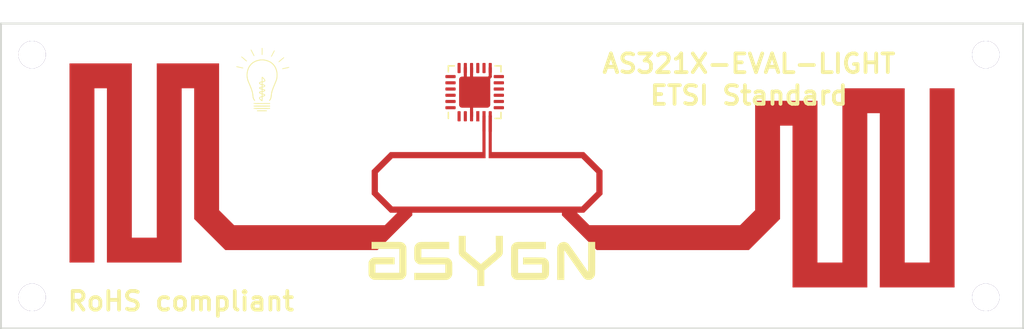
<source format=kicad_pcb>
(kicad_pcb (version 4) (generator "gerbview") (generator_version "8.0")
  (layers (0 F.Cu signal) (31 B.Cu signal) (34 B.Paste user) (35 F.Paste user) (36 B.SilkS user) (37 F.SilkS user) (38 B.Mask user) (39 F.Mask user) (44 Edge.Cuts user))
  (gr_line (start 61 117) (end 143 117) (layer Edge.Cuts) (width 0.15))
  (gr_line (start 61 92.5) (end 61 117) (layer Edge.Cuts) (width 0.15))
  (gr_line (start 61 92.5) (end 143 92.5) (layer Edge.Cuts) (width 0.15))
  (gr_line (start 143 92.5) (end 143 117) (layer Edge.Cuts) (width 0.15))
  (gr_line (start 67.61657 115.48657) (end 67.11657 114.77229) (layer F.SilkS) (width 0.3))
  (gr_line (start 66.75943 115.48657) (end 66.75943 113.98657) (layer F.SilkS) (width 0.3))
  (gr_line (start 66.75943 113.98657) (end 67.33086 113.98657) (layer F.SilkS) (width 0.3))
  (gr_line (start 67.33086 113.98657) (end 67.47371 114.058) (layer F.SilkS) (width 0.3))
  (gr_line (start 67.47371 114.058) (end 67.54514 114.12943) (layer F.SilkS) (width 0.3))
  (gr_line (start 67.54514 114.12943) (end 67.61657 114.27229) (layer F.SilkS) (width 0.3))
  (gr_line (start 67.61657 114.27229) (end 67.61657 114.48657) (layer F.SilkS) (width 0.3))
  (gr_line (start 67.61657 114.48657) (end 67.54514 114.62943) (layer F.SilkS) (width 0.3))
  (gr_line (start 67.54514 114.62943) (end 67.47371 114.70086) (layer F.SilkS) (width 0.3))
  (gr_line (start 67.47371 114.70086) (end 67.33086 114.77229) (layer F.SilkS) (width 0.3))
  (gr_line (start 67.33086 114.77229) (end 66.75943 114.77229) (layer F.SilkS) (width 0.3))
  (gr_line (start 68.47371 115.48657) (end 68.33086 115.41514) (layer F.SilkS) (width 0.3))
  (gr_line (start 68.33086 115.41514) (end 68.25943 115.34371) (layer F.SilkS) (width 0.3))
  (gr_line (start 68.25943 115.34371) (end 68.188 115.20086) (layer F.SilkS) (width 0.3))
  (gr_line (start 68.188 115.20086) (end 68.188 114.77229) (layer F.SilkS) (width 0.3))
  (gr_line (start 68.188 114.77229) (end 68.25943 114.62943) (layer F.SilkS) (width 0.3))
  (gr_line (start 68.25943 114.62943) (end 68.33086 114.558) (layer F.SilkS) (width 0.3))
  (gr_line (start 68.33086 114.558) (end 68.47371 114.48657) (layer F.SilkS) (width 0.3))
  (gr_line (start 68.47371 114.48657) (end 68.688 114.48657) (layer F.SilkS) (width 0.3))
  (gr_line (start 68.688 114.48657) (end 68.83086 114.558) (layer F.SilkS) (width 0.3))
  (gr_line (start 68.83086 114.558) (end 68.90229 114.62943) (layer F.SilkS) (width 0.3))
  (gr_line (start 68.90229 114.62943) (end 68.97371 114.77229) (layer F.SilkS) (width 0.3))
  (gr_line (start 68.97371 114.77229) (end 68.97371 115.20086) (layer F.SilkS) (width 0.3))
  (gr_line (start 68.97371 115.20086) (end 68.90229 115.34371) (layer F.SilkS) (width 0.3))
  (gr_line (start 68.90229 115.34371) (end 68.83086 115.41514) (layer F.SilkS) (width 0.3))
  (gr_line (start 68.83086 115.41514) (end 68.688 115.48657) (layer F.SilkS) (width 0.3))
  (gr_line (start 68.688 115.48657) (end 68.47371 115.48657) (layer F.SilkS) (width 0.3))
  (gr_line (start 69.61657 115.48657) (end 69.61657 113.98657) (layer F.SilkS) (width 0.3))
  (gr_line (start 69.61657 114.70086) (end 70.47371 114.70086) (layer F.SilkS) (width 0.3))
  (gr_line (start 70.47371 115.48657) (end 70.47371 113.98657) (layer F.SilkS) (width 0.3))
  (gr_line (start 71.11657 115.41514) (end 71.33086 115.48657) (layer F.SilkS) (width 0.3))
  (gr_line (start 71.33086 115.48657) (end 71.688 115.48657) (layer F.SilkS) (width 0.3))
  (gr_line (start 71.688 115.48657) (end 71.83086 115.41514) (layer F.SilkS) (width 0.3))
  (gr_line (start 71.83086 115.41514) (end 71.90229 115.34371) (layer F.SilkS) (width 0.3))
  (gr_line (start 71.90229 115.34371) (end 71.97371 115.20086) (layer F.SilkS) (width 0.3))
  (gr_line (start 71.97371 115.20086) (end 71.97371 115.058) (layer F.SilkS) (width 0.3))
  (gr_line (start 71.97371 115.058) (end 71.90229 114.91514) (layer F.SilkS) (width 0.3))
  (gr_line (start 71.90229 114.91514) (end 71.83086 114.84371) (layer F.SilkS) (width 0.3))
  (gr_line (start 71.83086 114.84371) (end 71.688 114.77229) (layer F.SilkS) (width 0.3))
  (gr_line (start 71.688 114.77229) (end 71.40229 114.70086) (layer F.SilkS) (width 0.3))
  (gr_line (start 71.40229 114.70086) (end 71.25943 114.62943) (layer F.SilkS) (width 0.3))
  (gr_line (start 71.25943 114.62943) (end 71.188 114.558) (layer F.SilkS) (width 0.3))
  (gr_line (start 71.188 114.558) (end 71.11657 114.41514) (layer F.SilkS) (width 0.3))
  (gr_line (start 71.11657 114.41514) (end 71.11657 114.27229) (layer F.SilkS) (width 0.3))
  (gr_line (start 71.11657 114.27229) (end 71.188 114.12943) (layer F.SilkS) (width 0.3))
  (gr_line (start 71.188 114.12943) (end 71.25943 114.058) (layer F.SilkS) (width 0.3))
  (gr_line (start 71.25943 114.058) (end 71.40229 113.98657) (layer F.SilkS) (width 0.3))
  (gr_line (start 71.40229 113.98657) (end 71.75943 113.98657) (layer F.SilkS) (width 0.3))
  (gr_line (start 71.75943 113.98657) (end 71.97371 114.058) (layer F.SilkS) (width 0.3))
  (gr_line (start 74.40229 115.41514) (end 74.25943 115.48657) (layer F.SilkS) (width 0.3))
  (gr_line (start 74.25943 115.48657) (end 73.97371 115.48657) (layer F.SilkS) (width 0.3))
  (gr_line (start 73.97371 115.48657) (end 73.83086 115.41514) (layer F.SilkS) (width 0.3))
  (gr_line (start 73.83086 115.41514) (end 73.75943 115.34371) (layer F.SilkS) (width 0.3))
  (gr_line (start 73.75943 115.34371) (end 73.688 115.20086) (layer F.SilkS) (width 0.3))
  (gr_line (start 73.688 115.20086) (end 73.688 114.77229) (layer F.SilkS) (width 0.3))
  (gr_line (start 73.688 114.77229) (end 73.75943 114.62943) (layer F.SilkS) (width 0.3))
  (gr_line (start 73.75943 114.62943) (end 73.83086 114.558) (layer F.SilkS) (width 0.3))
  (gr_line (start 73.83086 114.558) (end 73.97371 114.48657) (layer F.SilkS) (width 0.3))
  (gr_line (start 73.97371 114.48657) (end 74.25943 114.48657) (layer F.SilkS) (width 0.3))
  (gr_line (start 74.25943 114.48657) (end 74.40229 114.558) (layer F.SilkS) (width 0.3))
  (gr_line (start 75.25943 115.48657) (end 75.11657 115.41514) (layer F.SilkS) (width 0.3))
  (gr_line (start 75.11657 115.41514) (end 75.04514 115.34371) (layer F.SilkS) (width 0.3))
  (gr_line (start 75.04514 115.34371) (end 74.97371 115.20086) (layer F.SilkS) (width 0.3))
  (gr_line (start 74.97371 115.20086) (end 74.97371 114.77229) (layer F.SilkS) (width 0.3))
  (gr_line (start 74.97371 114.77229) (end 75.04514 114.62943) (layer F.SilkS) (width 0.3))
  (gr_line (start 75.04514 114.62943) (end 75.11657 114.558) (layer F.SilkS) (width 0.3))
  (gr_line (start 75.11657 114.558) (end 75.25943 114.48657) (layer F.SilkS) (width 0.3))
  (gr_line (start 75.25943 114.48657) (end 75.47371 114.48657) (layer F.SilkS) (width 0.3))
  (gr_line (start 75.47371 114.48657) (end 75.61657 114.558) (layer F.SilkS) (width 0.3))
  (gr_line (start 75.61657 114.558) (end 75.688 114.62943) (layer F.SilkS) (width 0.3))
  (gr_line (start 75.688 114.62943) (end 75.75943 114.77229) (layer F.SilkS) (width 0.3))
  (gr_line (start 75.75943 114.77229) (end 75.75943 115.20086) (layer F.SilkS) (width 0.3))
  (gr_line (start 75.75943 115.20086) (end 75.688 115.34371) (layer F.SilkS) (width 0.3))
  (gr_line (start 75.688 115.34371) (end 75.61657 115.41514) (layer F.SilkS) (width 0.3))
  (gr_line (start 75.61657 115.41514) (end 75.47371 115.48657) (layer F.SilkS) (width 0.3))
  (gr_line (start 75.47371 115.48657) (end 75.25943 115.48657) (layer F.SilkS) (width 0.3))
  (gr_line (start 76.40229 115.48657) (end 76.40229 114.48657) (layer F.SilkS) (width 0.3))
  (gr_line (start 76.40229 114.62943) (end 76.47371 114.558) (layer F.SilkS) (width 0.3))
  (gr_line (start 76.47371 114.558) (end 76.61657 114.48657) (layer F.SilkS) (width 0.3))
  (gr_line (start 76.61657 114.48657) (end 76.83086 114.48657) (layer F.SilkS) (width 0.3))
  (gr_line (start 76.83086 114.48657) (end 76.97371 114.558) (layer F.SilkS) (width 0.3))
  (gr_line (start 76.97371 114.558) (end 77.04514 114.70086) (layer F.SilkS) (width 0.3))
  (gr_line (start 77.04514 114.70086) (end 77.04514 115.48657) (layer F.SilkS) (width 0.3))
  (gr_line (start 77.04514 114.70086) (end 77.11657 114.558) (layer F.SilkS) (width 0.3))
  (gr_line (start 77.11657 114.558) (end 77.25943 114.48657) (layer F.SilkS) (width 0.3))
  (gr_line (start 77.25943 114.48657) (end 77.47371 114.48657) (layer F.SilkS) (width 0.3))
  (gr_line (start 77.47371 114.48657) (end 77.61657 114.558) (layer F.SilkS) (width 0.3))
  (gr_line (start 77.61657 114.558) (end 77.688 114.70086) (layer F.SilkS) (width 0.3))
  (gr_line (start 77.688 114.70086) (end 77.688 115.48657) (layer F.SilkS) (width 0.3))
  (gr_line (start 78.40229 114.48657) (end 78.40229 115.98657) (layer F.SilkS) (width 0.3))
  (gr_line (start 78.40229 114.558) (end 78.54514 114.48657) (layer F.SilkS) (width 0.3))
  (gr_line (start 78.54514 114.48657) (end 78.83086 114.48657) (layer F.SilkS) (width 0.3))
  (gr_line (start 78.83086 114.48657) (end 78.97371 114.558) (layer F.SilkS) (width 0.3))
  (gr_line (start 78.97371 114.558) (end 79.04514 114.62943) (layer F.SilkS) (width 0.3))
  (gr_line (start 79.04514 114.62943) (end 79.11657 114.77229) (layer F.SilkS) (width 0.3))
  (gr_line (start 79.11657 114.77229) (end 79.11657 115.20086) (layer F.SilkS) (width 0.3))
  (gr_line (start 79.11657 115.20086) (end 79.04514 115.34371) (layer F.SilkS) (width 0.3))
  (gr_line (start 79.04514 115.34371) (end 78.97371 115.41514) (layer F.SilkS) (width 0.3))
  (gr_line (start 78.97371 115.41514) (end 78.83086 115.48657) (layer F.SilkS) (width 0.3))
  (gr_line (start 78.83086 115.48657) (end 78.54514 115.48657) (layer F.SilkS) (width 0.3))
  (gr_line (start 78.54514 115.48657) (end 78.40229 115.41514) (layer F.SilkS) (width 0.3))
  (gr_line (start 79.97371 115.48657) (end 79.83086 115.41514) (layer F.SilkS) (width 0.3))
  (gr_line (start 79.83086 115.41514) (end 79.75943 115.27229) (layer F.SilkS) (width 0.3))
  (gr_line (start 79.75943 115.27229) (end 79.75943 113.98657) (layer F.SilkS) (width 0.3))
  (gr_line (start 80.54514 115.48657) (end 80.54514 114.48657) (layer F.SilkS) (width 0.3))
  (gr_line (start 80.54514 113.98657) (end 80.47371 114.058) (layer F.SilkS) (width 0.3))
  (gr_line (start 80.47371 114.058) (end 80.54514 114.12943) (layer F.SilkS) (width 0.3))
  (gr_line (start 80.54514 114.12943) (end 80.61657 114.058) (layer F.SilkS) (width 0.3))
  (gr_line (start 80.61657 114.058) (end 80.54514 113.98657) (layer F.SilkS) (width 0.3))
  (gr_line (start 80.54514 113.98657) (end 80.54514 114.12943) (layer F.SilkS) (width 0.3))
  (gr_line (start 81.90229 115.48657) (end 81.90229 114.70086) (layer F.SilkS) (width 0.3))
  (gr_line (start 81.90229 114.70086) (end 81.83086 114.558) (layer F.SilkS) (width 0.3))
  (gr_line (start 81.83086 114.558) (end 81.688 114.48657) (layer F.SilkS) (width 0.3))
  (gr_line (start 81.688 114.48657) (end 81.40229 114.48657) (layer F.SilkS) (width 0.3))
  (gr_line (start 81.40229 114.48657) (end 81.25943 114.558) (layer F.SilkS) (width 0.3))
  (gr_line (start 81.90229 115.41514) (end 81.75943 115.48657) (layer F.SilkS) (width 0.3))
  (gr_line (start 81.75943 115.48657) (end 81.40229 115.48657) (layer F.SilkS) (width 0.3))
  (gr_line (start 81.40229 115.48657) (end 81.25943 115.41514) (layer F.SilkS) (width 0.3))
  (gr_line (start 81.25943 115.41514) (end 81.188 115.27229) (layer F.SilkS) (width 0.3))
  (gr_line (start 81.188 115.27229) (end 81.188 115.12943) (layer F.SilkS) (width 0.3))
  (gr_line (start 81.188 115.12943) (end 81.25943 114.98657) (layer F.SilkS) (width 0.3))
  (gr_line (start 81.25943 114.98657) (end 81.40229 114.91514) (layer F.SilkS) (width 0.3))
  (gr_line (start 81.40229 114.91514) (end 81.75943 114.91514) (layer F.SilkS) (width 0.3))
  (gr_line (start 81.75943 114.91514) (end 81.90229 114.84371) (layer F.SilkS) (width 0.3))
  (gr_line (start 82.61657 114.48657) (end 82.61657 115.48657) (layer F.SilkS) (width 0.3))
  (gr_line (start 82.61657 114.62943) (end 82.688 114.558) (layer F.SilkS) (width 0.3))
  (gr_line (start 82.688 114.558) (end 82.83086 114.48657) (layer F.SilkS) (width 0.3))
  (gr_line (start 82.83086 114.48657) (end 83.04514 114.48657) (layer F.SilkS) (width 0.3))
  (gr_line (start 83.04514 114.48657) (end 83.188 114.558) (layer F.SilkS) (width 0.3))
  (gr_line (start 83.188 114.558) (end 83.25943 114.70086) (layer F.SilkS) (width 0.3))
  (gr_line (start 83.25943 114.70086) (end 83.25943 115.48657) (layer F.SilkS) (width 0.3))
  (gr_line (start 83.75943 114.48657) (end 84.33086 114.48657) (layer F.SilkS) (width 0.3))
  (gr_line (start 83.97371 113.98657) (end 83.97371 115.27229) (layer F.SilkS) (width 0.3))
  (gr_line (start 83.97371 115.27229) (end 84.04514 115.41514) (layer F.SilkS) (width 0.3))
  (gr_line (start 84.04514 115.41514) (end 84.188 115.48657) (layer F.SilkS) (width 0.3))
  (gr_line (start 84.188 115.48657) (end 84.33086 115.48657) (layer F.SilkS) (width 0.3))
  (gr_line (start 109.57143 95.975) (end 110.28571 95.975) (layer F.SilkS) (width 0.3))
  (gr_line (start 109.42857 96.40357) (end 109.92857 94.90357) (layer F.SilkS) (width 0.3))
  (gr_line (start 109.92857 94.90357) (end 110.42857 96.40357) (layer F.SilkS) (width 0.3))
  (gr_line (start 110.85714 96.33214) (end 111.07143 96.40357) (layer F.SilkS) (width 0.3))
  (gr_line (start 111.07143 96.40357) (end 111.42857 96.40357) (layer F.SilkS) (width 0.3))
  (gr_line (start 111.42857 96.40357) (end 111.57143 96.33214) (layer F.SilkS) (width 0.3))
  (gr_line (start 111.57143 96.33214) (end 111.64286 96.26071) (layer F.SilkS) (width 0.3))
  (gr_line (start 111.64286 96.26071) (end 111.71429 96.11786) (layer F.SilkS) (width 0.3))
  (gr_line (start 111.71429 96.11786) (end 111.71429 95.975) (layer F.SilkS) (width 0.3))
  (gr_line (start 111.71429 95.975) (end 111.64286 95.83214) (layer F.SilkS) (width 0.3))
  (gr_line (start 111.64286 95.83214) (end 111.57143 95.76071) (layer F.SilkS) (width 0.3))
  (gr_line (start 111.57143 95.76071) (end 111.42857 95.68929) (layer F.SilkS) (width 0.3))
  (gr_line (start 111.42857 95.68929) (end 111.14286 95.61786) (layer F.SilkS) (width 0.3))
  (gr_line (start 111.14286 95.61786) (end 111 95.54643) (layer F.SilkS) (width 0.3))
  (gr_line (start 111 95.54643) (end 110.92857 95.475) (layer F.SilkS) (width 0.3))
  (gr_line (start 110.92857 95.475) (end 110.85714 95.33214) (layer F.SilkS) (width 0.3))
  (gr_line (start 110.85714 95.33214) (end 110.85714 95.18929) (layer F.SilkS) (width 0.3))
  (gr_line (start 110.85714 95.18929) (end 110.92857 95.04643) (layer F.SilkS) (width 0.3))
  (gr_line (start 110.92857 95.04643) (end 111 94.975) (layer F.SilkS) (width 0.3))
  (gr_line (start 111 94.975) (end 111.14286 94.90357) (layer F.SilkS) (width 0.3))
  (gr_line (start 111.14286 94.90357) (end 111.5 94.90357) (layer F.SilkS) (width 0.3))
  (gr_line (start 111.5 94.90357) (end 111.71429 94.975) (layer F.SilkS) (width 0.3))
  (gr_line (start 112.21429 94.90357) (end 113.14286 94.90357) (layer F.SilkS) (width 0.3))
  (gr_line (start 113.14286 94.90357) (end 112.64286 95.475) (layer F.SilkS) (width 0.3))
  (gr_line (start 112.64286 95.475) (end 112.85714 95.475) (layer F.SilkS) (width 0.3))
  (gr_line (start 112.85714 95.475) (end 113 95.54643) (layer F.SilkS) (width 0.3))
  (gr_line (start 113 95.54643) (end 113.07143 95.61786) (layer F.SilkS) (width 0.3))
  (gr_line (start 113.07143 95.61786) (end 113.14286 95.76071) (layer F.SilkS) (width 0.3))
  (gr_line (start 113.14286 95.76071) (end 113.14286 96.11786) (layer F.SilkS) (width 0.3))
  (gr_line (start 113.14286 96.11786) (end 113.07143 96.26071) (layer F.SilkS) (width 0.3))
  (gr_line (start 113.07143 96.26071) (end 113 96.33214) (layer F.SilkS) (width 0.3))
  (gr_line (start 113 96.33214) (end 112.85714 96.40357) (layer F.SilkS) (width 0.3))
  (gr_line (start 112.85714 96.40357) (end 112.42857 96.40357) (layer F.SilkS) (width 0.3))
  (gr_line (start 112.42857 96.40357) (end 112.28571 96.33214) (layer F.SilkS) (width 0.3))
  (gr_line (start 112.28571 96.33214) (end 112.21429 96.26071) (layer F.SilkS) (width 0.3))
  (gr_line (start 113.71429 95.04643) (end 113.78571 94.975) (layer F.SilkS) (width 0.3))
  (gr_line (start 113.78571 94.975) (end 113.92857 94.90357) (layer F.SilkS) (width 0.3))
  (gr_line (start 113.92857 94.90357) (end 114.28571 94.90357) (layer F.SilkS) (width 0.3))
  (gr_line (start 114.28571 94.90357) (end 114.42857 94.975) (layer F.SilkS) (width 0.3))
  (gr_line (start 114.42857 94.975) (end 114.5 95.04643) (layer F.SilkS) (width 0.3))
  (gr_line (start 114.5 95.04643) (end 114.57143 95.18929) (layer F.SilkS) (width 0.3))
  (gr_line (start 114.57143 95.18929) (end 114.57143 95.33214) (layer F.SilkS) (width 0.3))
  (gr_line (start 114.57143 95.33214) (end 114.5 95.54643) (layer F.SilkS) (width 0.3))
  (gr_line (start 114.5 95.54643) (end 113.64286 96.40357) (layer F.SilkS) (width 0.3))
  (gr_line (start 113.64286 96.40357) (end 114.57143 96.40357) (layer F.SilkS) (width 0.3))
  (gr_line (start 116 96.40357) (end 115.14286 96.40357) (layer F.SilkS) (width 0.3))
  (gr_line (start 115.57143 96.40357) (end 115.57143 94.90357) (layer F.SilkS) (width 0.3))
  (gr_line (start 115.57143 94.90357) (end 115.42857 95.11786) (layer F.SilkS) (width 0.3))
  (gr_line (start 115.42857 95.11786) (end 115.28571 95.26071) (layer F.SilkS) (width 0.3))
  (gr_line (start 115.28571 95.26071) (end 115.14286 95.33214) (layer F.SilkS) (width 0.3))
  (gr_line (start 116.5 94.90357) (end 117.5 96.40357) (layer F.SilkS) (width 0.3))
  (gr_line (start 117.5 94.90357) (end 116.5 96.40357) (layer F.SilkS) (width 0.3))
  (gr_line (start 118.07143 95.83214) (end 119.21429 95.83214) (layer F.SilkS) (width 0.3))
  (gr_line (start 119.92857 95.61786) (end 120.42857 95.61786) (layer F.SilkS) (width 0.3))
  (gr_line (start 120.64286 96.40357) (end 119.92857 96.40357) (layer F.SilkS) (width 0.3))
  (gr_line (start 119.92857 96.40357) (end 119.92857 94.90357) (layer F.SilkS) (width 0.3))
  (gr_line (start 119.92857 94.90357) (end 120.64286 94.90357) (layer F.SilkS) (width 0.3))
  (gr_line (start 121.07143 94.90357) (end 121.57143 96.40357) (layer F.SilkS) (width 0.3))
  (gr_line (start 121.57143 96.40357) (end 122.07143 94.90357) (layer F.SilkS) (width 0.3))
  (gr_line (start 122.5 95.975) (end 123.21429 95.975) (layer F.SilkS) (width 0.3))
  (gr_line (start 122.35714 96.40357) (end 122.85714 94.90357) (layer F.SilkS) (width 0.3))
  (gr_line (start 122.85714 94.90357) (end 123.35714 96.40357) (layer F.SilkS) (width 0.3))
  (gr_line (start 124.57143 96.40357) (end 123.85714 96.40357) (layer F.SilkS) (width 0.3))
  (gr_line (start 123.85714 96.40357) (end 123.85714 94.90357) (layer F.SilkS) (width 0.3))
  (gr_line (start 125.07143 95.83214) (end 126.21429 95.83214) (layer F.SilkS) (width 0.3))
  (gr_line (start 127.64286 96.40357) (end 126.92857 96.40357) (layer F.SilkS) (width 0.3))
  (gr_line (start 126.92857 96.40357) (end 126.92857 94.90357) (layer F.SilkS) (width 0.3))
  (gr_line (start 128.14286 96.40357) (end 128.14286 94.90357) (layer F.SilkS) (width 0.3))
  (gr_line (start 129.64286 94.975) (end 129.5 94.90357) (layer F.SilkS) (width 0.3))
  (gr_line (start 129.5 94.90357) (end 129.28571 94.90357) (layer F.SilkS) (width 0.3))
  (gr_line (start 129.28571 94.90357) (end 129.07143 94.975) (layer F.SilkS) (width 0.3))
  (gr_line (start 129.07143 94.975) (end 128.92857 95.11786) (layer F.SilkS) (width 0.3))
  (gr_line (start 128.92857 95.11786) (end 128.85714 95.26071) (layer F.SilkS) (width 0.3))
  (gr_line (start 128.85714 95.26071) (end 128.78571 95.54643) (layer F.SilkS) (width 0.3))
  (gr_line (start 128.78571 95.54643) (end 128.78571 95.76071) (layer F.SilkS) (width 0.3))
  (gr_line (start 128.78571 95.76071) (end 128.85714 96.04643) (layer F.SilkS) (width 0.3))
  (gr_line (start 128.85714 96.04643) (end 128.92857 96.18929) (layer F.SilkS) (width 0.3))
  (gr_line (start 128.92857 96.18929) (end 129.07143 96.33214) (layer F.SilkS) (width 0.3))
  (gr_line (start 129.07143 96.33214) (end 129.28571 96.40357) (layer F.SilkS) (width 0.3))
  (gr_line (start 129.28571 96.40357) (end 129.42857 96.40357) (layer F.SilkS) (width 0.3))
  (gr_line (start 129.42857 96.40357) (end 129.64286 96.33214) (layer F.SilkS) (width 0.3))
  (gr_line (start 129.64286 96.33214) (end 129.71429 96.26071) (layer F.SilkS) (width 0.3))
  (gr_line (start 129.71429 96.26071) (end 129.71429 95.76071) (layer F.SilkS) (width 0.3))
  (gr_line (start 129.71429 95.76071) (end 129.42857 95.76071) (layer F.SilkS) (width 0.3))
  (gr_line (start 130.35714 96.40357) (end 130.35714 94.90357) (layer F.SilkS) (width 0.3))
  (gr_line (start 130.35714 95.61786) (end 131.21429 95.61786) (layer F.SilkS) (width 0.3))
  (gr_line (start 131.21429 96.40357) (end 131.21429 94.90357) (layer F.SilkS) (width 0.3))
  (gr_line (start 131.71429 94.90357) (end 132.57143 94.90357) (layer F.SilkS) (width 0.3))
  (gr_line (start 132.14286 96.40357) (end 132.14286 94.90357) (layer F.SilkS) (width 0.3))
  (gr_line (start 113.46429 98.16786) (end 113.96429 98.16786) (layer F.SilkS) (width 0.3))
  (gr_line (start 114.17857 98.95357) (end 113.46429 98.95357) (layer F.SilkS) (width 0.3))
  (gr_line (start 113.46429 98.95357) (end 113.46429 97.45357) (layer F.SilkS) (width 0.3))
  (gr_line (start 113.46429 97.45357) (end 114.17857 97.45357) (layer F.SilkS) (width 0.3))
  (gr_line (start 114.60714 97.45357) (end 115.46429 97.45357) (layer F.SilkS) (width 0.3))
  (gr_line (start 115.03571 98.95357) (end 115.03571 97.45357) (layer F.SilkS) (width 0.3))
  (gr_line (start 115.89286 98.88214) (end 116.10714 98.95357) (layer F.SilkS) (width 0.3))
  (gr_line (start 116.10714 98.95357) (end 116.46429 98.95357) (layer F.SilkS) (width 0.3))
  (gr_line (start 116.46429 98.95357) (end 116.60714 98.88214) (layer F.SilkS) (width 0.3))
  (gr_line (start 116.60714 98.88214) (end 116.67857 98.81071) (layer F.SilkS) (width 0.3))
  (gr_line (start 116.67857 98.81071) (end 116.75 98.66786) (layer F.SilkS) (width 0.3))
  (gr_line (start 116.75 98.66786) (end 116.75 98.525) (layer F.SilkS) (width 0.3))
  (gr_line (start 116.75 98.525) (end 116.67857 98.38214) (layer F.SilkS) (width 0.3))
  (gr_line (start 116.67857 98.38214) (end 116.60714 98.31071) (layer F.SilkS) (width 0.3))
  (gr_line (start 116.60714 98.31071) (end 116.46429 98.23929) (layer F.SilkS) (width 0.3))
  (gr_line (start 116.46429 98.23929) (end 116.17857 98.16786) (layer F.SilkS) (width 0.3))
  (gr_line (start 116.17857 98.16786) (end 116.03571 98.09643) (layer F.SilkS) (width 0.3))
  (gr_line (start 116.03571 98.09643) (end 115.96429 98.025) (layer F.SilkS) (width 0.3))
  (gr_line (start 115.96429 98.025) (end 115.89286 97.88214) (layer F.SilkS) (width 0.3))
  (gr_line (start 115.89286 97.88214) (end 115.89286 97.73929) (layer F.SilkS) (width 0.3))
  (gr_line (start 115.89286 97.73929) (end 115.96429 97.59643) (layer F.SilkS) (width 0.3))
  (gr_line (start 115.96429 97.59643) (end 116.03571 97.525) (layer F.SilkS) (width 0.3))
  (gr_line (start 116.03571 97.525) (end 116.17857 97.45357) (layer F.SilkS) (width 0.3))
  (gr_line (start 116.17857 97.45357) (end 116.53571 97.45357) (layer F.SilkS) (width 0.3))
  (gr_line (start 116.53571 97.45357) (end 116.75 97.525) (layer F.SilkS) (width 0.3))
  (gr_line (start 117.39286 98.95357) (end 117.39286 97.45357) (layer F.SilkS) (width 0.3))
  (gr_line (start 119.17857 98.88214) (end 119.39286 98.95357) (layer F.SilkS) (width 0.3))
  (gr_line (start 119.39286 98.95357) (end 119.75 98.95357) (layer F.SilkS) (width 0.3))
  (gr_line (start 119.75 98.95357) (end 119.89286 98.88214) (layer F.SilkS) (width 0.3))
  (gr_line (start 119.89286 98.88214) (end 119.96429 98.81071) (layer F.SilkS) (width 0.3))
  (gr_line (start 119.96429 98.81071) (end 120.03571 98.66786) (layer F.SilkS) (width 0.3))
  (gr_line (start 120.03571 98.66786) (end 120.03571 98.525) (layer F.SilkS) (width 0.3))
  (gr_line (start 120.03571 98.525) (end 119.96429 98.38214) (layer F.SilkS) (width 0.3))
  (gr_line (start 119.96429 98.38214) (end 119.89286 98.31071) (layer F.SilkS) (width 0.3))
  (gr_line (start 119.89286 98.31071) (end 119.75 98.23929) (layer F.SilkS) (width 0.3))
  (gr_line (start 119.75 98.23929) (end 119.46429 98.16786) (layer F.SilkS) (width 0.3))
  (gr_line (start 119.46429 98.16786) (end 119.32143 98.09643) (layer F.SilkS) (width 0.3))
  (gr_line (start 119.32143 98.09643) (end 119.25 98.025) (layer F.SilkS) (width 0.3))
  (gr_line (start 119.25 98.025) (end 119.17857 97.88214) (layer F.SilkS) (width 0.3))
  (gr_line (start 119.17857 97.88214) (end 119.17857 97.73929) (layer F.SilkS) (width 0.3))
  (gr_line (start 119.17857 97.73929) (end 119.25 97.59643) (layer F.SilkS) (width 0.3))
  (gr_line (start 119.25 97.59643) (end 119.32143 97.525) (layer F.SilkS) (width 0.3))
  (gr_line (start 119.32143 97.525) (end 119.46429 97.45357) (layer F.SilkS) (width 0.3))
  (gr_line (start 119.46429 97.45357) (end 119.82143 97.45357) (layer F.SilkS) (width 0.3))
  (gr_line (start 119.82143 97.45357) (end 120.03571 97.525) (layer F.SilkS) (width 0.3))
  (gr_line (start 120.46429 97.95357) (end 121.03571 97.95357) (layer F.SilkS) (width 0.3))
  (gr_line (start 120.67857 97.45357) (end 120.67857 98.73929) (layer F.SilkS) (width 0.3))
  (gr_line (start 120.67857 98.73929) (end 120.75 98.88214) (layer F.SilkS) (width 0.3))
  (gr_line (start 120.75 98.88214) (end 120.89286 98.95357) (layer F.SilkS) (width 0.3))
  (gr_line (start 120.89286 98.95357) (end 121.03571 98.95357) (layer F.SilkS) (width 0.3))
  (gr_line (start 122.17857 98.95357) (end 122.17857 98.16786) (layer F.SilkS) (width 0.3))
  (gr_line (start 122.17857 98.16786) (end 122.10714 98.025) (layer F.SilkS) (width 0.3))
  (gr_line (start 122.10714 98.025) (end 121.96429 97.95357) (layer F.SilkS) (width 0.3))
  (gr_line (start 121.96429 97.95357) (end 121.67857 97.95357) (layer F.SilkS) (width 0.3))
  (gr_line (start 121.67857 97.95357) (end 121.53571 98.025) (layer F.SilkS) (width 0.3))
  (gr_line (start 122.17857 98.88214) (end 122.03571 98.95357) (layer F.SilkS) (width 0.3))
  (gr_line (start 122.03571 98.95357) (end 121.67857 98.95357) (layer F.SilkS) (width 0.3))
  (gr_line (start 121.67857 98.95357) (end 121.53571 98.88214) (layer F.SilkS) (width 0.3))
  (gr_line (start 121.53571 98.88214) (end 121.46429 98.73929) (layer F.SilkS) (width 0.3))
  (gr_line (start 121.46429 98.73929) (end 121.46429 98.59643) (layer F.SilkS) (width 0.3))
  (gr_line (start 121.46429 98.59643) (end 121.53571 98.45357) (layer F.SilkS) (width 0.3))
  (gr_line (start 121.53571 98.45357) (end 121.67857 98.38214) (layer F.SilkS) (width 0.3))
  (gr_line (start 121.67857 98.38214) (end 122.03571 98.38214) (layer F.SilkS) (width 0.3))
  (gr_line (start 122.03571 98.38214) (end 122.17857 98.31071) (layer F.SilkS) (width 0.3))
  (gr_line (start 122.89286 97.95357) (end 122.89286 98.95357) (layer F.SilkS) (width 0.3))
  (gr_line (start 122.89286 98.09643) (end 122.96429 98.025) (layer F.SilkS) (width 0.3))
  (gr_line (start 122.96429 98.025) (end 123.10714 97.95357) (layer F.SilkS) (width 0.3))
  (gr_line (start 123.10714 97.95357) (end 123.32143 97.95357) (layer F.SilkS) (width 0.3))
  (gr_line (start 123.32143 97.95357) (end 123.46429 98.025) (layer F.SilkS) (width 0.3))
  (gr_line (start 123.46429 98.025) (end 123.53571 98.16786) (layer F.SilkS) (width 0.3))
  (gr_line (start 123.53571 98.16786) (end 123.53571 98.95357) (layer F.SilkS) (width 0.3))
  (gr_line (start 124.89286 98.95357) (end 124.89286 97.45357) (layer F.SilkS) (width 0.3))
  (gr_line (start 124.89286 98.88214) (end 124.75 98.95357) (layer F.SilkS) (width 0.3))
  (gr_line (start 124.75 98.95357) (end 124.46429 98.95357) (layer F.SilkS) (width 0.3))
  (gr_line (start 124.46429 98.95357) (end 124.32143 98.88214) (layer F.SilkS) (width 0.3))
  (gr_line (start 124.32143 98.88214) (end 124.25 98.81071) (layer F.SilkS) (width 0.3))
  (gr_line (start 124.25 98.81071) (end 124.17857 98.66786) (layer F.SilkS) (width 0.3))
  (gr_line (start 124.17857 98.66786) (end 124.17857 98.23929) (layer F.SilkS) (width 0.3))
  (gr_line (start 124.17857 98.23929) (end 124.25 98.09643) (layer F.SilkS) (width 0.3))
  (gr_line (start 124.25 98.09643) (end 124.32143 98.025) (layer F.SilkS) (width 0.3))
  (gr_line (start 124.32143 98.025) (end 124.46429 97.95357) (layer F.SilkS) (width 0.3))
  (gr_line (start 124.46429 97.95357) (end 124.75 97.95357) (layer F.SilkS) (width 0.3))
  (gr_line (start 124.75 97.95357) (end 124.89286 98.025) (layer F.SilkS) (width 0.3))
  (gr_line (start 126.25 98.95357) (end 126.25 98.16786) (layer F.SilkS) (width 0.3))
  (gr_line (start 126.25 98.16786) (end 126.17857 98.025) (layer F.SilkS) (width 0.3))
  (gr_line (start 126.17857 98.025) (end 126.03571 97.95357) (layer F.SilkS) (width 0.3))
  (gr_line (start 126.03571 97.95357) (end 125.75 97.95357) (layer F.SilkS) (width 0.3))
  (gr_line (start 125.75 97.95357) (end 125.60714 98.025) (layer F.SilkS) (width 0.3))
  (gr_line (start 126.25 98.88214) (end 126.10714 98.95357) (layer F.SilkS) (width 0.3))
  (gr_line (start 126.10714 98.95357) (end 125.75 98.95357) (layer F.SilkS) (width 0.3))
  (gr_line (start 125.75 98.95357) (end 125.60714 98.88214) (layer F.SilkS) (width 0.3))
  (gr_line (start 125.60714 98.88214) (end 125.53571 98.73929) (layer F.SilkS) (width 0.3))
  (gr_line (start 125.53571 98.73929) (end 125.53571 98.59643) (layer F.SilkS) (width 0.3))
  (gr_line (start 125.53571 98.59643) (end 125.60714 98.45357) (layer F.SilkS) (width 0.3))
  (gr_line (start 125.60714 98.45357) (end 125.75 98.38214) (layer F.SilkS) (width 0.3))
  (gr_line (start 125.75 98.38214) (end 126.10714 98.38214) (layer F.SilkS) (width 0.3))
  (gr_line (start 126.10714 98.38214) (end 126.25 98.31071) (layer F.SilkS) (width 0.3))
  (gr_line (start 126.96429 98.95357) (end 126.96429 97.95357) (layer F.SilkS) (width 0.3))
  (gr_line (start 126.96429 98.23929) (end 127.03571 98.09643) (layer F.SilkS) (width 0.3))
  (gr_line (start 127.03571 98.09643) (end 127.10714 98.025) (layer F.SilkS) (width 0.3))
  (gr_line (start 127.10714 98.025) (end 127.25 97.95357) (layer F.SilkS) (width 0.3))
  (gr_line (start 127.25 97.95357) (end 127.39286 97.95357) (layer F.SilkS) (width 0.3))
  (gr_line (start 128.53571 98.95357) (end 128.53571 97.45357) (layer F.SilkS) (width 0.3))
  (gr_line (start 128.53571 98.88214) (end 128.39286 98.95357) (layer F.SilkS) (width 0.3))
  (gr_line (start 128.39286 98.95357) (end 128.10714 98.95357) (layer F.SilkS) (width 0.3))
  (gr_line (start 128.10714 98.95357) (end 127.96429 98.88214) (layer F.SilkS) (width 0.3))
  (gr_line (start 127.96429 98.88214) (end 127.89286 98.81071) (layer F.SilkS) (width 0.3))
  (gr_line (start 127.89286 98.81071) (end 127.82143 98.66786) (layer F.SilkS) (width 0.3))
  (gr_line (start 127.82143 98.66786) (end 127.82143 98.23929) (layer F.SilkS) (width 0.3))
  (gr_line (start 127.82143 98.23929) (end 127.89286 98.09643) (layer F.SilkS) (width 0.3))
  (gr_line (start 127.89286 98.09643) (end 127.96429 98.025) (layer F.SilkS) (width 0.3))
  (gr_line (start 127.96429 98.025) (end 128.10714 97.95357) (layer F.SilkS) (width 0.3))
  (gr_line (start 128.10714 97.95357) (end 128.39286 97.95357) (layer F.SilkS) (width 0.3))
  (gr_line (start 128.39286 97.95357) (end 128.53571 98.025) (layer F.SilkS) (width 0.3))
  (gr_line (start 96.89216 96.3777) (end 96.89216 95.9027) (layer F.SilkS) (width 0.12))
  (gr_line (start 96.89216 95.9027) (end 97.36716 95.9027) (layer F.SilkS) (width 0.12))
  (gr_line (start 101.11216 99.6477) (end 101.11216 100.1227) (layer F.SilkS) (width 0.12))
  (gr_line (start 101.11216 100.1227) (end 100.63716 100.1227) (layer F.SilkS) (width 0.12))
  (gr_line (start 101.11216 96.3777) (end 101.11216 95.9027) (layer F.SilkS) (width 0.12))
  (gr_line (start 101.11216 95.9027) (end 100.63716 95.9027) (layer F.SilkS) (width 0.12))
  (gr_line (start 96.89216 99.6477) (end 96.89216 100.1227) (layer F.SilkS) (width 0.12))
  (gr_poly (pts (xy 98.27937 110.82155) (xy 98.88386 111.32369) (xy 98.98171 111.40485) (xy 99.07492 111.48195) (xy 99.1622 111.55393) (xy 99.24226 111.61973) (xy 99.31382 111.6783) (xy 99.37557 111.72859) (xy 99.42623 111.76954) (xy 99.46451 111.8001) (xy 99.48912 111.81922) (xy 99.49876 111.82583) (xy 99.50838 111.81921) (xy 99.53294 111.80007) (xy 99.57116 111.76946) (xy 99.62174 111.72844) (xy 99.68339 111.67807) (xy 99.75483 111.6194) (xy 99.83475 111.55348) (xy 99.92188 111.48139) (xy 100.01492 111.40417) (xy 100.11189 111.32346) (xy 100.71461 110.82109) (xy 100.70711 110.19369) (xy 100.69961 109.56629) (xy 101.26387 109.56629) (xy 101.26372 110.23039) (xy 101.26365 110.37353) (xy 101.26343 110.49721) (xy 101.26294 110.60313) (xy 101.26205 110.693) (xy 101.26062 110.76853) (xy 101.25854 110.83142) (xy 101.25566 110.88338) (xy 101.25187 110.92611) (xy 101.24704 110.96133) (xy 101.24103 110.99072) (xy 101.23372 111.01601) (xy 101.22498 111.0389) (xy 101.21469 111.06109) (xy 101.20271 111.08429) (xy 101.19906 111.09115) (xy 101.17333 111.13307) (xy 101.14209 111.1754) (xy 101.12241 111.19797) (xy 101.10744 111.21185) (xy 101.07751 111.23813) (xy 101.03395 111.27567) (xy 100.97809 111.32335) (xy 100.91125 111.38005) (xy 100.83478 111.44465) (xy 100.74999 111.51601) (xy 100.65822 111.59302) (xy 100.56079 111.67454) (xy 100.45904 111.75946) (xy 100.42496 111.78786) (xy 99.77162 112.33197) (xy 99.77162 113.58795) (xy 99.22129 113.58795) (xy 99.22097 112.96089) (xy 99.22065 112.33383) (xy 98.54099 111.76762) (xy 98.41414 111.66191) (xy 98.30251 111.56873) (xy 98.20507 111.48707) (xy 98.12076 111.41591) (xy 98.04855 111.35423) (xy 97.9874 111.30102) (xy 97.93626 111.25527) (xy 97.89409 111.21597) (xy 97.85985 111.18209) (xy 97.83249 111.15263) (xy 97.81097 111.12657) (xy 97.79426 111.1029) (xy 97.7813 111.0806) (xy 97.77106 111.05866) (xy 97.76248 111.03607) (xy 97.75454 111.01181) (xy 97.75045 110.99861) (xy 97.74614 110.98394) (xy 97.74245 110.96883) (xy 97.73933 110.95157) (xy 97.73674 110.9305) (xy 97.73462 110.90393) (xy 97.73293 110.87016) (xy 97.73162 110.82753) (xy 97.73064 110.77434) (xy 97.72995 110.70891) (xy 97.72949 110.62956) (xy 97.72921 110.5346) (xy 97.72908 110.42234) (xy 97.72904 110.29111) (xy 97.72904 110.2478) (xy 97.72904 109.56629) (xy 98.27937 109.56629)) (layer F.SilkS) (width 0))
  (gr_line (start 98.27937 110.82155) (end 98.88386 111.32369) (layer F.SilkS) (width 0.01))
  (gr_line (start 98.88386 111.32369) (end 98.98171 111.40485) (layer F.SilkS) (width 0.01))
  (gr_line (start 98.98171 111.40485) (end 99.07492 111.48195) (layer F.SilkS) (width 0.01))
  (gr_line (start 99.07492 111.48195) (end 99.1622 111.55393) (layer F.SilkS) (width 0.01))
  (gr_line (start 99.1622 111.55393) (end 99.24226 111.61973) (layer F.SilkS) (width 0.01))
  (gr_line (start 99.24226 111.61973) (end 99.31382 111.6783) (layer F.SilkS) (width 0.01))
  (gr_line (start 99.31382 111.6783) (end 99.37557 111.72859) (layer F.SilkS) (width 0.01))
  (gr_line (start 99.37557 111.72859) (end 99.42623 111.76954) (layer F.SilkS) (width 0.01))
  (gr_line (start 99.42623 111.76954) (end 99.46451 111.8001) (layer F.SilkS) (width 0.01))
  (gr_line (start 99.46451 111.8001) (end 99.48912 111.81922) (layer F.SilkS) (width 0.01))
  (gr_line (start 99.48912 111.81922) (end 99.49876 111.82583) (layer F.SilkS) (width 0.01))
  (gr_line (start 99.49876 111.82583) (end 99.49876 111.82583) (layer F.SilkS) (width 0.01))
  (gr_line (start 99.49876 111.82583) (end 99.50838 111.81921) (layer F.SilkS) (width 0.01))
  (gr_line (start 99.50838 111.81921) (end 99.53294 111.80007) (layer F.SilkS) (width 0.01))
  (gr_line (start 99.53294 111.80007) (end 99.57116 111.76946) (layer F.SilkS) (width 0.01))
  (gr_line (start 99.57116 111.76946) (end 99.62174 111.72844) (layer F.SilkS) (width 0.01))
  (gr_line (start 99.62174 111.72844) (end 99.68339 111.67807) (layer F.SilkS) (width 0.01))
  (gr_line (start 99.68339 111.67807) (end 99.75483 111.6194) (layer F.SilkS) (width 0.01))
  (gr_line (start 99.75483 111.6194) (end 99.83475 111.55348) (layer F.SilkS) (width 0.01))
  (gr_line (start 99.83475 111.55348) (end 99.92188 111.48139) (layer F.SilkS) (width 0.01))
  (gr_line (start 99.92188 111.48139) (end 100.01492 111.40417) (layer F.SilkS) (width 0.01))
  (gr_line (start 100.01492 111.40417) (end 100.11189 111.32346) (layer F.SilkS) (width 0.01))
  (gr_line (start 100.11189 111.32346) (end 100.71461 110.82109) (layer F.SilkS) (width 0.01))
  (gr_line (start 100.71461 110.82109) (end 100.70711 110.19369) (layer F.SilkS) (width 0.01))
  (gr_line (start 100.70711 110.19369) (end 100.69961 109.56629) (layer F.SilkS) (width 0.01))
  (gr_line (start 100.69961 109.56629) (end 101.26387 109.56629) (layer F.SilkS) (width 0.01))
  (gr_line (start 101.26387 109.56629) (end 101.26372 110.23039) (layer F.SilkS) (width 0.01))
  (gr_line (start 101.26372 110.23039) (end 101.26365 110.37353) (layer F.SilkS) (width 0.01))
  (gr_line (start 101.26365 110.37353) (end 101.26343 110.49721) (layer F.SilkS) (width 0.01))
  (gr_line (start 101.26343 110.49721) (end 101.26294 110.60313) (layer F.SilkS) (width 0.01))
  (gr_line (start 101.26294 110.60313) (end 101.26205 110.693) (layer F.SilkS) (width 0.01))
  (gr_line (start 101.26205 110.693) (end 101.26062 110.76853) (layer F.SilkS) (width 0.01))
  (gr_line (start 101.26062 110.76853) (end 101.25854 110.83142) (layer F.SilkS) (width 0.01))
  (gr_line (start 101.25854 110.83142) (end 101.25566 110.88338) (layer F.SilkS) (width 0.01))
  (gr_line (start 101.25566 110.88338) (end 101.25187 110.92611) (layer F.SilkS) (width 0.01))
  (gr_line (start 101.25187 110.92611) (end 101.24704 110.96133) (layer F.SilkS) (width 0.01))
  (gr_line (start 101.24704 110.96133) (end 101.24103 110.99072) (layer F.SilkS) (width 0.01))
  (gr_line (start 101.24103 110.99072) (end 101.23372 111.01601) (layer F.SilkS) (width 0.01))
  (gr_line (start 101.23372 111.01601) (end 101.22498 111.0389) (layer F.SilkS) (width 0.01))
  (gr_line (start 101.22498 111.0389) (end 101.21469 111.06109) (layer F.SilkS) (width 0.01))
  (gr_line (start 101.21469 111.06109) (end 101.20271 111.08429) (layer F.SilkS) (width 0.01))
  (gr_line (start 101.20271 111.08429) (end 101.19906 111.09115) (layer F.SilkS) (width 0.01))
  (gr_line (start 101.19906 111.09115) (end 101.17333 111.13307) (layer F.SilkS) (width 0.01))
  (gr_line (start 101.17333 111.13307) (end 101.14209 111.1754) (layer F.SilkS) (width 0.01))
  (gr_line (start 101.14209 111.1754) (end 101.12241 111.19797) (layer F.SilkS) (width 0.01))
  (gr_line (start 101.12241 111.19797) (end 101.10744 111.21185) (layer F.SilkS) (width 0.01))
  (gr_line (start 101.10744 111.21185) (end 101.07751 111.23813) (layer F.SilkS) (width 0.01))
  (gr_line (start 101.07751 111.23813) (end 101.03395 111.27567) (layer F.SilkS) (width 0.01))
  (gr_line (start 101.03395 111.27567) (end 100.97809 111.32335) (layer F.SilkS) (width 0.01))
  (gr_line (start 100.97809 111.32335) (end 100.91125 111.38005) (layer F.SilkS) (width 0.01))
  (gr_line (start 100.91125 111.38005) (end 100.83478 111.44465) (layer F.SilkS) (width 0.01))
  (gr_line (start 100.83478 111.44465) (end 100.74999 111.51601) (layer F.SilkS) (width 0.01))
  (gr_line (start 100.74999 111.51601) (end 100.65822 111.59302) (layer F.SilkS) (width 0.01))
  (gr_line (start 100.65822 111.59302) (end 100.56079 111.67454) (layer F.SilkS) (width 0.01))
  (gr_line (start 100.56079 111.67454) (end 100.45904 111.75946) (layer F.SilkS) (width 0.01))
  (gr_line (start 100.45904 111.75946) (end 100.42496 111.78786) (layer F.SilkS) (width 0.01))
  (gr_line (start 100.42496 111.78786) (end 99.77162 112.33197) (layer F.SilkS) (width 0.01))
  (gr_line (start 99.77162 112.33197) (end 99.77162 113.58795) (layer F.SilkS) (width 0.01))
  (gr_line (start 99.77162 113.58795) (end 99.22129 113.58795) (layer F.SilkS) (width 0.01))
  (gr_line (start 99.22129 113.58795) (end 99.22097 112.96089) (layer F.SilkS) (width 0.01))
  (gr_line (start 99.22097 112.96089) (end 99.22065 112.33383) (layer F.SilkS) (width 0.01))
  (gr_line (start 99.22065 112.33383) (end 98.54099 111.76762) (layer F.SilkS) (width 0.01))
  (gr_line (start 98.54099 111.76762) (end 98.41414 111.66191) (layer F.SilkS) (width 0.01))
  (gr_line (start 98.41414 111.66191) (end 98.30251 111.56873) (layer F.SilkS) (width 0.01))
  (gr_line (start 98.30251 111.56873) (end 98.20507 111.48707) (layer F.SilkS) (width 0.01))
  (gr_line (start 98.20507 111.48707) (end 98.12076 111.41591) (layer F.SilkS) (width 0.01))
  (gr_line (start 98.12076 111.41591) (end 98.04855 111.35423) (layer F.SilkS) (width 0.01))
  (gr_line (start 98.04855 111.35423) (end 97.9874 111.30102) (layer F.SilkS) (width 0.01))
  (gr_line (start 97.9874 111.30102) (end 97.93626 111.25527) (layer F.SilkS) (width 0.01))
  (gr_line (start 97.93626 111.25527) (end 97.89409 111.21597) (layer F.SilkS) (width 0.01))
  (gr_line (start 97.89409 111.21597) (end 97.85985 111.18209) (layer F.SilkS) (width 0.01))
  (gr_line (start 97.85985 111.18209) (end 97.83249 111.15263) (layer F.SilkS) (width 0.01))
  (gr_line (start 97.83249 111.15263) (end 97.81097 111.12657) (layer F.SilkS) (width 0.01))
  (gr_line (start 97.81097 111.12657) (end 97.79426 111.1029) (layer F.SilkS) (width 0.01))
  (gr_line (start 97.79426 111.1029) (end 97.7813 111.0806) (layer F.SilkS) (width 0.01))
  (gr_line (start 97.7813 111.0806) (end 97.77106 111.05866) (layer F.SilkS) (width 0.01))
  (gr_line (start 97.77106 111.05866) (end 97.76248 111.03607) (layer F.SilkS) (width 0.01))
  (gr_line (start 97.76248 111.03607) (end 97.75454 111.01181) (layer F.SilkS) (width 0.01))
  (gr_line (start 97.75454 111.01181) (end 97.75045 110.99861) (layer F.SilkS) (width 0.01))
  (gr_line (start 97.75045 110.99861) (end 97.74614 110.98394) (layer F.SilkS) (width 0.01))
  (gr_line (start 97.74614 110.98394) (end 97.74245 110.96883) (layer F.SilkS) (width 0.01))
  (gr_line (start 97.74245 110.96883) (end 97.73933 110.95157) (layer F.SilkS) (width 0.01))
  (gr_line (start 97.73933 110.95157) (end 97.73674 110.9305) (layer F.SilkS) (width 0.01))
  (gr_line (start 97.73674 110.9305) (end 97.73462 110.90393) (layer F.SilkS) (width 0.01))
  (gr_line (start 97.73462 110.90393) (end 97.73293 110.87016) (layer F.SilkS) (width 0.01))
  (gr_line (start 97.73293 110.87016) (end 97.73162 110.82753) (layer F.SilkS) (width 0.01))
  (gr_line (start 97.73162 110.82753) (end 97.73064 110.77434) (layer F.SilkS) (width 0.01))
  (gr_line (start 97.73064 110.77434) (end 97.72995 110.70891) (layer F.SilkS) (width 0.01))
  (gr_line (start 97.72995 110.70891) (end 97.72949 110.62956) (layer F.SilkS) (width 0.01))
  (gr_line (start 97.72949 110.62956) (end 97.72921 110.5346) (layer F.SilkS) (width 0.01))
  (gr_line (start 97.72921 110.5346) (end 97.72908 110.42234) (layer F.SilkS) (width 0.01))
  (gr_line (start 97.72908 110.42234) (end 97.72904 110.29111) (layer F.SilkS) (width 0.01))
  (gr_line (start 97.72904 110.29111) (end 97.72904 110.2478) (layer F.SilkS) (width 0.01))
  (gr_line (start 97.72904 110.2478) (end 97.72904 109.56629) (layer F.SilkS) (width 0.01))
  (gr_line (start 97.72904 109.56629) (end 98.27937 109.56629) (layer F.SilkS) (width 0.01))
  (gr_line (start 98.27937 109.56629) (end 98.27937 110.82155) (layer F.SilkS) (width 0.01))
  (gr_poly (pts (xy 96.95646 110.61404) (xy 94.72337 110.61404) (xy 94.72337 111.30195) (xy 95.74202 111.30208) (xy 95.91523 111.3021) (xy 96.06861 111.30215) (xy 96.20352 111.3023) (xy 96.32129 111.3026) (xy 96.42326 111.30312) (xy 96.51079 111.30391) (xy 96.58521 111.30504) (xy 96.64788 111.30657) (xy 96.70012 111.30856) (xy 96.74329 111.31107) (xy 96.77872 111.31416) (xy 96.80777 111.31789) (xy 96.83178 111.32233) (xy 96.85209 111.32753) (xy 96.87004 111.33355) (xy 96.88697 111.34046) (xy 96.90424 111.34832) (xy 96.91942 111.35543) (xy 96.96107 111.38088) (xy 97.00852 111.4192) (xy 97.05654 111.46518) (xy 97.09994 111.5136) (xy 97.1335 111.55925) (xy 97.1464 111.58241) (xy 97.15876 111.60956) (xy 97.16904 111.63478) (xy 97.17744 111.66029) (xy 97.18414 111.6883) (xy 97.18935 111.72099) (xy 97.19324 111.76058) (xy 97.19601 111.80927) (xy 97.19785 111.86927) (xy 97.19896 111.94277) (xy 97.19951 112.03198) (xy 97.19972 112.13911) (xy 97.19975 112.19697) (xy 97.19968 112.31073) (xy 97.19936 112.40538) (xy 97.19873 112.48295) (xy 97.19771 112.54551) (xy 97.19625 112.59509) (xy 97.19426 112.63375) (xy 97.1917 112.66353) (xy 97.18848 112.68648) (xy 97.18455 112.70466) (xy 97.18299 112.71026) (xy 97.14474 112.80546) (xy 97.08995 112.89114) (xy 97.02111 112.96498) (xy 96.94073 113.02467) (xy 96.85132 113.06791) (xy 96.77195 113.08965) (xy 96.75137 113.09164) (xy 96.71234 113.09344) (xy 96.6546 113.09504) (xy 96.57789 113.09645) (xy 96.48194 113.09767) (xy 96.36648 113.0987) (xy 96.23125 113.09954) (xy 96.07598 113.10021) (xy 95.9004 113.10069) (xy 95.70425 113.10099) (xy 95.48725 113.10112) (xy 95.4358 113.10112) (xy 94.16246 113.10112) (xy 94.16246 112.5402) (xy 96.64954 112.5402) (xy 96.64954 111.85229) (xy 95.62407 111.85229) (xy 95.45369 111.85228) (xy 95.30316 111.85222) (xy 95.17114 111.85211) (xy 95.0563 111.8519) (xy 94.95733 111.85157) (xy 94.8729 111.85111) (xy 94.80167 111.85047) (xy 94.74233 111.84964) (xy 94.69355 111.8486) (xy 94.654 111.84731) (xy 94.62236 111.84575) (xy 94.59729 111.84389) (xy 94.57748 111.84172) (xy 94.5616 111.8392) (xy 94.54832 111.8363) (xy 94.53631 111.83301) (xy 94.53058 111.83128) (xy 94.4363 111.79152) (xy 94.35224 111.73478) (xy 94.28074 111.66347) (xy 94.22412 111.58003) (xy 94.18473 111.48688) (xy 94.17868 111.46563) (xy 94.17408 111.43655) (xy 94.17016 111.38925) (xy 94.16692 111.32662) (xy 94.16436 111.25161) (xy 94.16249 111.16711) (xy 94.16129 111.07607) (xy 94.16078 110.98139) (xy 94.16096 110.886) (xy 94.16181 110.79281) (xy 94.16335 110.70475) (xy 94.16557 110.62474) (xy 94.16847 110.55569) (xy 94.17206 110.50054) (xy 94.17633 110.46219) (xy 94.17866 110.45044) (xy 94.21346 110.3569) (xy 94.26563 110.27165) (xy 94.33248 110.19721) (xy 94.41132 110.1361) (xy 94.49946 110.09082) (xy 94.59038 110.06459) (xy 94.61197 110.06248) (xy 94.65261 110.0606) (xy 94.71251 110.05893) (xy 94.79191 110.05747) (xy 94.89102 110.05623) (xy 95.01007 110.0552) (xy 95.14928 110.05438) (xy 95.30887 110.05376) (xy 95.48906 110.05335) (xy 95.69008 110.05315) (xy 95.80482 110.05312) (xy 96.95646 110.05312)) (layer F.SilkS) (width 0))
  (gr_line (start 96.95646 110.61404) (end 94.72337 110.61404) (layer F.SilkS) (width 0.01))
  (gr_line (start 94.72337 110.61404) (end 94.72337 111.30195) (layer F.SilkS) (width 0.01))
  (gr_line (start 94.72337 111.30195) (end 95.74202 111.30208) (layer F.SilkS) (width 0.01))
  (gr_line (start 95.74202 111.30208) (end 95.91523 111.3021) (layer F.SilkS) (width 0.01))
  (gr_line (start 95.91523 111.3021) (end 96.06861 111.30215) (layer F.SilkS) (width 0.01))
  (gr_line (start 96.06861 111.30215) (end 96.20352 111.3023) (layer F.SilkS) (width 0.01))
  (gr_line (start 96.20352 111.3023) (end 96.32129 111.3026) (layer F.SilkS) (width 0.01))
  (gr_line (start 96.32129 111.3026) (end 96.42326 111.30312) (layer F.SilkS) (width 0.01))
  (gr_line (start 96.42326 111.30312) (end 96.51079 111.30391) (layer F.SilkS) (width 0.01))
  (gr_line (start 96.51079 111.30391) (end 96.58521 111.30504) (layer F.SilkS) (width 0.01))
  (gr_line (start 96.58521 111.30504) (end 96.64788 111.30657) (layer F.SilkS) (width 0.01))
  (gr_line (start 96.64788 111.30657) (end 96.70012 111.30856) (layer F.SilkS) (width 0.01))
  (gr_line (start 96.70012 111.30856) (end 96.74329 111.31107) (layer F.SilkS) (width 0.01))
  (gr_line (start 96.74329 111.31107) (end 96.77872 111.31416) (layer F.SilkS) (width 0.01))
  (gr_line (start 96.77872 111.31416) (end 96.80777 111.31789) (layer F.SilkS) (width 0.01))
  (gr_line (start 96.80777 111.31789) (end 96.83178 111.32233) (layer F.SilkS) (width 0.01))
  (gr_line (start 96.83178 111.32233) (end 96.85209 111.32753) (layer F.SilkS) (width 0.01))
  (gr_line (start 96.85209 111.32753) (end 96.87004 111.33355) (layer F.SilkS) (width 0.01))
  (gr_line (start 96.87004 111.33355) (end 96.88697 111.34046) (layer F.SilkS) (width 0.01))
  (gr_line (start 96.88697 111.34046) (end 96.90424 111.34832) (layer F.SilkS) (width 0.01))
  (gr_line (start 96.90424 111.34832) (end 96.91942 111.35543) (layer F.SilkS) (width 0.01))
  (gr_line (start 96.91942 111.35543) (end 96.96107 111.38088) (layer F.SilkS) (width 0.01))
  (gr_line (start 96.96107 111.38088) (end 97.00852 111.4192) (layer F.SilkS) (width 0.01))
  (gr_line (start 97.00852 111.4192) (end 97.05654 111.46518) (layer F.SilkS) (width 0.01))
  (gr_line (start 97.05654 111.46518) (end 97.09994 111.5136) (layer F.SilkS) (width 0.01))
  (gr_line (start 97.09994 111.5136) (end 97.1335 111.55925) (layer F.SilkS) (width 0.01))
  (gr_line (start 97.1335 111.55925) (end 97.1464 111.58241) (layer F.SilkS) (width 0.01))
  (gr_line (start 97.1464 111.58241) (end 97.15876 111.60956) (layer F.SilkS) (width 0.01))
  (gr_line (start 97.15876 111.60956) (end 97.16904 111.63478) (layer F.SilkS) (width 0.01))
  (gr_line (start 97.16904 111.63478) (end 97.17744 111.66029) (layer F.SilkS) (width 0.01))
  (gr_line (start 97.17744 111.66029) (end 97.18414 111.6883) (layer F.SilkS) (width 0.01))
  (gr_line (start 97.18414 111.6883) (end 97.18935 111.72099) (layer F.SilkS) (width 0.01))
  (gr_line (start 97.18935 111.72099) (end 97.19324 111.76058) (layer F.SilkS) (width 0.01))
  (gr_line (start 97.19324 111.76058) (end 97.19601 111.80927) (layer F.SilkS) (width 0.01))
  (gr_line (start 97.19601 111.80927) (end 97.19785 111.86927) (layer F.SilkS) (width 0.01))
  (gr_line (start 97.19785 111.86927) (end 97.19896 111.94277) (layer F.SilkS) (width 0.01))
  (gr_line (start 97.19896 111.94277) (end 97.19951 112.03198) (layer F.SilkS) (width 0.01))
  (gr_line (start 97.19951 112.03198) (end 97.19972 112.13911) (layer F.SilkS) (width 0.01))
  (gr_line (start 97.19972 112.13911) (end 97.19975 112.19697) (layer F.SilkS) (width 0.01))
  (gr_line (start 97.19975 112.19697) (end 97.19968 112.31073) (layer F.SilkS) (width 0.01))
  (gr_line (start 97.19968 112.31073) (end 97.19936 112.40538) (layer F.SilkS) (width 0.01))
  (gr_line (start 97.19936 112.40538) (end 97.19873 112.48295) (layer F.SilkS) (width 0.01))
  (gr_line (start 97.19873 112.48295) (end 97.19771 112.54551) (layer F.SilkS) (width 0.01))
  (gr_line (start 97.19771 112.54551) (end 97.19625 112.59509) (layer F.SilkS) (width 0.01))
  (gr_line (start 97.19625 112.59509) (end 97.19426 112.63375) (layer F.SilkS) (width 0.01))
  (gr_line (start 97.19426 112.63375) (end 97.1917 112.66353) (layer F.SilkS) (width 0.01))
  (gr_line (start 97.1917 112.66353) (end 97.18848 112.68648) (layer F.SilkS) (width 0.01))
  (gr_line (start 97.18848 112.68648) (end 97.18455 112.70466) (layer F.SilkS) (width 0.01))
  (gr_line (start 97.18455 112.70466) (end 97.18299 112.71026) (layer F.SilkS) (width 0.01))
  (gr_line (start 97.18299 112.71026) (end 97.14474 112.80546) (layer F.SilkS) (width 0.01))
  (gr_line (start 97.14474 112.80546) (end 97.08995 112.89114) (layer F.SilkS) (width 0.01))
  (gr_line (start 97.08995 112.89114) (end 97.02111 112.96498) (layer F.SilkS) (width 0.01))
  (gr_line (start 97.02111 112.96498) (end 96.94073 113.02467) (layer F.SilkS) (width 0.01))
  (gr_line (start 96.94073 113.02467) (end 96.85132 113.06791) (layer F.SilkS) (width 0.01))
  (gr_line (start 96.85132 113.06791) (end 96.77195 113.08965) (layer F.SilkS) (width 0.01))
  (gr_line (start 96.77195 113.08965) (end 96.75137 113.09164) (layer F.SilkS) (width 0.01))
  (gr_line (start 96.75137 113.09164) (end 96.71234 113.09344) (layer F.SilkS) (width 0.01))
  (gr_line (start 96.71234 113.09344) (end 96.6546 113.09504) (layer F.SilkS) (width 0.01))
  (gr_line (start 96.6546 113.09504) (end 96.57789 113.09645) (layer F.SilkS) (width 0.01))
  (gr_line (start 96.57789 113.09645) (end 96.48194 113.09767) (layer F.SilkS) (width 0.01))
  (gr_line (start 96.48194 113.09767) (end 96.36648 113.0987) (layer F.SilkS) (width 0.01))
  (gr_line (start 96.36648 113.0987) (end 96.23125 113.09954) (layer F.SilkS) (width 0.01))
  (gr_line (start 96.23125 113.09954) (end 96.07598 113.10021) (layer F.SilkS) (width 0.01))
  (gr_line (start 96.07598 113.10021) (end 95.9004 113.10069) (layer F.SilkS) (width 0.01))
  (gr_line (start 95.9004 113.10069) (end 95.70425 113.10099) (layer F.SilkS) (width 0.01))
  (gr_line (start 95.70425 113.10099) (end 95.48725 113.10112) (layer F.SilkS) (width 0.01))
  (gr_line (start 95.48725 113.10112) (end 95.4358 113.10112) (layer F.SilkS) (width 0.01))
  (gr_line (start 95.4358 113.10112) (end 94.16246 113.10112) (layer F.SilkS) (width 0.01))
  (gr_line (start 94.16246 113.10112) (end 94.16246 112.5402) (layer F.SilkS) (width 0.01))
  (gr_line (start 94.16246 112.5402) (end 96.64954 112.5402) (layer F.SilkS) (width 0.01))
  (gr_line (start 96.64954 112.5402) (end 96.64954 111.85229) (layer F.SilkS) (width 0.01))
  (gr_line (start 96.64954 111.85229) (end 95.62407 111.85229) (layer F.SilkS) (width 0.01))
  (gr_line (start 95.62407 111.85229) (end 95.45369 111.85228) (layer F.SilkS) (width 0.01))
  (gr_line (start 95.45369 111.85228) (end 95.30316 111.85222) (layer F.SilkS) (width 0.01))
  (gr_line (start 95.30316 111.85222) (end 95.17114 111.85211) (layer F.SilkS) (width 0.01))
  (gr_line (start 95.17114 111.85211) (end 95.0563 111.8519) (layer F.SilkS) (width 0.01))
  (gr_line (start 95.0563 111.8519) (end 94.95733 111.85157) (layer F.SilkS) (width 0.01))
  (gr_line (start 94.95733 111.85157) (end 94.8729 111.85111) (layer F.SilkS) (width 0.01))
  (gr_line (start 94.8729 111.85111) (end 94.80167 111.85047) (layer F.SilkS) (width 0.01))
  (gr_line (start 94.80167 111.85047) (end 94.74233 111.84964) (layer F.SilkS) (width 0.01))
  (gr_line (start 94.74233 111.84964) (end 94.69355 111.8486) (layer F.SilkS) (width 0.01))
  (gr_line (start 94.69355 111.8486) (end 94.654 111.84731) (layer F.SilkS) (width 0.01))
  (gr_line (start 94.654 111.84731) (end 94.62236 111.84575) (layer F.SilkS) (width 0.01))
  (gr_line (start 94.62236 111.84575) (end 94.59729 111.84389) (layer F.SilkS) (width 0.01))
  (gr_line (start 94.59729 111.84389) (end 94.57748 111.84172) (layer F.SilkS) (width 0.01))
  (gr_line (start 94.57748 111.84172) (end 94.5616 111.8392) (layer F.SilkS) (width 0.01))
  (gr_line (start 94.5616 111.8392) (end 94.54832 111.8363) (layer F.SilkS) (width 0.01))
  (gr_line (start 94.54832 111.8363) (end 94.53631 111.83301) (layer F.SilkS) (width 0.01))
  (gr_line (start 94.53631 111.83301) (end 94.53058 111.83128) (layer F.SilkS) (width 0.01))
  (gr_line (start 94.53058 111.83128) (end 94.4363 111.79152) (layer F.SilkS) (width 0.01))
  (gr_line (start 94.4363 111.79152) (end 94.35224 111.73478) (layer F.SilkS) (width 0.01))
  (gr_line (start 94.35224 111.73478) (end 94.28074 111.66347) (layer F.SilkS) (width 0.01))
  (gr_line (start 94.28074 111.66347) (end 94.22412 111.58003) (layer F.SilkS) (width 0.01))
  (gr_line (start 94.22412 111.58003) (end 94.18473 111.48688) (layer F.SilkS) (width 0.01))
  (gr_line (start 94.18473 111.48688) (end 94.17868 111.46563) (layer F.SilkS) (width 0.01))
  (gr_line (start 94.17868 111.46563) (end 94.17408 111.43655) (layer F.SilkS) (width 0.01))
  (gr_line (start 94.17408 111.43655) (end 94.17016 111.38925) (layer F.SilkS) (width 0.01))
  (gr_line (start 94.17016 111.38925) (end 94.16692 111.32662) (layer F.SilkS) (width 0.01))
  (gr_line (start 94.16692 111.32662) (end 94.16436 111.25161) (layer F.SilkS) (width 0.01))
  (gr_line (start 94.16436 111.25161) (end 94.16249 111.16711) (layer F.SilkS) (width 0.01))
  (gr_line (start 94.16249 111.16711) (end 94.16129 111.07607) (layer F.SilkS) (width 0.01))
  (gr_line (start 94.16129 111.07607) (end 94.16078 110.98139) (layer F.SilkS) (width 0.01))
  (gr_line (start 94.16078 110.98139) (end 94.16096 110.886) (layer F.SilkS) (width 0.01))
  (gr_line (start 94.16096 110.886) (end 94.16181 110.79281) (layer F.SilkS) (width 0.01))
  (gr_line (start 94.16181 110.79281) (end 94.16335 110.70475) (layer F.SilkS) (width 0.01))
  (gr_line (start 94.16335 110.70475) (end 94.16557 110.62474) (layer F.SilkS) (width 0.01))
  (gr_line (start 94.16557 110.62474) (end 94.16847 110.55569) (layer F.SilkS) (width 0.01))
  (gr_line (start 94.16847 110.55569) (end 94.17206 110.50054) (layer F.SilkS) (width 0.01))
  (gr_line (start 94.17206 110.50054) (end 94.17633 110.46219) (layer F.SilkS) (width 0.01))
  (gr_line (start 94.17633 110.46219) (end 94.17866 110.45044) (layer F.SilkS) (width 0.01))
  (gr_line (start 94.17866 110.45044) (end 94.21346 110.3569) (layer F.SilkS) (width 0.01))
  (gr_line (start 94.21346 110.3569) (end 94.26563 110.27165) (layer F.SilkS) (width 0.01))
  (gr_line (start 94.26563 110.27165) (end 94.33248 110.19721) (layer F.SilkS) (width 0.01))
  (gr_line (start 94.33248 110.19721) (end 94.41132 110.1361) (layer F.SilkS) (width 0.01))
  (gr_line (start 94.41132 110.1361) (end 94.49946 110.09082) (layer F.SilkS) (width 0.01))
  (gr_line (start 94.49946 110.09082) (end 94.59038 110.06459) (layer F.SilkS) (width 0.01))
  (gr_line (start 94.59038 110.06459) (end 94.61197 110.06248) (layer F.SilkS) (width 0.01))
  (gr_line (start 94.61197 110.06248) (end 94.65261 110.0606) (layer F.SilkS) (width 0.01))
  (gr_line (start 94.65261 110.0606) (end 94.71251 110.05893) (layer F.SilkS) (width 0.01))
  (gr_line (start 94.71251 110.05893) (end 94.79191 110.05747) (layer F.SilkS) (width 0.01))
  (gr_line (start 94.79191 110.05747) (end 94.89102 110.05623) (layer F.SilkS) (width 0.01))
  (gr_line (start 94.89102 110.05623) (end 95.01007 110.0552) (layer F.SilkS) (width 0.01))
  (gr_line (start 95.01007 110.0552) (end 95.14928 110.05438) (layer F.SilkS) (width 0.01))
  (gr_line (start 95.14928 110.05438) (end 95.30887 110.05376) (layer F.SilkS) (width 0.01))
  (gr_line (start 95.30887 110.05376) (end 95.48906 110.05335) (layer F.SilkS) (width 0.01))
  (gr_line (start 95.48906 110.05335) (end 95.69008 110.05315) (layer F.SilkS) (width 0.01))
  (gr_line (start 95.69008 110.05315) (end 95.80482 110.05312) (layer F.SilkS) (width 0.01))
  (gr_line (start 95.80482 110.05312) (end 96.95646 110.05312) (layer F.SilkS) (width 0.01))
  (gr_line (start 96.95646 110.05312) (end 96.95646 110.61404) (layer F.SilkS) (width 0.01))
  (gr_poly (pts (xy 92.09567 110.05313) (xy 92.25903 110.05317) (xy 92.40366 110.05326) (xy 92.53082 110.05342) (xy 92.64171 110.05368) (xy 92.73758 110.05405) (xy 92.81964 110.05455) (xy 92.88912 110.05521) (xy 92.94725 110.05605) (xy 92.99526 110.05708) (xy 93.03437 110.05834) (xy 93.06581 110.05983) (xy 93.09081 110.06159) (xy 93.1106 110.06362) (xy 93.12639 110.06596) (xy 93.13943 110.06862) (xy 93.15093 110.07163) (xy 93.16016 110.07439) (xy 93.24937 110.11218) (xy 93.33122 110.16677) (xy 93.40173 110.23478) (xy 93.45691 110.31286) (xy 93.46843 110.33474) (xy 93.47786 110.3539) (xy 93.48623 110.37147) (xy 93.4936 110.38877) (xy 93.50004 110.40712) (xy 93.5056 110.42784) (xy 93.51036 110.45224) (xy 93.51437 110.48164) (xy 93.51771 110.51735) (xy 93.52042 110.56069) (xy 93.52258 110.61298) (xy 93.52424 110.67554) (xy 93.52548 110.74968) (xy 93.52635 110.83672) (xy 93.52693 110.93798) (xy 93.52726 111.05476) (xy 93.52742 111.1884) (xy 93.52746 111.3402) (xy 93.52746 111.51149) (xy 93.52746 111.56295) (xy 93.52736 111.76111) (xy 93.52705 111.93854) (xy 93.52654 112.09566) (xy 93.52582 112.23291) (xy 93.52487 112.3507) (xy 93.52371 112.44946) (xy 93.52232 112.52964) (xy 93.5207 112.59165) (xy 93.51885 112.63592) (xy 93.51675 112.66289) (xy 93.51576 112.66933) (xy 93.48911 112.75356) (xy 93.44641 112.83541) (xy 93.39106 112.91044) (xy 93.32644 112.97423) (xy 93.25593 113.02233) (xy 93.23984 113.03043) (xy 93.21955 113.03999) (xy 93.20082 113.04847) (xy 93.18234 113.05594) (xy 93.16279 113.06246) (xy 93.14083 113.06809) (xy 93.11514 113.0729) (xy 93.0844 113.07695) (xy 93.04728 113.0803) (xy 93.00246 113.08301) (xy 92.94861 113.08515) (xy 92.88442 113.08678) (xy 92.80854 113.08797) (xy 92.71967 113.08877) (xy 92.61647 113.08925) (xy 92.49761 113.08947) (xy 92.36179 113.0895) (xy 92.20766 113.0894) (xy 92.03391 113.08923) (xy 92.00346 113.0892) (xy 91.84196 113.08894) (xy 91.68908 113.08849) (xy 91.54609 113.08787) (xy 91.41422 113.08709) (xy 91.29473 113.08616) (xy 91.18889 113.08509) (xy 91.09793 113.0839) (xy 91.02312 113.0826) (xy 90.96571 113.0812) (xy 90.92696 113.07971) (xy 90.90811 113.07816) (xy 90.90808 113.07815) (xy 90.82153 113.05191) (xy 90.73725 113.00809) (xy 90.66002 112.95011) (xy 90.5946 112.88141) (xy 90.55597 112.82459) (xy 90.54101 112.79785) (xy 90.52847 112.77332) (xy 90.51815 112.7489) (xy 90.50985 112.72253) (xy 90.50337 112.69211) (xy 90.49851 112.65556) (xy 90.49506 112.6108) (xy 90.49284 112.55575) (xy 90.49163 112.48833) (xy 90.49123 112.40645) (xy 90.49146 112.30804) (xy 90.4921 112.191) (xy 90.49228 112.16221) (xy 90.49533 111.67602) (xy 90.54021 111.58547) (xy 90.59649 111.49385) (xy 90.66652 111.41832) (xy 90.75029 111.35889) (xy 90.84779 111.31557) (xy 90.87032 111.30843) (xy 90.88291 111.30525) (xy 90.89877 111.30248) (xy 90.91934 111.3001) (xy 90.94609 111.29808) (xy 90.98047 111.29639) (xy 91.02395 111.295) (xy 91.07797 111.29389) (xy 91.14399 111.29302) (xy 91.22348 111.29237) (xy 91.31789 111.29191) (xy 91.42867 111.29161) (xy 91.55729 111.29144) (xy 91.7052 111.29137) (xy 91.75138 111.29137) (xy 92.57496 111.29137) (xy 92.57496 111.8417) (xy 91.04037 111.8417) (xy 91.04037 112.52962) (xy 92.96654 112.52962) (xy 92.96654 110.60345) (xy 90.73346 110.60345) (xy 90.73346 110.05312) (xy 91.91238 110.05312)) (layer F.SilkS) (width 0))
  (gr_line (start 92.09567 110.05313) (end 92.25903 110.05317) (layer F.SilkS) (width 0.01))
  (gr_line (start 92.25903 110.05317) (end 92.40366 110.05326) (layer F.SilkS) (width 0.01))
  (gr_line (start 92.40366 110.05326) (end 92.53082 110.05342) (layer F.SilkS) (width 0.01))
  (gr_line (start 92.53082 110.05342) (end 92.64171 110.05368) (layer F.SilkS) (width 0.01))
  (gr_line (start 92.64171 110.05368) (end 92.73758 110.05405) (layer F.SilkS) (width 0.01))
  (gr_line (start 92.73758 110.05405) (end 92.81964 110.05455) (layer F.SilkS) (width 0.01))
  (gr_line (start 92.81964 110.05455) (end 92.88912 110.05521) (layer F.SilkS) (width 0.01))
  (gr_line (start 92.88912 110.05521) (end 92.94725 110.05605) (layer F.SilkS) (width 0.01))
  (gr_line (start 92.94725 110.05605) (end 92.99526 110.05708) (layer F.SilkS) (width 0.01))
  (gr_line (start 92.99526 110.05708) (end 93.03437 110.05834) (layer F.SilkS) (width 0.01))
  (gr_line (start 93.03437 110.05834) (end 93.06581 110.05983) (layer F.SilkS) (width 0.01))
  (gr_line (start 93.06581 110.05983) (end 93.09081 110.06159) (layer F.SilkS) (width 0.01))
  (gr_line (start 93.09081 110.06159) (end 93.1106 110.06362) (layer F.SilkS) (width 0.01))
  (gr_line (start 93.1106 110.06362) (end 93.12639 110.06596) (layer F.SilkS) (width 0.01))
  (gr_line (start 93.12639 110.06596) (end 93.13943 110.06862) (layer F.SilkS) (width 0.01))
  (gr_line (start 93.13943 110.06862) (end 93.15093 110.07163) (layer F.SilkS) (width 0.01))
  (gr_line (start 93.15093 110.07163) (end 93.16016 110.07439) (layer F.SilkS) (width 0.01))
  (gr_line (start 93.16016 110.07439) (end 93.24937 110.11218) (layer F.SilkS) (width 0.01))
  (gr_line (start 93.24937 110.11218) (end 93.33122 110.16677) (layer F.SilkS) (width 0.01))
  (gr_line (start 93.33122 110.16677) (end 93.40173 110.23478) (layer F.SilkS) (width 0.01))
  (gr_line (start 93.40173 110.23478) (end 93.45691 110.31286) (layer F.SilkS) (width 0.01))
  (gr_line (start 93.45691 110.31286) (end 93.46843 110.33474) (layer F.SilkS) (width 0.01))
  (gr_line (start 93.46843 110.33474) (end 93.47786 110.3539) (layer F.SilkS) (width 0.01))
  (gr_line (start 93.47786 110.3539) (end 93.48623 110.37147) (layer F.SilkS) (width 0.01))
  (gr_line (start 93.48623 110.37147) (end 93.4936 110.38877) (layer F.SilkS) (width 0.01))
  (gr_line (start 93.4936 110.38877) (end 93.50004 110.40712) (layer F.SilkS) (width 0.01))
  (gr_line (start 93.50004 110.40712) (end 93.5056 110.42784) (layer F.SilkS) (width 0.01))
  (gr_line (start 93.5056 110.42784) (end 93.51036 110.45224) (layer F.SilkS) (width 0.01))
  (gr_line (start 93.51036 110.45224) (end 93.51437 110.48164) (layer F.SilkS) (width 0.01))
  (gr_line (start 93.51437 110.48164) (end 93.51771 110.51735) (layer F.SilkS) (width 0.01))
  (gr_line (start 93.51771 110.51735) (end 93.52042 110.56069) (layer F.SilkS) (width 0.01))
  (gr_line (start 93.52042 110.56069) (end 93.52258 110.61298) (layer F.SilkS) (width 0.01))
  (gr_line (start 93.52258 110.61298) (end 93.52424 110.67554) (layer F.SilkS) (width 0.01))
  (gr_line (start 93.52424 110.67554) (end 93.52548 110.74968) (layer F.SilkS) (width 0.01))
  (gr_line (start 93.52548 110.74968) (end 93.52635 110.83672) (layer F.SilkS) (width 0.01))
  (gr_line (start 93.52635 110.83672) (end 93.52693 110.93798) (layer F.SilkS) (width 0.01))
  (gr_line (start 93.52693 110.93798) (end 93.52726 111.05476) (layer F.SilkS) (width 0.01))
  (gr_line (start 93.52726 111.05476) (end 93.52742 111.1884) (layer F.SilkS) (width 0.01))
  (gr_line (start 93.52742 111.1884) (end 93.52746 111.3402) (layer F.SilkS) (width 0.01))
  (gr_line (start 93.52746 111.3402) (end 93.52746 111.51149) (layer F.SilkS) (width 0.01))
  (gr_line (start 93.52746 111.51149) (end 93.52746 111.56295) (layer F.SilkS) (width 0.01))
  (gr_line (start 93.52746 111.56295) (end 93.52736 111.76111) (layer F.SilkS) (width 0.01))
  (gr_line (start 93.52736 111.76111) (end 93.52705 111.93854) (layer F.SilkS) (width 0.01))
  (gr_line (start 93.52705 111.93854) (end 93.52654 112.09566) (layer F.SilkS) (width 0.01))
  (gr_line (start 93.52654 112.09566) (end 93.52582 112.23291) (layer F.SilkS) (width 0.01))
  (gr_line (start 93.52582 112.23291) (end 93.52487 112.3507) (layer F.SilkS) (width 0.01))
  (gr_line (start 93.52487 112.3507) (end 93.52371 112.44946) (layer F.SilkS) (width 0.01))
  (gr_line (start 93.52371 112.44946) (end 93.52232 112.52964) (layer F.SilkS) (width 0.01))
  (gr_line (start 93.52232 112.52964) (end 93.5207 112.59165) (layer F.SilkS) (width 0.01))
  (gr_line (start 93.5207 112.59165) (end 93.51885 112.63592) (layer F.SilkS) (width 0.01))
  (gr_line (start 93.51885 112.63592) (end 93.51675 112.66289) (layer F.SilkS) (width 0.01))
  (gr_line (start 93.51675 112.66289) (end 93.51576 112.66933) (layer F.SilkS) (width 0.01))
  (gr_line (start 93.51576 112.66933) (end 93.48911 112.75356) (layer F.SilkS) (width 0.01))
  (gr_line (start 93.48911 112.75356) (end 93.44641 112.83541) (layer F.SilkS) (width 0.01))
  (gr_line (start 93.44641 112.83541) (end 93.39106 112.91044) (layer F.SilkS) (width 0.01))
  (gr_line (start 93.39106 112.91044) (end 93.32644 112.97423) (layer F.SilkS) (width 0.01))
  (gr_line (start 93.32644 112.97423) (end 93.25593 113.02233) (layer F.SilkS) (width 0.01))
  (gr_line (start 93.25593 113.02233) (end 93.23984 113.03043) (layer F.SilkS) (width 0.01))
  (gr_line (start 93.23984 113.03043) (end 93.21955 113.03999) (layer F.SilkS) (width 0.01))
  (gr_line (start 93.21955 113.03999) (end 93.20082 113.04847) (layer F.SilkS) (width 0.01))
  (gr_line (start 93.20082 113.04847) (end 93.18234 113.05594) (layer F.SilkS) (width 0.01))
  (gr_line (start 93.18234 113.05594) (end 93.16279 113.06246) (layer F.SilkS) (width 0.01))
  (gr_line (start 93.16279 113.06246) (end 93.14083 113.06809) (layer F.SilkS) (width 0.01))
  (gr_line (start 93.14083 113.06809) (end 93.11514 113.0729) (layer F.SilkS) (width 0.01))
  (gr_line (start 93.11514 113.0729) (end 93.0844 113.07695) (layer F.SilkS) (width 0.01))
  (gr_line (start 93.0844 113.07695) (end 93.04728 113.0803) (layer F.SilkS) (width 0.01))
  (gr_line (start 93.04728 113.0803) (end 93.00246 113.08301) (layer F.SilkS) (width 0.01))
  (gr_line (start 93.00246 113.08301) (end 92.94861 113.08515) (layer F.SilkS) (width 0.01))
  (gr_line (start 92.94861 113.08515) (end 92.88442 113.08678) (layer F.SilkS) (width 0.01))
  (gr_line (start 92.88442 113.08678) (end 92.80854 113.08797) (layer F.SilkS) (width 0.01))
  (gr_line (start 92.80854 113.08797) (end 92.71967 113.08877) (layer F.SilkS) (width 0.01))
  (gr_line (start 92.71967 113.08877) (end 92.61647 113.08925) (layer F.SilkS) (width 0.01))
  (gr_line (start 92.61647 113.08925) (end 92.49761 113.08947) (layer F.SilkS) (width 0.01))
  (gr_line (start 92.49761 113.08947) (end 92.36179 113.0895) (layer F.SilkS) (width 0.01))
  (gr_line (start 92.36179 113.0895) (end 92.20766 113.0894) (layer F.SilkS) (width 0.01))
  (gr_line (start 92.20766 113.0894) (end 92.03391 113.08923) (layer F.SilkS) (width 0.01))
  (gr_line (start 92.03391 113.08923) (end 92.00346 113.0892) (layer F.SilkS) (width 0.01))
  (gr_line (start 92.00346 113.0892) (end 91.84196 113.08894) (layer F.SilkS) (width 0.01))
  (gr_line (start 91.84196 113.08894) (end 91.68908 113.08849) (layer F.SilkS) (width 0.01))
  (gr_line (start 91.68908 113.08849) (end 91.54609 113.08787) (layer F.SilkS) (width 0.01))
  (gr_line (start 91.54609 113.08787) (end 91.41422 113.08709) (layer F.SilkS) (width 0.01))
  (gr_line (start 91.41422 113.08709) (end 91.29473 113.08616) (layer F.SilkS) (width 0.01))
  (gr_line (start 91.29473 113.08616) (end 91.18889 113.08509) (layer F.SilkS) (width 0.01))
  (gr_line (start 91.18889 113.08509) (end 91.09793 113.0839) (layer F.SilkS) (width 0.01))
  (gr_line (start 91.09793 113.0839) (end 91.02312 113.0826) (layer F.SilkS) (width 0.01))
  (gr_line (start 91.02312 113.0826) (end 90.96571 113.0812) (layer F.SilkS) (width 0.01))
  (gr_line (start 90.96571 113.0812) (end 90.92696 113.07971) (layer F.SilkS) (width 0.01))
  (gr_line (start 90.92696 113.07971) (end 90.90811 113.07816) (layer F.SilkS) (width 0.01))
  (gr_line (start 90.90811 113.07816) (end 90.90808 113.07815) (layer F.SilkS) (width 0.01))
  (gr_line (start 90.90808 113.07815) (end 90.82153 113.05191) (layer F.SilkS) (width 0.01))
  (gr_line (start 90.82153 113.05191) (end 90.73725 113.00809) (layer F.SilkS) (width 0.01))
  (gr_line (start 90.73725 113.00809) (end 90.66002 112.95011) (layer F.SilkS) (width 0.01))
  (gr_line (start 90.66002 112.95011) (end 90.5946 112.88141) (layer F.SilkS) (width 0.01))
  (gr_line (start 90.5946 112.88141) (end 90.55597 112.82459) (layer F.SilkS) (width 0.01))
  (gr_line (start 90.55597 112.82459) (end 90.54101 112.79785) (layer F.SilkS) (width 0.01))
  (gr_line (start 90.54101 112.79785) (end 90.52847 112.77332) (layer F.SilkS) (width 0.01))
  (gr_line (start 90.52847 112.77332) (end 90.51815 112.7489) (layer F.SilkS) (width 0.01))
  (gr_line (start 90.51815 112.7489) (end 90.50985 112.72253) (layer F.SilkS) (width 0.01))
  (gr_line (start 90.50985 112.72253) (end 90.50337 112.69211) (layer F.SilkS) (width 0.01))
  (gr_line (start 90.50337 112.69211) (end 90.49851 112.65556) (layer F.SilkS) (width 0.01))
  (gr_line (start 90.49851 112.65556) (end 90.49506 112.6108) (layer F.SilkS) (width 0.01))
  (gr_line (start 90.49506 112.6108) (end 90.49284 112.55575) (layer F.SilkS) (width 0.01))
  (gr_line (start 90.49284 112.55575) (end 90.49163 112.48833) (layer F.SilkS) (width 0.01))
  (gr_line (start 90.49163 112.48833) (end 90.49123 112.40645) (layer F.SilkS) (width 0.01))
  (gr_line (start 90.49123 112.40645) (end 90.49146 112.30804) (layer F.SilkS) (width 0.01))
  (gr_line (start 90.49146 112.30804) (end 90.4921 112.191) (layer F.SilkS) (width 0.01))
  (gr_line (start 90.4921 112.191) (end 90.49228 112.16221) (layer F.SilkS) (width 0.01))
  (gr_line (start 90.49228 112.16221) (end 90.49533 111.67602) (layer F.SilkS) (width 0.01))
  (gr_line (start 90.49533 111.67602) (end 90.54021 111.58547) (layer F.SilkS) (width 0.01))
  (gr_line (start 90.54021 111.58547) (end 90.59649 111.49385) (layer F.SilkS) (width 0.01))
  (gr_line (start 90.59649 111.49385) (end 90.66652 111.41832) (layer F.SilkS) (width 0.01))
  (gr_line (start 90.66652 111.41832) (end 90.75029 111.35889) (layer F.SilkS) (width 0.01))
  (gr_line (start 90.75029 111.35889) (end 90.84779 111.31557) (layer F.SilkS) (width 0.01))
  (gr_line (start 90.84779 111.31557) (end 90.87032 111.30843) (layer F.SilkS) (width 0.01))
  (gr_line (start 90.87032 111.30843) (end 90.88291 111.30525) (layer F.SilkS) (width 0.01))
  (gr_line (start 90.88291 111.30525) (end 90.89877 111.30248) (layer F.SilkS) (width 0.01))
  (gr_line (start 90.89877 111.30248) (end 90.91934 111.3001) (layer F.SilkS) (width 0.01))
  (gr_line (start 90.91934 111.3001) (end 90.94609 111.29808) (layer F.SilkS) (width 0.01))
  (gr_line (start 90.94609 111.29808) (end 90.98047 111.29639) (layer F.SilkS) (width 0.01))
  (gr_line (start 90.98047 111.29639) (end 91.02395 111.295) (layer F.SilkS) (width 0.01))
  (gr_line (start 91.02395 111.295) (end 91.07797 111.29389) (layer F.SilkS) (width 0.01))
  (gr_line (start 91.07797 111.29389) (end 91.14399 111.29302) (layer F.SilkS) (width 0.01))
  (gr_line (start 91.14399 111.29302) (end 91.22348 111.29237) (layer F.SilkS) (width 0.01))
  (gr_line (start 91.22348 111.29237) (end 91.31789 111.29191) (layer F.SilkS) (width 0.01))
  (gr_line (start 91.31789 111.29191) (end 91.42867 111.29161) (layer F.SilkS) (width 0.01))
  (gr_line (start 91.42867 111.29161) (end 91.55729 111.29144) (layer F.SilkS) (width 0.01))
  (gr_line (start 91.55729 111.29144) (end 91.7052 111.29137) (layer F.SilkS) (width 0.01))
  (gr_line (start 91.7052 111.29137) (end 91.75138 111.29137) (layer F.SilkS) (width 0.01))
  (gr_line (start 91.75138 111.29137) (end 92.57496 111.29137) (layer F.SilkS) (width 0.01))
  (gr_line (start 92.57496 111.29137) (end 92.57496 111.8417) (layer F.SilkS) (width 0.01))
  (gr_line (start 92.57496 111.8417) (end 91.04037 111.8417) (layer F.SilkS) (width 0.01))
  (gr_line (start 91.04037 111.8417) (end 91.04037 112.52962) (layer F.SilkS) (width 0.01))
  (gr_line (start 91.04037 112.52962) (end 92.96654 112.52962) (layer F.SilkS) (width 0.01))
  (gr_line (start 92.96654 112.52962) (end 92.96654 110.60345) (layer F.SilkS) (width 0.01))
  (gr_line (start 92.96654 110.60345) (end 90.73346 110.60345) (layer F.SilkS) (width 0.01))
  (gr_line (start 90.73346 110.60345) (end 90.73346 110.05312) (layer F.SilkS) (width 0.01))
  (gr_line (start 90.73346 110.05312) (end 91.91238 110.05312) (layer F.SilkS) (width 0.01))
  (gr_line (start 91.91238 110.05312) (end 92.09567 110.05313) (layer F.SilkS) (width 0.01))
  (gr_poly (pts (xy 104.71404 110.61404) (xy 102.48096 110.61404) (xy 102.48096 112.5402) (xy 104.40712 112.5402) (xy 104.40712 111.85229) (xy 102.88312 111.85229) (xy 102.88312 111.30195) (xy 103.70111 111.30195) (xy 103.85803 111.30196) (xy 103.9953 111.30204) (xy 104.11442 111.3023) (xy 104.21689 111.30281) (xy 104.30422 111.30368) (xy 104.37793 111.305) (xy 104.43951 111.30685) (xy 104.49048 111.30934) (xy 104.53234 111.31255) (xy 104.5666 111.31658) (xy 104.59477 111.32152) (xy 104.61836 111.32746) (xy 104.63887 111.3345) (xy 104.6578 111.34272) (xy 104.67668 111.35223) (xy 104.697 111.36311) (xy 104.6971 111.36316) (xy 104.76221 111.40754) (xy 104.82434 111.46707) (xy 104.878 111.53587) (xy 104.90896 111.58921) (xy 104.92321 111.62027) (xy 104.9351 111.65209) (xy 104.9448 111.68679) (xy 104.95249 111.7265) (xy 104.95834 111.77335) (xy 104.96253 111.82947) (xy 104.96524 111.89699) (xy 104.96666 111.97804) (xy 104.96696 112.07475) (xy 104.96631 112.18924) (xy 104.96557 112.26504) (xy 104.96438 112.36834) (xy 104.96318 112.45282) (xy 104.96184 112.52085) (xy 104.96023 112.57478) (xy 104.95821 112.61695) (xy 104.95565 112.64973) (xy 104.95241 112.67547) (xy 104.94836 112.69652) (xy 104.94338 112.71523) (xy 104.93931 112.72804) (xy 104.89947 112.81728) (xy 104.84326 112.89871) (xy 104.77381 112.96938) (xy 104.69429 113.02635) (xy 104.60783 113.06669) (xy 104.56289 113.07972) (xy 104.54481 113.08142) (xy 104.50643 113.08299) (xy 104.4486 113.08442) (xy 104.37219 113.08571) (xy 104.27806 113.08684) (xy 104.16707 113.08782) (xy 104.04007 113.08862) (xy 103.89794 113.08925) (xy 103.74153 113.0897) (xy 103.5717 113.08995) (xy 103.43346 113.09001) (xy 102.34867 113.08999) (xy 102.27746 113.06572) (xy 102.2001 113.0317) (xy 102.12627 112.98522) (xy 102.06377 112.93137) (xy 102.05035 112.9168) (xy 102.01597 112.86929) (xy 101.9825 112.8092) (xy 101.95396 112.74487) (xy 101.93436 112.68465) (xy 101.93078 112.6684) (xy 101.9289 112.64772) (xy 101.9272 112.60773) (xy 101.92567 112.55025) (xy 101.92431 112.47705) (xy 101.92313 112.38994) (xy 101.92212 112.2907) (xy 101.92128 112.18112) (xy 101.92061 112.06299) (xy 101.92012 111.93811) (xy 101.91979 111.80826) (xy 101.91963 111.67524) (xy 101.91964 111.54084) (xy 101.91982 111.40685) (xy 101.92016 111.27506) (xy 101.92067 111.14726) (xy 101.92134 111.02524) (xy 101.92218 110.9108) (xy 101.92318 110.80572) (xy 101.92434 110.7118) (xy 101.92566 110.63083) (xy 101.92715 110.5646) (xy 101.92879 110.51489) (xy 101.9306 110.48351) (xy 101.93174 110.47433) (xy 101.95895 110.38877) (xy 102.0027 110.30591) (xy 102.05956 110.23022) (xy 102.12615 110.16614) (xy 102.19905 110.11812) (xy 102.20764 110.11384) (xy 102.2267 110.10464) (xy 102.24426 110.09642) (xy 102.26155 110.08913) (xy 102.27984 110.08271) (xy 102.30035 110.07711) (xy 102.32434 110.07228) (xy 102.35306 110.06814) (xy 102.38775 110.06466) (xy 102.42965 110.06178) (xy 102.48002 110.05943) (xy 102.5401 110.05756) (xy 102.61113 110.05612) (xy 102.69436 110.05505) (xy 102.79104 110.05429) (xy 102.90242 110.0538) (xy 103.02973 110.0535) (xy 103.17423 110.05336) (xy 103.33715 110.0533) (xy 103.51976 110.05328) (xy 103.55781 110.05328) (xy 104.71404 110.05312)) (layer F.SilkS) (width 0))
  (gr_line (start 104.71404 110.61404) (end 102.48096 110.61404) (layer F.SilkS) (width 0.01))
  (gr_line (start 102.48096 110.61404) (end 102.48096 112.5402) (layer F.SilkS) (width 0.01))
  (gr_line (start 102.48096 112.5402) (end 104.40712 112.5402) (layer F.SilkS) (width 0.01))
  (gr_line (start 104.40712 112.5402) (end 104.40712 111.85229) (layer F.SilkS) (width 0.01))
  (gr_line (start 104.40712 111.85229) (end 102.88312 111.85229) (layer F.SilkS) (width 0.01))
  (gr_line (start 102.88312 111.85229) (end 102.88312 111.30195) (layer F.SilkS) (width 0.01))
  (gr_line (start 102.88312 111.30195) (end 103.70111 111.30195) (layer F.SilkS) (width 0.01))
  (gr_line (start 103.70111 111.30195) (end 103.85803 111.30196) (layer F.SilkS) (width 0.01))
  (gr_line (start 103.85803 111.30196) (end 103.9953 111.30204) (layer F.SilkS) (width 0.01))
  (gr_line (start 103.9953 111.30204) (end 104.11442 111.3023) (layer F.SilkS) (width 0.01))
  (gr_line (start 104.11442 111.3023) (end 104.21689 111.30281) (layer F.SilkS) (width 0.01))
  (gr_line (start 104.21689 111.30281) (end 104.30422 111.30368) (layer F.SilkS) (width 0.01))
  (gr_line (start 104.30422 111.30368) (end 104.37793 111.305) (layer F.SilkS) (width 0.01))
  (gr_line (start 104.37793 111.305) (end 104.43951 111.30685) (layer F.SilkS) (width 0.01))
  (gr_line (start 104.43951 111.30685) (end 104.49048 111.30934) (layer F.SilkS) (width 0.01))
  (gr_line (start 104.49048 111.30934) (end 104.53234 111.31255) (layer F.SilkS) (width 0.01))
  (gr_line (start 104.53234 111.31255) (end 104.5666 111.31658) (layer F.SilkS) (width 0.01))
  (gr_line (start 104.5666 111.31658) (end 104.59477 111.32152) (layer F.SilkS) (width 0.01))
  (gr_line (start 104.59477 111.32152) (end 104.61836 111.32746) (layer F.SilkS) (width 0.01))
  (gr_line (start 104.61836 111.32746) (end 104.63887 111.3345) (layer F.SilkS) (width 0.01))
  (gr_line (start 104.63887 111.3345) (end 104.6578 111.34272) (layer F.SilkS) (width 0.01))
  (gr_line (start 104.6578 111.34272) (end 104.67668 111.35223) (layer F.SilkS) (width 0.01))
  (gr_line (start 104.67668 111.35223) (end 104.697 111.36311) (layer F.SilkS) (width 0.01))
  (gr_line (start 104.697 111.36311) (end 104.6971 111.36316) (layer F.SilkS) (width 0.01))
  (gr_line (start 104.6971 111.36316) (end 104.76221 111.40754) (layer F.SilkS) (width 0.01))
  (gr_line (start 104.76221 111.40754) (end 104.82434 111.46707) (layer F.SilkS) (width 0.01))
  (gr_line (start 104.82434 111.46707) (end 104.878 111.53587) (layer F.SilkS) (width 0.01))
  (gr_line (start 104.878 111.53587) (end 104.90896 111.58921) (layer F.SilkS) (width 0.01))
  (gr_line (start 104.90896 111.58921) (end 104.92321 111.62027) (layer F.SilkS) (width 0.01))
  (gr_line (start 104.92321 111.62027) (end 104.9351 111.65209) (layer F.SilkS) (width 0.01))
  (gr_line (start 104.9351 111.65209) (end 104.9448 111.68679) (layer F.SilkS) (width 0.01))
  (gr_line (start 104.9448 111.68679) (end 104.95249 111.7265) (layer F.SilkS) (width 0.01))
  (gr_line (start 104.95249 111.7265) (end 104.95834 111.77335) (layer F.SilkS) (width 0.01))
  (gr_line (start 104.95834 111.77335) (end 104.96253 111.82947) (layer F.SilkS) (width 0.01))
  (gr_line (start 104.96253 111.82947) (end 104.96524 111.89699) (layer F.SilkS) (width 0.01))
  (gr_line (start 104.96524 111.89699) (end 104.96666 111.97804) (layer F.SilkS) (width 0.01))
  (gr_line (start 104.96666 111.97804) (end 104.96696 112.07475) (layer F.SilkS) (width 0.01))
  (gr_line (start 104.96696 112.07475) (end 104.96631 112.18924) (layer F.SilkS) (width 0.01))
  (gr_line (start 104.96631 112.18924) (end 104.96557 112.26504) (layer F.SilkS) (width 0.01))
  (gr_line (start 104.96557 112.26504) (end 104.96438 112.36834) (layer F.SilkS) (width 0.01))
  (gr_line (start 104.96438 112.36834) (end 104.96318 112.45282) (layer F.SilkS) (width 0.01))
  (gr_line (start 104.96318 112.45282) (end 104.96184 112.52085) (layer F.SilkS) (width 0.01))
  (gr_line (start 104.96184 112.52085) (end 104.96023 112.57478) (layer F.SilkS) (width 0.01))
  (gr_line (start 104.96023 112.57478) (end 104.95821 112.61695) (layer F.SilkS) (width 0.01))
  (gr_line (start 104.95821 112.61695) (end 104.95565 112.64973) (layer F.SilkS) (width 0.01))
  (gr_line (start 104.95565 112.64973) (end 104.95241 112.67547) (layer F.SilkS) (width 0.01))
  (gr_line (start 104.95241 112.67547) (end 104.94836 112.69652) (layer F.SilkS) (width 0.01))
  (gr_line (start 104.94836 112.69652) (end 104.94338 112.71523) (layer F.SilkS) (width 0.01))
  (gr_line (start 104.94338 112.71523) (end 104.93931 112.72804) (layer F.SilkS) (width 0.01))
  (gr_line (start 104.93931 112.72804) (end 104.89947 112.81728) (layer F.SilkS) (width 0.01))
  (gr_line (start 104.89947 112.81728) (end 104.84326 112.89871) (layer F.SilkS) (width 0.01))
  (gr_line (start 104.84326 112.89871) (end 104.77381 112.96938) (layer F.SilkS) (width 0.01))
  (gr_line (start 104.77381 112.96938) (end 104.69429 113.02635) (layer F.SilkS) (width 0.01))
  (gr_line (start 104.69429 113.02635) (end 104.60783 113.06669) (layer F.SilkS) (width 0.01))
  (gr_line (start 104.60783 113.06669) (end 104.56289 113.07972) (layer F.SilkS) (width 0.01))
  (gr_line (start 104.56289 113.07972) (end 104.54481 113.08142) (layer F.SilkS) (width 0.01))
  (gr_line (start 104.54481 113.08142) (end 104.50643 113.08299) (layer F.SilkS) (width 0.01))
  (gr_line (start 104.50643 113.08299) (end 104.4486 113.08442) (layer F.SilkS) (width 0.01))
  (gr_line (start 104.4486 113.08442) (end 104.37219 113.08571) (layer F.SilkS) (width 0.01))
  (gr_line (start 104.37219 113.08571) (end 104.27806 113.08684) (layer F.SilkS) (width 0.01))
  (gr_line (start 104.27806 113.08684) (end 104.16707 113.08782) (layer F.SilkS) (width 0.01))
  (gr_line (start 104.16707 113.08782) (end 104.04007 113.08862) (layer F.SilkS) (width 0.01))
  (gr_line (start 104.04007 113.08862) (end 103.89794 113.08925) (layer F.SilkS) (width 0.01))
  (gr_line (start 103.89794 113.08925) (end 103.74153 113.0897) (layer F.SilkS) (width 0.01))
  (gr_line (start 103.74153 113.0897) (end 103.5717 113.08995) (layer F.SilkS) (width 0.01))
  (gr_line (start 103.5717 113.08995) (end 103.43346 113.09001) (layer F.SilkS) (width 0.01))
  (gr_line (start 103.43346 113.09001) (end 102.34867 113.08999) (layer F.SilkS) (width 0.01))
  (gr_line (start 102.34867 113.08999) (end 102.27746 113.06572) (layer F.SilkS) (width 0.01))
  (gr_line (start 102.27746 113.06572) (end 102.2001 113.0317) (layer F.SilkS) (width 0.01))
  (gr_line (start 102.2001 113.0317) (end 102.12627 112.98522) (layer F.SilkS) (width 0.01))
  (gr_line (start 102.12627 112.98522) (end 102.06377 112.93137) (layer F.SilkS) (width 0.01))
  (gr_line (start 102.06377 112.93137) (end 102.05035 112.9168) (layer F.SilkS) (width 0.01))
  (gr_line (start 102.05035 112.9168) (end 102.01597 112.86929) (layer F.SilkS) (width 0.01))
  (gr_line (start 102.01597 112.86929) (end 101.9825 112.8092) (layer F.SilkS) (width 0.01))
  (gr_line (start 101.9825 112.8092) (end 101.95396 112.74487) (layer F.SilkS) (width 0.01))
  (gr_line (start 101.95396 112.74487) (end 101.93436 112.68465) (layer F.SilkS) (width 0.01))
  (gr_line (start 101.93436 112.68465) (end 101.93078 112.6684) (layer F.SilkS) (width 0.01))
  (gr_line (start 101.93078 112.6684) (end 101.9289 112.64772) (layer F.SilkS) (width 0.01))
  (gr_line (start 101.9289 112.64772) (end 101.9272 112.60773) (layer F.SilkS) (width 0.01))
  (gr_line (start 101.9272 112.60773) (end 101.92567 112.55025) (layer F.SilkS) (width 0.01))
  (gr_line (start 101.92567 112.55025) (end 101.92431 112.47705) (layer F.SilkS) (width 0.01))
  (gr_line (start 101.92431 112.47705) (end 101.92313 112.38994) (layer F.SilkS) (width 0.01))
  (gr_line (start 101.92313 112.38994) (end 101.92212 112.2907) (layer F.SilkS) (width 0.01))
  (gr_line (start 101.92212 112.2907) (end 101.92128 112.18112) (layer F.SilkS) (width 0.01))
  (gr_line (start 101.92128 112.18112) (end 101.92061 112.06299) (layer F.SilkS) (width 0.01))
  (gr_line (start 101.92061 112.06299) (end 101.92012 111.93811) (layer F.SilkS) (width 0.01))
  (gr_line (start 101.92012 111.93811) (end 101.91979 111.80826) (layer F.SilkS) (width 0.01))
  (gr_line (start 101.91979 111.80826) (end 101.91963 111.67524) (layer F.SilkS) (width 0.01))
  (gr_line (start 101.91963 111.67524) (end 101.91964 111.54084) (layer F.SilkS) (width 0.01))
  (gr_line (start 101.91964 111.54084) (end 101.91982 111.40685) (layer F.SilkS) (width 0.01))
  (gr_line (start 101.91982 111.40685) (end 101.92016 111.27506) (layer F.SilkS) (width 0.01))
  (gr_line (start 101.92016 111.27506) (end 101.92067 111.14726) (layer F.SilkS) (width 0.01))
  (gr_line (start 101.92067 111.14726) (end 101.92134 111.02524) (layer F.SilkS) (width 0.01))
  (gr_line (start 101.92134 111.02524) (end 101.92218 110.9108) (layer F.SilkS) (width 0.01))
  (gr_line (start 101.92218 110.9108) (end 101.92318 110.80572) (layer F.SilkS) (width 0.01))
  (gr_line (start 101.92318 110.80572) (end 101.92434 110.7118) (layer F.SilkS) (width 0.01))
  (gr_line (start 101.92434 110.7118) (end 101.92566 110.63083) (layer F.SilkS) (width 0.01))
  (gr_line (start 101.92566 110.63083) (end 101.92715 110.5646) (layer F.SilkS) (width 0.01))
  (gr_line (start 101.92715 110.5646) (end 101.92879 110.51489) (layer F.SilkS) (width 0.01))
  (gr_line (start 101.92879 110.51489) (end 101.9306 110.48351) (layer F.SilkS) (width 0.01))
  (gr_line (start 101.9306 110.48351) (end 101.93174 110.47433) (layer F.SilkS) (width 0.01))
  (gr_line (start 101.93174 110.47433) (end 101.95895 110.38877) (layer F.SilkS) (width 0.01))
  (gr_line (start 101.95895 110.38877) (end 102.0027 110.30591) (layer F.SilkS) (width 0.01))
  (gr_line (start 102.0027 110.30591) (end 102.05956 110.23022) (layer F.SilkS) (width 0.01))
  (gr_line (start 102.05956 110.23022) (end 102.12615 110.16614) (layer F.SilkS) (width 0.01))
  (gr_line (start 102.12615 110.16614) (end 102.19905 110.11812) (layer F.SilkS) (width 0.01))
  (gr_line (start 102.19905 110.11812) (end 102.20764 110.11384) (layer F.SilkS) (width 0.01))
  (gr_line (start 102.20764 110.11384) (end 102.2267 110.10464) (layer F.SilkS) (width 0.01))
  (gr_line (start 102.2267 110.10464) (end 102.24426 110.09642) (layer F.SilkS) (width 0.01))
  (gr_line (start 102.24426 110.09642) (end 102.26155 110.08913) (layer F.SilkS) (width 0.01))
  (gr_line (start 102.26155 110.08913) (end 102.27984 110.08271) (layer F.SilkS) (width 0.01))
  (gr_line (start 102.27984 110.08271) (end 102.30035 110.07711) (layer F.SilkS) (width 0.01))
  (gr_line (start 102.30035 110.07711) (end 102.32434 110.07228) (layer F.SilkS) (width 0.01))
  (gr_line (start 102.32434 110.07228) (end 102.35306 110.06814) (layer F.SilkS) (width 0.01))
  (gr_line (start 102.35306 110.06814) (end 102.38775 110.06466) (layer F.SilkS) (width 0.01))
  (gr_line (start 102.38775 110.06466) (end 102.42965 110.06178) (layer F.SilkS) (width 0.01))
  (gr_line (start 102.42965 110.06178) (end 102.48002 110.05943) (layer F.SilkS) (width 0.01))
  (gr_line (start 102.48002 110.05943) (end 102.5401 110.05756) (layer F.SilkS) (width 0.01))
  (gr_line (start 102.5401 110.05756) (end 102.61113 110.05612) (layer F.SilkS) (width 0.01))
  (gr_line (start 102.61113 110.05612) (end 102.69436 110.05505) (layer F.SilkS) (width 0.01))
  (gr_line (start 102.69436 110.05505) (end 102.79104 110.05429) (layer F.SilkS) (width 0.01))
  (gr_line (start 102.79104 110.05429) (end 102.90242 110.0538) (layer F.SilkS) (width 0.01))
  (gr_line (start 102.90242 110.0538) (end 103.02973 110.0535) (layer F.SilkS) (width 0.01))
  (gr_line (start 103.02973 110.0535) (end 103.17423 110.05336) (layer F.SilkS) (width 0.01))
  (gr_line (start 103.17423 110.05336) (end 103.33715 110.0533) (layer F.SilkS) (width 0.01))
  (gr_line (start 103.33715 110.0533) (end 103.51976 110.05328) (layer F.SilkS) (width 0.01))
  (gr_line (start 103.51976 110.05328) (end 103.55781 110.05328) (layer F.SilkS) (width 0.01))
  (gr_line (start 103.55781 110.05328) (end 104.71404 110.05312) (layer F.SilkS) (width 0.01))
  (gr_line (start 104.71404 110.05312) (end 104.71404 110.61404) (layer F.SilkS) (width 0.01))
  (gr_poly (pts (xy 108.66162 111.35848) (xy 108.66159 111.55807) (xy 108.66147 111.73752) (xy 108.66127 111.89788) (xy 108.66096 112.04016) (xy 108.66055 112.16542) (xy 108.66001 112.27468) (xy 108.65934 112.36897) (xy 108.65852 112.44934) (xy 108.65755 112.5168) (xy 108.65641 112.5724) (xy 108.6551 112.61717) (xy 108.6536 112.65215) (xy 108.65189 112.67836) (xy 108.64998 112.69684) (xy 108.64785 112.70863) (xy 108.64733 112.7105) (xy 108.60625 112.811) (xy 108.54882 112.89809) (xy 108.47526 112.97148) (xy 108.38583 113.0309) (xy 108.36737 113.04043) (xy 108.27693 113.08525) (xy 107.99857 113.08525) (xy 107.90941 113.0409) (xy 107.82685 112.99217) (xy 107.76599 112.94036) (xy 107.75319 112.92468) (xy 107.72913 112.89271) (xy 107.69461 112.84556) (xy 107.6504 112.78433) (xy 107.5973 112.71014) (xy 107.53609 112.6241) (xy 107.46756 112.52732) (xy 107.3925 112.42091) (xy 107.31169 112.30599) (xy 107.22593 112.18366) (xy 107.13599 112.05504) (xy 107.04266 111.92124) (xy 106.95107 111.7896) (xy 106.19042 110.69504) (xy 106.18772 111.89279) (xy 106.18503 113.09054) (xy 105.62421 113.09054) (xy 105.62421 111.81047) (xy 105.62428 111.59357) (xy 105.62452 111.39738) (xy 105.62491 111.22142) (xy 105.62547 111.06525) (xy 105.6262 110.92839) (xy 105.6271 110.8104) (xy 105.62817 110.7108) (xy 105.62943 110.62913) (xy 105.63087 110.56494) (xy 105.6325 110.51775) (xy 105.63432 110.48712) (xy 105.6359 110.47433) (xy 105.66442 110.38509) (xy 105.71045 110.29908) (xy 105.7705 110.22122) (xy 105.84108 110.15643) (xy 105.87995 110.13004) (xy 105.96077 110.09189) (xy 106.05133 110.06677) (xy 106.14333 110.05665) (xy 106.18653 110.05777) (xy 106.28878 110.07352) (xy 106.37895 110.10496) (xy 106.46071 110.15367) (xy 106.51358 110.19763) (xy 106.5264 110.21264) (xy 106.55064 110.24427) (xy 106.58573 110.29171) (xy 106.63109 110.35415) (xy 106.68614 110.43077) (xy 106.75032 110.52076) (xy 106.82303 110.62331) (xy 106.9037 110.73761) (xy 106.99176 110.86284) (xy 107.08663 110.9982) (xy 107.18773 111.14286) (xy 107.29448 111.29602) (xy 107.33379 111.35252) (xy 108.106 112.46276) (xy 108.10869 111.25794) (xy 108.11138 110.05312) (xy 108.66162 110.05312)) (layer F.SilkS) (width 0))
  (gr_line (start 108.66162 111.35848) (end 108.66159 111.55807) (layer F.SilkS) (width 0.01))
  (gr_line (start 108.66159 111.55807) (end 108.66147 111.73752) (layer F.SilkS) (width 0.01))
  (gr_line (start 108.66147 111.73752) (end 108.66127 111.89788) (layer F.SilkS) (width 0.01))
  (gr_line (start 108.66127 111.89788) (end 108.66096 112.04016) (layer F.SilkS) (width 0.01))
  (gr_line (start 108.66096 112.04016) (end 108.66055 112.16542) (layer F.SilkS) (width 0.01))
  (gr_line (start 108.66055 112.16542) (end 108.66001 112.27468) (layer F.SilkS) (width 0.01))
  (gr_line (start 108.66001 112.27468) (end 108.65934 112.36897) (layer F.SilkS) (width 0.01))
  (gr_line (start 108.65934 112.36897) (end 108.65852 112.44934) (layer F.SilkS) (width 0.01))
  (gr_line (start 108.65852 112.44934) (end 108.65755 112.5168) (layer F.SilkS) (width 0.01))
  (gr_line (start 108.65755 112.5168) (end 108.65641 112.5724) (layer F.SilkS) (width 0.01))
  (gr_line (start 108.65641 112.5724) (end 108.6551 112.61717) (layer F.SilkS) (width 0.01))
  (gr_line (start 108.6551 112.61717) (end 108.6536 112.65215) (layer F.SilkS) (width 0.01))
  (gr_line (start 108.6536 112.65215) (end 108.65189 112.67836) (layer F.SilkS) (width 0.01))
  (gr_line (start 108.65189 112.67836) (end 108.64998 112.69684) (layer F.SilkS) (width 0.01))
  (gr_line (start 108.64998 112.69684) (end 108.64785 112.70863) (layer F.SilkS) (width 0.01))
  (gr_line (start 108.64785 112.70863) (end 108.64733 112.7105) (layer F.SilkS) (width 0.01))
  (gr_line (start 108.64733 112.7105) (end 108.60625 112.811) (layer F.SilkS) (width 0.01))
  (gr_line (start 108.60625 112.811) (end 108.54882 112.89809) (layer F.SilkS) (width 0.01))
  (gr_line (start 108.54882 112.89809) (end 108.47526 112.97148) (layer F.SilkS) (width 0.01))
  (gr_line (start 108.47526 112.97148) (end 108.38583 113.0309) (layer F.SilkS) (width 0.01))
  (gr_line (start 108.38583 113.0309) (end 108.36737 113.04043) (layer F.SilkS) (width 0.01))
  (gr_line (start 108.36737 113.04043) (end 108.27693 113.08525) (layer F.SilkS) (width 0.01))
  (gr_line (start 108.27693 113.08525) (end 107.99857 113.08525) (layer F.SilkS) (width 0.01))
  (gr_line (start 107.99857 113.08525) (end 107.90941 113.0409) (layer F.SilkS) (width 0.01))
  (gr_line (start 107.90941 113.0409) (end 107.82685 112.99217) (layer F.SilkS) (width 0.01))
  (gr_line (start 107.82685 112.99217) (end 107.76599 112.94036) (layer F.SilkS) (width 0.01))
  (gr_line (start 107.76599 112.94036) (end 107.75319 112.92468) (layer F.SilkS) (width 0.01))
  (gr_line (start 107.75319 112.92468) (end 107.72913 112.89271) (layer F.SilkS) (width 0.01))
  (gr_line (start 107.72913 112.89271) (end 107.69461 112.84556) (layer F.SilkS) (width 0.01))
  (gr_line (start 107.69461 112.84556) (end 107.6504 112.78433) (layer F.SilkS) (width 0.01))
  (gr_line (start 107.6504 112.78433) (end 107.5973 112.71014) (layer F.SilkS) (width 0.01))
  (gr_line (start 107.5973 112.71014) (end 107.53609 112.6241) (layer F.SilkS) (width 0.01))
  (gr_line (start 107.53609 112.6241) (end 107.46756 112.52732) (layer F.SilkS) (width 0.01))
  (gr_line (start 107.46756 112.52732) (end 107.3925 112.42091) (layer F.SilkS) (width 0.01))
  (gr_line (start 107.3925 112.42091) (end 107.31169 112.30599) (layer F.SilkS) (width 0.01))
  (gr_line (start 107.31169 112.30599) (end 107.22593 112.18366) (layer F.SilkS) (width 0.01))
  (gr_line (start 107.22593 112.18366) (end 107.13599 112.05504) (layer F.SilkS) (width 0.01))
  (gr_line (start 107.13599 112.05504) (end 107.04266 111.92124) (layer F.SilkS) (width 0.01))
  (gr_line (start 107.04266 111.92124) (end 106.95107 111.7896) (layer F.SilkS) (width 0.01))
  (gr_line (start 106.95107 111.7896) (end 106.19042 110.69504) (layer F.SilkS) (width 0.01))
  (gr_line (start 106.19042 110.69504) (end 106.18772 111.89279) (layer F.SilkS) (width 0.01))
  (gr_line (start 106.18772 111.89279) (end 106.18503 113.09054) (layer F.SilkS) (width 0.01))
  (gr_line (start 106.18503 113.09054) (end 105.62421 113.09054) (layer F.SilkS) (width 0.01))
  (gr_line (start 105.62421 113.09054) (end 105.62421 111.81047) (layer F.SilkS) (width 0.01))
  (gr_line (start 105.62421 111.81047) (end 105.62428 111.59357) (layer F.SilkS) (width 0.01))
  (gr_line (start 105.62428 111.59357) (end 105.62452 111.39738) (layer F.SilkS) (width 0.01))
  (gr_line (start 105.62452 111.39738) (end 105.62491 111.22142) (layer F.SilkS) (width 0.01))
  (gr_line (start 105.62491 111.22142) (end 105.62547 111.06525) (layer F.SilkS) (width 0.01))
  (gr_line (start 105.62547 111.06525) (end 105.6262 110.92839) (layer F.SilkS) (width 0.01))
  (gr_line (start 105.6262 110.92839) (end 105.6271 110.8104) (layer F.SilkS) (width 0.01))
  (gr_line (start 105.6271 110.8104) (end 105.62817 110.7108) (layer F.SilkS) (width 0.01))
  (gr_line (start 105.62817 110.7108) (end 105.62943 110.62913) (layer F.SilkS) (width 0.01))
  (gr_line (start 105.62943 110.62913) (end 105.63087 110.56494) (layer F.SilkS) (width 0.01))
  (gr_line (start 105.63087 110.56494) (end 105.6325 110.51775) (layer F.SilkS) (width 0.01))
  (gr_line (start 105.6325 110.51775) (end 105.63432 110.48712) (layer F.SilkS) (width 0.01))
  (gr_line (start 105.63432 110.48712) (end 105.6359 110.47433) (layer F.SilkS) (width 0.01))
  (gr_line (start 105.6359 110.47433) (end 105.66442 110.38509) (layer F.SilkS) (width 0.01))
  (gr_line (start 105.66442 110.38509) (end 105.71045 110.29908) (layer F.SilkS) (width 0.01))
  (gr_line (start 105.71045 110.29908) (end 105.7705 110.22122) (layer F.SilkS) (width 0.01))
  (gr_line (start 105.7705 110.22122) (end 105.84108 110.15643) (layer F.SilkS) (width 0.01))
  (gr_line (start 105.84108 110.15643) (end 105.87995 110.13004) (layer F.SilkS) (width 0.01))
  (gr_line (start 105.87995 110.13004) (end 105.96077 110.09189) (layer F.SilkS) (width 0.01))
  (gr_line (start 105.96077 110.09189) (end 106.05133 110.06677) (layer F.SilkS) (width 0.01))
  (gr_line (start 106.05133 110.06677) (end 106.14333 110.05665) (layer F.SilkS) (width 0.01))
  (gr_line (start 106.14333 110.05665) (end 106.18653 110.05777) (layer F.SilkS) (width 0.01))
  (gr_line (start 106.18653 110.05777) (end 106.28878 110.07352) (layer F.SilkS) (width 0.01))
  (gr_line (start 106.28878 110.07352) (end 106.37895 110.10496) (layer F.SilkS) (width 0.01))
  (gr_line (start 106.37895 110.10496) (end 106.46071 110.15367) (layer F.SilkS) (width 0.01))
  (gr_line (start 106.46071 110.15367) (end 106.51358 110.19763) (layer F.SilkS) (width 0.01))
  (gr_line (start 106.51358 110.19763) (end 106.5264 110.21264) (layer F.SilkS) (width 0.01))
  (gr_line (start 106.5264 110.21264) (end 106.55064 110.24427) (layer F.SilkS) (width 0.01))
  (gr_line (start 106.55064 110.24427) (end 106.58573 110.29171) (layer F.SilkS) (width 0.01))
  (gr_line (start 106.58573 110.29171) (end 106.63109 110.35415) (layer F.SilkS) (width 0.01))
  (gr_line (start 106.63109 110.35415) (end 106.68614 110.43077) (layer F.SilkS) (width 0.01))
  (gr_line (start 106.68614 110.43077) (end 106.75032 110.52076) (layer F.SilkS) (width 0.01))
  (gr_line (start 106.75032 110.52076) (end 106.82303 110.62331) (layer F.SilkS) (width 0.01))
  (gr_line (start 106.82303 110.62331) (end 106.9037 110.73761) (layer F.SilkS) (width 0.01))
  (gr_line (start 106.9037 110.73761) (end 106.99176 110.86284) (layer F.SilkS) (width 0.01))
  (gr_line (start 106.99176 110.86284) (end 107.08663 110.9982) (layer F.SilkS) (width 0.01))
  (gr_line (start 107.08663 110.9982) (end 107.18773 111.14286) (layer F.SilkS) (width 0.01))
  (gr_line (start 107.18773 111.14286) (end 107.29448 111.29602) (layer F.SilkS) (width 0.01))
  (gr_line (start 107.29448 111.29602) (end 107.33379 111.35252) (layer F.SilkS) (width 0.01))
  (gr_line (start 107.33379 111.35252) (end 108.106 112.46276) (layer F.SilkS) (width 0.01))
  (gr_line (start 108.106 112.46276) (end 108.10869 111.25794) (layer F.SilkS) (width 0.01))
  (gr_line (start 108.10869 111.25794) (end 108.11138 110.05312) (layer F.SilkS) (width 0.01))
  (gr_line (start 108.11138 110.05312) (end 108.66162 110.05312) (layer F.SilkS) (width 0.01))
  (gr_line (start 108.66162 110.05312) (end 108.66162 111.35848) (layer F.SilkS) (width 0.01))
  (gr_poly (pts (xy 81.96824 94.46572) (xy 81.97133 94.46772) (xy 81.97387 94.47088) (xy 81.97592 94.47634) (xy 81.97753 94.48528) (xy 81.97876 94.49883) (xy 81.97965 94.51815) (xy 81.98026 94.54441) (xy 81.98064 94.57874) (xy 81.98084 94.62231) (xy 81.98093 94.67627) (xy 81.98095 94.74178) (xy 81.98095 94.74201) (xy 81.98093 94.80759) (xy 81.98083 94.86162) (xy 81.98062 94.90526) (xy 81.98022 94.93965) (xy 81.9796 94.96594) (xy 81.9787 94.9853) (xy 81.97747 94.99887) (xy 81.97586 95.0078) (xy 81.97382 95.01325) (xy 81.97129 95.01637) (xy 81.96866 95.01808) (xy 81.95785 95.02339) (xy 81.9507 95.02298) (xy 81.94125 95.0178) (xy 81.93853 95.01549) (xy 81.9363 95.01127) (xy 81.9345 95.00398) (xy 81.93308 94.99248) (xy 81.93201 94.97563) (xy 81.93123 94.95229) (xy 81.9307 94.9213) (xy 81.93037 94.88152) (xy 81.9302 94.83181) (xy 81.93014 94.77103) (xy 81.93013 94.74192) (xy 81.93015 94.67638) (xy 81.93023 94.6224) (xy 81.93044 94.57881) (xy 81.93082 94.54446) (xy 81.93143 94.51819) (xy 81.93232 94.49885) (xy 81.93354 94.48529) (xy 81.93515 94.47636) (xy 81.9372 94.47088) (xy 81.93974 94.46772) (xy 81.94283 94.46572) (xy 81.94284 94.46572) (xy 81.95908 94.46239)) (layer F.SilkS) (width 0))
  (gr_line (start 81.96824 94.46572) (end 81.97133 94.46772) (layer F.SilkS) (width 0.01))
  (gr_line (start 81.97133 94.46772) (end 81.97387 94.47088) (layer F.SilkS) (width 0.01))
  (gr_line (start 81.97387 94.47088) (end 81.97592 94.47634) (layer F.SilkS) (width 0.01))
  (gr_line (start 81.97592 94.47634) (end 81.97753 94.48528) (layer F.SilkS) (width 0.01))
  (gr_line (start 81.97753 94.48528) (end 81.97876 94.49883) (layer F.SilkS) (width 0.01))
  (gr_line (start 81.97876 94.49883) (end 81.97965 94.51815) (layer F.SilkS) (width 0.01))
  (gr_line (start 81.97965 94.51815) (end 81.98026 94.54441) (layer F.SilkS) (width 0.01))
  (gr_line (start 81.98026 94.54441) (end 81.98064 94.57874) (layer F.SilkS) (width 0.01))
  (gr_line (start 81.98064 94.57874) (end 81.98084 94.62231) (layer F.SilkS) (width 0.01))
  (gr_line (start 81.98084 94.62231) (end 81.98093 94.67627) (layer F.SilkS) (width 0.01))
  (gr_line (start 81.98093 94.67627) (end 81.98095 94.74178) (layer F.SilkS) (width 0.01))
  (gr_line (start 81.98095 94.74178) (end 81.98095 94.74201) (layer F.SilkS) (width 0.01))
  (gr_line (start 81.98095 94.74201) (end 81.98093 94.80759) (layer F.SilkS) (width 0.01))
  (gr_line (start 81.98093 94.80759) (end 81.98083 94.86162) (layer F.SilkS) (width 0.01))
  (gr_line (start 81.98083 94.86162) (end 81.98062 94.90526) (layer F.SilkS) (width 0.01))
  (gr_line (start 81.98062 94.90526) (end 81.98022 94.93965) (layer F.SilkS) (width 0.01))
  (gr_line (start 81.98022 94.93965) (end 81.9796 94.96594) (layer F.SilkS) (width 0.01))
  (gr_line (start 81.9796 94.96594) (end 81.9787 94.9853) (layer F.SilkS) (width 0.01))
  (gr_line (start 81.9787 94.9853) (end 81.97747 94.99887) (layer F.SilkS) (width 0.01))
  (gr_line (start 81.97747 94.99887) (end 81.97586 95.0078) (layer F.SilkS) (width 0.01))
  (gr_line (start 81.97586 95.0078) (end 81.97382 95.01325) (layer F.SilkS) (width 0.01))
  (gr_line (start 81.97382 95.01325) (end 81.97129 95.01637) (layer F.SilkS) (width 0.01))
  (gr_line (start 81.97129 95.01637) (end 81.96866 95.01808) (layer F.SilkS) (width 0.01))
  (gr_line (start 81.96866 95.01808) (end 81.95785 95.02339) (layer F.SilkS) (width 0.01))
  (gr_line (start 81.95785 95.02339) (end 81.9507 95.02298) (layer F.SilkS) (width 0.01))
  (gr_line (start 81.9507 95.02298) (end 81.94125 95.0178) (layer F.SilkS) (width 0.01))
  (gr_line (start 81.94125 95.0178) (end 81.93853 95.01549) (layer F.SilkS) (width 0.01))
  (gr_line (start 81.93853 95.01549) (end 81.9363 95.01127) (layer F.SilkS) (width 0.01))
  (gr_line (start 81.9363 95.01127) (end 81.9345 95.00398) (layer F.SilkS) (width 0.01))
  (gr_line (start 81.9345 95.00398) (end 81.93308 94.99248) (layer F.SilkS) (width 0.01))
  (gr_line (start 81.93308 94.99248) (end 81.93201 94.97563) (layer F.SilkS) (width 0.01))
  (gr_line (start 81.93201 94.97563) (end 81.93123 94.95229) (layer F.SilkS) (width 0.01))
  (gr_line (start 81.93123 94.95229) (end 81.9307 94.9213) (layer F.SilkS) (width 0.01))
  (gr_line (start 81.9307 94.9213) (end 81.93037 94.88152) (layer F.SilkS) (width 0.01))
  (gr_line (start 81.93037 94.88152) (end 81.9302 94.83181) (layer F.SilkS) (width 0.01))
  (gr_line (start 81.9302 94.83181) (end 81.93014 94.77103) (layer F.SilkS) (width 0.01))
  (gr_line (start 81.93014 94.77103) (end 81.93013 94.74192) (layer F.SilkS) (width 0.01))
  (gr_line (start 81.93013 94.74192) (end 81.93015 94.67638) (layer F.SilkS) (width 0.01))
  (gr_line (start 81.93015 94.67638) (end 81.93023 94.6224) (layer F.SilkS) (width 0.01))
  (gr_line (start 81.93023 94.6224) (end 81.93044 94.57881) (layer F.SilkS) (width 0.01))
  (gr_line (start 81.93044 94.57881) (end 81.93082 94.54446) (layer F.SilkS) (width 0.01))
  (gr_line (start 81.93082 94.54446) (end 81.93143 94.51819) (layer F.SilkS) (width 0.01))
  (gr_line (start 81.93143 94.51819) (end 81.93232 94.49885) (layer F.SilkS) (width 0.01))
  (gr_line (start 81.93232 94.49885) (end 81.93354 94.48529) (layer F.SilkS) (width 0.01))
  (gr_line (start 81.93354 94.48529) (end 81.93515 94.47636) (layer F.SilkS) (width 0.01))
  (gr_line (start 81.93515 94.47636) (end 81.9372 94.47088) (layer F.SilkS) (width 0.01))
  (gr_line (start 81.9372 94.47088) (end 81.93974 94.46772) (layer F.SilkS) (width 0.01))
  (gr_line (start 81.93974 94.46772) (end 81.94283 94.46572) (layer F.SilkS) (width 0.01))
  (gr_line (start 81.94283 94.46572) (end 81.94284 94.46572) (layer F.SilkS) (width 0.01))
  (gr_line (start 81.94284 94.46572) (end 81.95908 94.46239) (layer F.SilkS) (width 0.01))
  (gr_line (start 81.95908 94.46239) (end 81.96824 94.46572) (layer F.SilkS) (width 0.01))
  (gr_poly (pts (xy 81.0771 94.6045) (xy 81.08299 94.61168) (xy 81.09347 94.62831) (xy 81.10742 94.6525) (xy 81.12377 94.68235) (xy 81.14043 94.71408) (xy 81.16038 94.75282) (xy 81.18422 94.79911) (xy 81.21002 94.84921) (xy 81.23586 94.89937) (xy 81.2598 94.94586) (xy 81.26195 94.95003) (xy 81.28414 94.99346) (xy 81.30084 95.02707) (xy 81.3126 95.05218) (xy 81.32001 95.07013) (xy 81.32362 95.08225) (xy 81.32401 95.08988) (xy 81.32287 95.09294) (xy 81.311 95.10321) (xy 81.29635 95.10584) (xy 81.28441 95.09987) (xy 81.28419 95.09959) (xy 81.27994 95.09231) (xy 81.27053 95.07497) (xy 81.25662 95.04883) (xy 81.23885 95.01511) (xy 81.21789 94.97506) (xy 81.19438 94.92993) (xy 81.16898 94.88096) (xy 81.15881 94.86129) (xy 81.12535 94.79613) (xy 81.09788 94.74172) (xy 81.07622 94.69771) (xy 81.0602 94.66371) (xy 81.04965 94.63939) (xy 81.04439 94.62436) (xy 81.04384 94.61893) (xy 81.05339 94.60557) (xy 81.06797 94.60162)) (layer F.SilkS) (width 0))
  (gr_line (start 81.0771 94.6045) (end 81.08299 94.61168) (layer F.SilkS) (width 0.01))
  (gr_line (start 81.08299 94.61168) (end 81.09347 94.62831) (layer F.SilkS) (width 0.01))
  (gr_line (start 81.09347 94.62831) (end 81.10742 94.6525) (layer F.SilkS) (width 0.01))
  (gr_line (start 81.10742 94.6525) (end 81.12377 94.68235) (layer F.SilkS) (width 0.01))
  (gr_line (start 81.12377 94.68235) (end 81.14043 94.71408) (layer F.SilkS) (width 0.01))
  (gr_line (start 81.14043 94.71408) (end 81.16038 94.75282) (layer F.SilkS) (width 0.01))
  (gr_line (start 81.16038 94.75282) (end 81.18422 94.79911) (layer F.SilkS) (width 0.01))
  (gr_line (start 81.18422 94.79911) (end 81.21002 94.84921) (layer F.SilkS) (width 0.01))
  (gr_line (start 81.21002 94.84921) (end 81.23586 94.89937) (layer F.SilkS) (width 0.01))
  (gr_line (start 81.23586 94.89937) (end 81.2598 94.94586) (layer F.SilkS) (width 0.01))
  (gr_line (start 81.2598 94.94586) (end 81.26195 94.95003) (layer F.SilkS) (width 0.01))
  (gr_line (start 81.26195 94.95003) (end 81.28414 94.99346) (layer F.SilkS) (width 0.01))
  (gr_line (start 81.28414 94.99346) (end 81.30084 95.02707) (layer F.SilkS) (width 0.01))
  (gr_line (start 81.30084 95.02707) (end 81.3126 95.05218) (layer F.SilkS) (width 0.01))
  (gr_line (start 81.3126 95.05218) (end 81.32001 95.07013) (layer F.SilkS) (width 0.01))
  (gr_line (start 81.32001 95.07013) (end 81.32362 95.08225) (layer F.SilkS) (width 0.01))
  (gr_line (start 81.32362 95.08225) (end 81.32401 95.08988) (layer F.SilkS) (width 0.01))
  (gr_line (start 81.32401 95.08988) (end 81.32287 95.09294) (layer F.SilkS) (width 0.01))
  (gr_line (start 81.32287 95.09294) (end 81.311 95.10321) (layer F.SilkS) (width 0.01))
  (gr_line (start 81.311 95.10321) (end 81.29635 95.10584) (layer F.SilkS) (width 0.01))
  (gr_line (start 81.29635 95.10584) (end 81.28441 95.09987) (layer F.SilkS) (width 0.01))
  (gr_line (start 81.28441 95.09987) (end 81.28419 95.09959) (layer F.SilkS) (width 0.01))
  (gr_line (start 81.28419 95.09959) (end 81.27994 95.09231) (layer F.SilkS) (width 0.01))
  (gr_line (start 81.27994 95.09231) (end 81.27053 95.07497) (layer F.SilkS) (width 0.01))
  (gr_line (start 81.27053 95.07497) (end 81.25662 95.04883) (layer F.SilkS) (width 0.01))
  (gr_line (start 81.25662 95.04883) (end 81.23885 95.01511) (layer F.SilkS) (width 0.01))
  (gr_line (start 81.23885 95.01511) (end 81.21789 94.97506) (layer F.SilkS) (width 0.01))
  (gr_line (start 81.21789 94.97506) (end 81.19438 94.92993) (layer F.SilkS) (width 0.01))
  (gr_line (start 81.19438 94.92993) (end 81.16898 94.88096) (layer F.SilkS) (width 0.01))
  (gr_line (start 81.16898 94.88096) (end 81.15881 94.86129) (layer F.SilkS) (width 0.01))
  (gr_line (start 81.15881 94.86129) (end 81.12535 94.79613) (layer F.SilkS) (width 0.01))
  (gr_line (start 81.12535 94.79613) (end 81.09788 94.74172) (layer F.SilkS) (width 0.01))
  (gr_line (start 81.09788 94.74172) (end 81.07622 94.69771) (layer F.SilkS) (width 0.01))
  (gr_line (start 81.07622 94.69771) (end 81.0602 94.66371) (layer F.SilkS) (width 0.01))
  (gr_line (start 81.0602 94.66371) (end 81.04965 94.63939) (layer F.SilkS) (width 0.01))
  (gr_line (start 81.04965 94.63939) (end 81.04439 94.62436) (layer F.SilkS) (width 0.01))
  (gr_line (start 81.04439 94.62436) (end 81.04384 94.61893) (layer F.SilkS) (width 0.01))
  (gr_line (start 81.04384 94.61893) (end 81.05339 94.60557) (layer F.SilkS) (width 0.01))
  (gr_line (start 81.05339 94.60557) (end 81.06797 94.60162) (layer F.SilkS) (width 0.01))
  (gr_line (start 81.06797 94.60162) (end 81.0771 94.6045) (layer F.SilkS) (width 0.01))
  (gr_poly (pts (xy 82.93247 94.66388) (xy 82.9412 94.66525) (xy 82.94776 94.66768) (xy 82.95181 94.67216) (xy 82.95297 94.67965) (xy 82.9509 94.69115) (xy 82.94523 94.70764) (xy 82.9356 94.7301) (xy 82.92166 94.75951) (xy 82.90306 94.79685) (xy 82.87942 94.84312) (xy 82.85039 94.89928) (xy 82.83776 94.92365) (xy 82.80635 94.98408) (xy 82.78013 95.03407) (xy 82.75851 95.07448) (xy 82.74091 95.10618) (xy 82.72676 95.13005) (xy 82.71546 95.14694) (xy 82.70643 95.15773) (xy 82.69909 95.16329) (xy 82.69286 95.16449) (xy 82.68716 95.16219) (xy 82.68139 95.15727) (xy 82.68113 95.15701) (xy 82.6742 95.14546) (xy 82.67327 95.14042) (xy 82.67611 95.13306) (xy 82.68422 95.11568) (xy 82.69699 95.08948) (xy 82.7138 95.0557) (xy 82.73405 95.01557) (xy 82.75711 94.9703) (xy 82.78239 94.92113) (xy 82.79496 94.89683) (xy 82.82492 94.83908) (xy 82.84968 94.79164) (xy 82.86981 94.75351) (xy 82.88591 94.7237) (xy 82.89856 94.70121) (xy 82.90835 94.68505) (xy 82.91586 94.67422) (xy 82.9217 94.66773) (xy 82.92644 94.66457) (xy 82.93067 94.66376)) (layer F.SilkS) (width 0))
  (gr_line (start 82.93247 94.66388) (end 82.9412 94.66525) (layer F.SilkS) (width 0.01))
  (gr_line (start 82.9412 94.66525) (end 82.94776 94.66768) (layer F.SilkS) (width 0.01))
  (gr_line (start 82.94776 94.66768) (end 82.95181 94.67216) (layer F.SilkS) (width 0.01))
  (gr_line (start 82.95181 94.67216) (end 82.95297 94.67965) (layer F.SilkS) (width 0.01))
  (gr_line (start 82.95297 94.67965) (end 82.9509 94.69115) (layer F.SilkS) (width 0.01))
  (gr_line (start 82.9509 94.69115) (end 82.94523 94.70764) (layer F.SilkS) (width 0.01))
  (gr_line (start 82.94523 94.70764) (end 82.9356 94.7301) (layer F.SilkS) (width 0.01))
  (gr_line (start 82.9356 94.7301) (end 82.92166 94.75951) (layer F.SilkS) (width 0.01))
  (gr_line (start 82.92166 94.75951) (end 82.90306 94.79685) (layer F.SilkS) (width 0.01))
  (gr_line (start 82.90306 94.79685) (end 82.87942 94.84312) (layer F.SilkS) (width 0.01))
  (gr_line (start 82.87942 94.84312) (end 82.85039 94.89928) (layer F.SilkS) (width 0.01))
  (gr_line (start 82.85039 94.89928) (end 82.83776 94.92365) (layer F.SilkS) (width 0.01))
  (gr_line (start 82.83776 94.92365) (end 82.80635 94.98408) (layer F.SilkS) (width 0.01))
  (gr_line (start 82.80635 94.98408) (end 82.78013 95.03407) (layer F.SilkS) (width 0.01))
  (gr_line (start 82.78013 95.03407) (end 82.75851 95.07448) (layer F.SilkS) (width 0.01))
  (gr_line (start 82.75851 95.07448) (end 82.74091 95.10618) (layer F.SilkS) (width 0.01))
  (gr_line (start 82.74091 95.10618) (end 82.72676 95.13005) (layer F.SilkS) (width 0.01))
  (gr_line (start 82.72676 95.13005) (end 82.71546 95.14694) (layer F.SilkS) (width 0.01))
  (gr_line (start 82.71546 95.14694) (end 82.70643 95.15773) (layer F.SilkS) (width 0.01))
  (gr_line (start 82.70643 95.15773) (end 82.69909 95.16329) (layer F.SilkS) (width 0.01))
  (gr_line (start 82.69909 95.16329) (end 82.69286 95.16449) (layer F.SilkS) (width 0.01))
  (gr_line (start 82.69286 95.16449) (end 82.68716 95.16219) (layer F.SilkS) (width 0.01))
  (gr_line (start 82.68716 95.16219) (end 82.68139 95.15727) (layer F.SilkS) (width 0.01))
  (gr_line (start 82.68139 95.15727) (end 82.68113 95.15701) (layer F.SilkS) (width 0.01))
  (gr_line (start 82.68113 95.15701) (end 82.6742 95.14546) (layer F.SilkS) (width 0.01))
  (gr_line (start 82.6742 95.14546) (end 82.67327 95.14042) (layer F.SilkS) (width 0.01))
  (gr_line (start 82.67327 95.14042) (end 82.67611 95.13306) (layer F.SilkS) (width 0.01))
  (gr_line (start 82.67611 95.13306) (end 82.68422 95.11568) (layer F.SilkS) (width 0.01))
  (gr_line (start 82.68422 95.11568) (end 82.69699 95.08948) (layer F.SilkS) (width 0.01))
  (gr_line (start 82.69699 95.08948) (end 82.7138 95.0557) (layer F.SilkS) (width 0.01))
  (gr_line (start 82.7138 95.0557) (end 82.73405 95.01557) (layer F.SilkS) (width 0.01))
  (gr_line (start 82.73405 95.01557) (end 82.75711 94.9703) (layer F.SilkS) (width 0.01))
  (gr_line (start 82.75711 94.9703) (end 82.78239 94.92113) (layer F.SilkS) (width 0.01))
  (gr_line (start 82.78239 94.92113) (end 82.79496 94.89683) (layer F.SilkS) (width 0.01))
  (gr_line (start 82.79496 94.89683) (end 82.82492 94.83908) (layer F.SilkS) (width 0.01))
  (gr_line (start 82.82492 94.83908) (end 82.84968 94.79164) (layer F.SilkS) (width 0.01))
  (gr_line (start 82.84968 94.79164) (end 82.86981 94.75351) (layer F.SilkS) (width 0.01))
  (gr_line (start 82.86981 94.75351) (end 82.88591 94.7237) (layer F.SilkS) (width 0.01))
  (gr_line (start 82.88591 94.7237) (end 82.89856 94.70121) (layer F.SilkS) (width 0.01))
  (gr_line (start 82.89856 94.70121) (end 82.90835 94.68505) (layer F.SilkS) (width 0.01))
  (gr_line (start 82.90835 94.68505) (end 82.91586 94.67422) (layer F.SilkS) (width 0.01))
  (gr_line (start 82.91586 94.67422) (end 82.9217 94.66773) (layer F.SilkS) (width 0.01))
  (gr_line (start 82.9217 94.66773) (end 82.92644 94.66457) (layer F.SilkS) (width 0.01))
  (gr_line (start 82.92644 94.66457) (end 82.93067 94.66376) (layer F.SilkS) (width 0.01))
  (gr_line (start 82.93067 94.66376) (end 82.93247 94.66388) (layer F.SilkS) (width 0.01))
  (gr_poly (pts (xy 80.31966 95.16218) (xy 80.33668 95.17422) (xy 80.36168 95.19355) (xy 80.39392 95.2196) (xy 80.43267 95.25177) (xy 80.47718 95.28946) (xy 80.49985 95.30889) (xy 80.55315 95.35475) (xy 80.59758 95.39308) (xy 80.63393 95.42462) (xy 80.66294 95.45011) (xy 80.6854 95.4703) (xy 80.70207 95.48594) (xy 80.71373 95.49777) (xy 80.72113 95.50653) (xy 80.72506 95.51298) (xy 80.72627 95.51785) (xy 80.72554 95.5219) (xy 80.72364 95.52585) (xy 80.71366 95.53637) (xy 80.69938 95.53729) (xy 80.67986 95.52836) (xy 80.65415 95.50931) (xy 80.64964 95.50551) (xy 80.62951 95.48826) (xy 80.60319 95.46559) (xy 80.57405 95.44041) (xy 80.54546 95.41564) (xy 80.54484 95.4151) (xy 80.51675 95.39074) (xy 80.48245 95.36104) (xy 80.44536 95.32896) (xy 80.40889 95.29745) (xy 80.38968 95.28087) (xy 80.36084 95.25585) (xy 80.33499 95.23313) (xy 80.31381 95.21424) (xy 80.29899 95.20067) (xy 80.29237 95.19412) (xy 80.28821 95.1809) (xy 80.29323 95.16761) (xy 80.3049 95.15906) (xy 80.31135 95.15804)) (layer F.SilkS) (width 0))
  (gr_line (start 80.31966 95.16218) (end 80.33668 95.17422) (layer F.SilkS) (width 0.01))
  (gr_line (start 80.33668 95.17422) (end 80.36168 95.19355) (layer F.SilkS) (width 0.01))
  (gr_line (start 80.36168 95.19355) (end 80.39392 95.2196) (layer F.SilkS) (width 0.01))
  (gr_line (start 80.39392 95.2196) (end 80.43267 95.25177) (layer F.SilkS) (width 0.01))
  (gr_line (start 80.43267 95.25177) (end 80.47718 95.28946) (layer F.SilkS) (width 0.01))
  (gr_line (start 80.47718 95.28946) (end 80.49985 95.30889) (layer F.SilkS) (width 0.01))
  (gr_line (start 80.49985 95.30889) (end 80.55315 95.35475) (layer F.SilkS) (width 0.01))
  (gr_line (start 80.55315 95.35475) (end 80.59758 95.39308) (layer F.SilkS) (width 0.01))
  (gr_line (start 80.59758 95.39308) (end 80.63393 95.42462) (layer F.SilkS) (width 0.01))
  (gr_line (start 80.63393 95.42462) (end 80.66294 95.45011) (layer F.SilkS) (width 0.01))
  (gr_line (start 80.66294 95.45011) (end 80.6854 95.4703) (layer F.SilkS) (width 0.01))
  (gr_line (start 80.6854 95.4703) (end 80.70207 95.48594) (layer F.SilkS) (width 0.01))
  (gr_line (start 80.70207 95.48594) (end 80.71373 95.49777) (layer F.SilkS) (width 0.01))
  (gr_line (start 80.71373 95.49777) (end 80.72113 95.50653) (layer F.SilkS) (width 0.01))
  (gr_line (start 80.72113 95.50653) (end 80.72506 95.51298) (layer F.SilkS) (width 0.01))
  (gr_line (start 80.72506 95.51298) (end 80.72627 95.51785) (layer F.SilkS) (width 0.01))
  (gr_line (start 80.72627 95.51785) (end 80.72554 95.5219) (layer F.SilkS) (width 0.01))
  (gr_line (start 80.72554 95.5219) (end 80.72364 95.52585) (layer F.SilkS) (width 0.01))
  (gr_line (start 80.72364 95.52585) (end 80.71366 95.53637) (layer F.SilkS) (width 0.01))
  (gr_line (start 80.71366 95.53637) (end 80.69938 95.53729) (layer F.SilkS) (width 0.01))
  (gr_line (start 80.69938 95.53729) (end 80.67986 95.52836) (layer F.SilkS) (width 0.01))
  (gr_line (start 80.67986 95.52836) (end 80.65415 95.50931) (layer F.SilkS) (width 0.01))
  (gr_line (start 80.65415 95.50931) (end 80.64964 95.50551) (layer F.SilkS) (width 0.01))
  (gr_line (start 80.64964 95.50551) (end 80.62951 95.48826) (layer F.SilkS) (width 0.01))
  (gr_line (start 80.62951 95.48826) (end 80.60319 95.46559) (layer F.SilkS) (width 0.01))
  (gr_line (start 80.60319 95.46559) (end 80.57405 95.44041) (layer F.SilkS) (width 0.01))
  (gr_line (start 80.57405 95.44041) (end 80.54546 95.41564) (layer F.SilkS) (width 0.01))
  (gr_line (start 80.54546 95.41564) (end 80.54484 95.4151) (layer F.SilkS) (width 0.01))
  (gr_line (start 80.54484 95.4151) (end 80.51675 95.39074) (layer F.SilkS) (width 0.01))
  (gr_line (start 80.51675 95.39074) (end 80.48245 95.36104) (layer F.SilkS) (width 0.01))
  (gr_line (start 80.48245 95.36104) (end 80.44536 95.32896) (layer F.SilkS) (width 0.01))
  (gr_line (start 80.44536 95.32896) (end 80.40889 95.29745) (layer F.SilkS) (width 0.01))
  (gr_line (start 80.40889 95.29745) (end 80.38968 95.28087) (layer F.SilkS) (width 0.01))
  (gr_line (start 80.38968 95.28087) (end 80.36084 95.25585) (layer F.SilkS) (width 0.01))
  (gr_line (start 80.36084 95.25585) (end 80.33499 95.23313) (layer F.SilkS) (width 0.01))
  (gr_line (start 80.33499 95.23313) (end 80.31381 95.21424) (layer F.SilkS) (width 0.01))
  (gr_line (start 80.31381 95.21424) (end 80.29899 95.20067) (layer F.SilkS) (width 0.01))
  (gr_line (start 80.29899 95.20067) (end 80.29237 95.19412) (layer F.SilkS) (width 0.01))
  (gr_line (start 80.29237 95.19412) (end 80.28821 95.1809) (layer F.SilkS) (width 0.01))
  (gr_line (start 80.28821 95.1809) (end 80.29323 95.16761) (layer F.SilkS) (width 0.01))
  (gr_line (start 80.29323 95.16761) (end 80.3049 95.15906) (layer F.SilkS) (width 0.01))
  (gr_line (start 80.3049 95.15906) (end 80.31135 95.15804) (layer F.SilkS) (width 0.01))
  (gr_line (start 80.31135 95.15804) (end 80.31966 95.16218) (layer F.SilkS) (width 0.01))
  (gr_poly (pts (xy 83.70258 95.21939) (xy 83.70567 95.22576) (xy 83.70734 95.23513) (xy 83.70777 95.23945) (xy 83.70745 95.24365) (xy 83.70562 95.24845) (xy 83.7015 95.2546) (xy 83.69432 95.26283) (xy 83.68328 95.27387) (xy 83.66763 95.28846) (xy 83.64658 95.30733) (xy 83.61935 95.33122) (xy 83.58518 95.36087) (xy 83.54328 95.397) (xy 83.49288 95.44035) (xy 83.46722 95.46241) (xy 83.4214 95.50159) (xy 83.38406 95.53295) (xy 83.35423 95.55715) (xy 83.33095 95.57488) (xy 83.31326 95.5868) (xy 83.30018 95.59359) (xy 83.29076 95.59591) (xy 83.28402 95.59445) (xy 83.2809 95.59206) (xy 83.27687 95.58685) (xy 83.27547 95.58087) (xy 83.27742 95.57334) (xy 83.28348 95.56349) (xy 83.29438 95.55054) (xy 83.31088 95.53371) (xy 83.33371 95.51223) (xy 83.36361 95.48532) (xy 83.40134 95.45221) (xy 83.44762 95.4121) (xy 83.47696 95.38681) (xy 83.52937 95.34181) (xy 83.57304 95.30465) (xy 83.60879 95.27481) (xy 83.63744 95.25175) (xy 83.6598 95.23493) (xy 83.67668 95.22382) (xy 83.6889 95.21789) (xy 83.69726 95.21659)) (layer F.SilkS) (width 0))
  (gr_line (start 83.70258 95.21939) (end 83.70567 95.22576) (layer F.SilkS) (width 0.01))
  (gr_line (start 83.70567 95.22576) (end 83.70734 95.23513) (layer F.SilkS) (width 0.01))
  (gr_line (start 83.70734 95.23513) (end 83.70777 95.23945) (layer F.SilkS) (width 0.01))
  (gr_line (start 83.70777 95.23945) (end 83.70745 95.24365) (layer F.SilkS) (width 0.01))
  (gr_line (start 83.70745 95.24365) (end 83.70562 95.24845) (layer F.SilkS) (width 0.01))
  (gr_line (start 83.70562 95.24845) (end 83.7015 95.2546) (layer F.SilkS) (width 0.01))
  (gr_line (start 83.7015 95.2546) (end 83.69432 95.26283) (layer F.SilkS) (width 0.01))
  (gr_line (start 83.69432 95.26283) (end 83.68328 95.27387) (layer F.SilkS) (width 0.01))
  (gr_line (start 83.68328 95.27387) (end 83.66763 95.28846) (layer F.SilkS) (width 0.01))
  (gr_line (start 83.66763 95.28846) (end 83.64658 95.30733) (layer F.SilkS) (width 0.01))
  (gr_line (start 83.64658 95.30733) (end 83.61935 95.33122) (layer F.SilkS) (width 0.01))
  (gr_line (start 83.61935 95.33122) (end 83.58518 95.36087) (layer F.SilkS) (width 0.01))
  (gr_line (start 83.58518 95.36087) (end 83.54328 95.397) (layer F.SilkS) (width 0.01))
  (gr_line (start 83.54328 95.397) (end 83.49288 95.44035) (layer F.SilkS) (width 0.01))
  (gr_line (start 83.49288 95.44035) (end 83.46722 95.46241) (layer F.SilkS) (width 0.01))
  (gr_line (start 83.46722 95.46241) (end 83.4214 95.50159) (layer F.SilkS) (width 0.01))
  (gr_line (start 83.4214 95.50159) (end 83.38406 95.53295) (layer F.SilkS) (width 0.01))
  (gr_line (start 83.38406 95.53295) (end 83.35423 95.55715) (layer F.SilkS) (width 0.01))
  (gr_line (start 83.35423 95.55715) (end 83.33095 95.57488) (layer F.SilkS) (width 0.01))
  (gr_line (start 83.33095 95.57488) (end 83.31326 95.5868) (layer F.SilkS) (width 0.01))
  (gr_line (start 83.31326 95.5868) (end 83.30018 95.59359) (layer F.SilkS) (width 0.01))
  (gr_line (start 83.30018 95.59359) (end 83.29076 95.59591) (layer F.SilkS) (width 0.01))
  (gr_line (start 83.29076 95.59591) (end 83.28402 95.59445) (layer F.SilkS) (width 0.01))
  (gr_line (start 83.28402 95.59445) (end 83.2809 95.59206) (layer F.SilkS) (width 0.01))
  (gr_line (start 83.2809 95.59206) (end 83.27687 95.58685) (layer F.SilkS) (width 0.01))
  (gr_line (start 83.27687 95.58685) (end 83.27547 95.58087) (layer F.SilkS) (width 0.01))
  (gr_line (start 83.27547 95.58087) (end 83.27742 95.57334) (layer F.SilkS) (width 0.01))
  (gr_line (start 83.27742 95.57334) (end 83.28348 95.56349) (layer F.SilkS) (width 0.01))
  (gr_line (start 83.28348 95.56349) (end 83.29438 95.55054) (layer F.SilkS) (width 0.01))
  (gr_line (start 83.29438 95.55054) (end 83.31088 95.53371) (layer F.SilkS) (width 0.01))
  (gr_line (start 83.31088 95.53371) (end 83.33371 95.51223) (layer F.SilkS) (width 0.01))
  (gr_line (start 83.33371 95.51223) (end 83.36361 95.48532) (layer F.SilkS) (width 0.01))
  (gr_line (start 83.36361 95.48532) (end 83.40134 95.45221) (layer F.SilkS) (width 0.01))
  (gr_line (start 83.40134 95.45221) (end 83.44762 95.4121) (layer F.SilkS) (width 0.01))
  (gr_line (start 83.44762 95.4121) (end 83.47696 95.38681) (layer F.SilkS) (width 0.01))
  (gr_line (start 83.47696 95.38681) (end 83.52937 95.34181) (layer F.SilkS) (width 0.01))
  (gr_line (start 83.52937 95.34181) (end 83.57304 95.30465) (layer F.SilkS) (width 0.01))
  (gr_line (start 83.57304 95.30465) (end 83.60879 95.27481) (layer F.SilkS) (width 0.01))
  (gr_line (start 83.60879 95.27481) (end 83.63744 95.25175) (layer F.SilkS) (width 0.01))
  (gr_line (start 83.63744 95.25175) (end 83.6598 95.23493) (layer F.SilkS) (width 0.01))
  (gr_line (start 83.6598 95.23493) (end 83.67668 95.22382) (layer F.SilkS) (width 0.01))
  (gr_line (start 83.67668 95.22382) (end 83.6889 95.21789) (layer F.SilkS) (width 0.01))
  (gr_line (start 83.6889 95.21789) (end 83.69726 95.21659) (layer F.SilkS) (width 0.01))
  (gr_line (start 83.69726 95.21659) (end 83.70258 95.21939) (layer F.SilkS) (width 0.01))
  (gr_poly (pts (xy 79.90385 95.94335) (xy 79.92308 95.94608) (xy 79.95062 95.95095) (xy 79.98443 95.95761) (xy 80.02248 95.96569) (xy 80.02969 95.96728) (xy 80.07968 95.97832) (xy 80.13653 95.99077) (xy 80.1949 96.00347) (xy 80.24948 96.01527) (xy 80.27872 96.02153) (xy 80.3173 96.02981) (xy 80.35208 96.03735) (xy 80.38098 96.0437) (xy 80.4019 96.04839) (xy 80.41278 96.05096) (xy 80.41337 96.05112) (xy 80.42466 96.06005) (xy 80.42909 96.07453) (xy 80.42484 96.08849) (xy 80.42455 96.08885) (xy 80.41614 96.09479) (xy 80.40252 96.09686) (xy 80.38158 96.09503) (xy 80.35121 96.08925) (xy 80.34224 96.08725) (xy 80.32586 96.0836) (xy 80.29894 96.07766) (xy 80.26335 96.06983) (xy 80.22097 96.06054) (xy 80.17366 96.05019) (xy 80.1233 96.03919) (xy 80.0977 96.03361) (xy 80.04837 96.02266) (xy 80.00284 96.01218) (xy 79.96265 96.00256) (xy 79.92933 95.99417) (xy 79.90441 95.98741) (xy 79.88945 95.98264) (xy 79.88586 95.98088) (xy 79.88065 95.96821) (xy 79.88385 95.95372) (xy 79.89399 95.94355) (xy 79.89496 95.94314)) (layer F.SilkS) (width 0))
  (gr_line (start 79.90385 95.94335) (end 79.92308 95.94608) (layer F.SilkS) (width 0.01))
  (gr_line (start 79.92308 95.94608) (end 79.95062 95.95095) (layer F.SilkS) (width 0.01))
  (gr_line (start 79.95062 95.95095) (end 79.98443 95.95761) (layer F.SilkS) (width 0.01))
  (gr_line (start 79.98443 95.95761) (end 80.02248 95.96569) (layer F.SilkS) (width 0.01))
  (gr_line (start 80.02248 95.96569) (end 80.02969 95.96728) (layer F.SilkS) (width 0.01))
  (gr_line (start 80.02969 95.96728) (end 80.07968 95.97832) (layer F.SilkS) (width 0.01))
  (gr_line (start 80.07968 95.97832) (end 80.13653 95.99077) (layer F.SilkS) (width 0.01))
  (gr_line (start 80.13653 95.99077) (end 80.1949 96.00347) (layer F.SilkS) (width 0.01))
  (gr_line (start 80.1949 96.00347) (end 80.24948 96.01527) (layer F.SilkS) (width 0.01))
  (gr_line (start 80.24948 96.01527) (end 80.27872 96.02153) (layer F.SilkS) (width 0.01))
  (gr_line (start 80.27872 96.02153) (end 80.3173 96.02981) (layer F.SilkS) (width 0.01))
  (gr_line (start 80.3173 96.02981) (end 80.35208 96.03735) (layer F.SilkS) (width 0.01))
  (gr_line (start 80.35208 96.03735) (end 80.38098 96.0437) (layer F.SilkS) (width 0.01))
  (gr_line (start 80.38098 96.0437) (end 80.4019 96.04839) (layer F.SilkS) (width 0.01))
  (gr_line (start 80.4019 96.04839) (end 80.41278 96.05096) (layer F.SilkS) (width 0.01))
  (gr_line (start 80.41278 96.05096) (end 80.41337 96.05112) (layer F.SilkS) (width 0.01))
  (gr_line (start 80.41337 96.05112) (end 80.42466 96.06005) (layer F.SilkS) (width 0.01))
  (gr_line (start 80.42466 96.06005) (end 80.42909 96.07453) (layer F.SilkS) (width 0.01))
  (gr_line (start 80.42909 96.07453) (end 80.42484 96.08849) (layer F.SilkS) (width 0.01))
  (gr_line (start 80.42484 96.08849) (end 80.42455 96.08885) (layer F.SilkS) (width 0.01))
  (gr_line (start 80.42455 96.08885) (end 80.41614 96.09479) (layer F.SilkS) (width 0.01))
  (gr_line (start 80.41614 96.09479) (end 80.40252 96.09686) (layer F.SilkS) (width 0.01))
  (gr_line (start 80.40252 96.09686) (end 80.38158 96.09503) (layer F.SilkS) (width 0.01))
  (gr_line (start 80.38158 96.09503) (end 80.35121 96.08925) (layer F.SilkS) (width 0.01))
  (gr_line (start 80.35121 96.08925) (end 80.34224 96.08725) (layer F.SilkS) (width 0.01))
  (gr_line (start 80.34224 96.08725) (end 80.32586 96.0836) (layer F.SilkS) (width 0.01))
  (gr_line (start 80.32586 96.0836) (end 80.29894 96.07766) (layer F.SilkS) (width 0.01))
  (gr_line (start 80.29894 96.07766) (end 80.26335 96.06983) (layer F.SilkS) (width 0.01))
  (gr_line (start 80.26335 96.06983) (end 80.22097 96.06054) (layer F.SilkS) (width 0.01))
  (gr_line (start 80.22097 96.06054) (end 80.17366 96.05019) (layer F.SilkS) (width 0.01))
  (gr_line (start 80.17366 96.05019) (end 80.1233 96.03919) (layer F.SilkS) (width 0.01))
  (gr_line (start 80.1233 96.03919) (end 80.0977 96.03361) (layer F.SilkS) (width 0.01))
  (gr_line (start 80.0977 96.03361) (end 80.04837 96.02266) (layer F.SilkS) (width 0.01))
  (gr_line (start 80.04837 96.02266) (end 80.00284 96.01218) (layer F.SilkS) (width 0.01))
  (gr_line (start 80.00284 96.01218) (end 79.96265 96.00256) (layer F.SilkS) (width 0.01))
  (gr_line (start 79.96265 96.00256) (end 79.92933 95.99417) (layer F.SilkS) (width 0.01))
  (gr_line (start 79.92933 95.99417) (end 79.90441 95.98741) (layer F.SilkS) (width 0.01))
  (gr_line (start 79.90441 95.98741) (end 79.88945 95.98264) (layer F.SilkS) (width 0.01))
  (gr_line (start 79.88945 95.98264) (end 79.88586 95.98088) (layer F.SilkS) (width 0.01))
  (gr_line (start 79.88586 95.98088) (end 79.88065 95.96821) (layer F.SilkS) (width 0.01))
  (gr_line (start 79.88065 95.96821) (end 79.88385 95.95372) (layer F.SilkS) (width 0.01))
  (gr_line (start 79.88385 95.95372) (end 79.89399 95.94355) (layer F.SilkS) (width 0.01))
  (gr_line (start 79.89399 95.94355) (end 79.89496 95.94314) (layer F.SilkS) (width 0.01))
  (gr_line (start 79.89496 95.94314) (end 79.90385 95.94335) (layer F.SilkS) (width 0.01))
  (gr_poly (pts (xy 84.10596 96.00066) (xy 84.11617 96.01037) (xy 84.11919 96.02506) (xy 84.11383 96.03851) (xy 84.11335 96.03901) (xy 84.10325 96.04439) (xy 84.08398 96.051) (xy 84.05883 96.05781) (xy 84.04441 96.06109) (xy 84.02256 96.06578) (xy 83.99054 96.07271) (xy 83.95058 96.08138) (xy 83.90492 96.09132) (xy 83.8558 96.10204) (xy 83.80545 96.11305) (xy 83.79879 96.11451) (xy 83.75109 96.12481) (xy 83.70669 96.13416) (xy 83.66729 96.14221) (xy 83.63462 96.14862) (xy 83.61039 96.15303) (xy 83.59634 96.15512) (xy 83.59438 96.15524) (xy 83.57805 96.15132) (xy 83.5723 96.14343) (xy 83.57148 96.1256) (xy 83.57954 96.1121) (xy 83.5869 96.10819) (xy 83.59619 96.10596) (xy 83.61579 96.10157) (xy 83.6436 96.09549) (xy 83.67749 96.08818) (xy 83.71536 96.0801) (xy 83.7181 96.07952) (xy 83.76564 96.06939) (xy 83.8206 96.05759) (xy 83.878 96.04521) (xy 83.93284 96.03332) (xy 83.96805 96.02564) (xy 84.00723 96.0173) (xy 84.04247 96.01026) (xy 84.0718 96.00487) (xy 84.09323 96.00149) (xy 84.10479 96.00048)) (layer F.SilkS) (width 0))
  (gr_line (start 84.10596 96.00066) (end 84.11617 96.01037) (layer F.SilkS) (width 0.01))
  (gr_line (start 84.11617 96.01037) (end 84.11919 96.02506) (layer F.SilkS) (width 0.01))
  (gr_line (start 84.11919 96.02506) (end 84.11383 96.03851) (layer F.SilkS) (width 0.01))
  (gr_line (start 84.11383 96.03851) (end 84.11335 96.03901) (layer F.SilkS) (width 0.01))
  (gr_line (start 84.11335 96.03901) (end 84.10325 96.04439) (layer F.SilkS) (width 0.01))
  (gr_line (start 84.10325 96.04439) (end 84.08398 96.051) (layer F.SilkS) (width 0.01))
  (gr_line (start 84.08398 96.051) (end 84.05883 96.05781) (layer F.SilkS) (width 0.01))
  (gr_line (start 84.05883 96.05781) (end 84.04441 96.06109) (layer F.SilkS) (width 0.01))
  (gr_line (start 84.04441 96.06109) (end 84.02256 96.06578) (layer F.SilkS) (width 0.01))
  (gr_line (start 84.02256 96.06578) (end 83.99054 96.07271) (layer F.SilkS) (width 0.01))
  (gr_line (start 83.99054 96.07271) (end 83.95058 96.08138) (layer F.SilkS) (width 0.01))
  (gr_line (start 83.95058 96.08138) (end 83.90492 96.09132) (layer F.SilkS) (width 0.01))
  (gr_line (start 83.90492 96.09132) (end 83.8558 96.10204) (layer F.SilkS) (width 0.01))
  (gr_line (start 83.8558 96.10204) (end 83.80545 96.11305) (layer F.SilkS) (width 0.01))
  (gr_line (start 83.80545 96.11305) (end 83.79879 96.11451) (layer F.SilkS) (width 0.01))
  (gr_line (start 83.79879 96.11451) (end 83.75109 96.12481) (layer F.SilkS) (width 0.01))
  (gr_line (start 83.75109 96.12481) (end 83.70669 96.13416) (layer F.SilkS) (width 0.01))
  (gr_line (start 83.70669 96.13416) (end 83.66729 96.14221) (layer F.SilkS) (width 0.01))
  (gr_line (start 83.66729 96.14221) (end 83.63462 96.14862) (layer F.SilkS) (width 0.01))
  (gr_line (start 83.63462 96.14862) (end 83.61039 96.15303) (layer F.SilkS) (width 0.01))
  (gr_line (start 83.61039 96.15303) (end 83.59634 96.15512) (layer F.SilkS) (width 0.01))
  (gr_line (start 83.59634 96.15512) (end 83.59438 96.15524) (layer F.SilkS) (width 0.01))
  (gr_line (start 83.59438 96.15524) (end 83.57805 96.15132) (layer F.SilkS) (width 0.01))
  (gr_line (start 83.57805 96.15132) (end 83.5723 96.14343) (layer F.SilkS) (width 0.01))
  (gr_line (start 83.5723 96.14343) (end 83.57148 96.1256) (layer F.SilkS) (width 0.01))
  (gr_line (start 83.57148 96.1256) (end 83.57954 96.1121) (layer F.SilkS) (width 0.01))
  (gr_line (start 83.57954 96.1121) (end 83.5869 96.10819) (layer F.SilkS) (width 0.01))
  (gr_line (start 83.5869 96.10819) (end 83.59619 96.10596) (layer F.SilkS) (width 0.01))
  (gr_line (start 83.59619 96.10596) (end 83.61579 96.10157) (layer F.SilkS) (width 0.01))
  (gr_line (start 83.61579 96.10157) (end 83.6436 96.09549) (layer F.SilkS) (width 0.01))
  (gr_line (start 83.6436 96.09549) (end 83.67749 96.08818) (layer F.SilkS) (width 0.01))
  (gr_line (start 83.67749 96.08818) (end 83.71536 96.0801) (layer F.SilkS) (width 0.01))
  (gr_line (start 83.71536 96.0801) (end 83.7181 96.07952) (layer F.SilkS) (width 0.01))
  (gr_line (start 83.7181 96.07952) (end 83.76564 96.06939) (layer F.SilkS) (width 0.01))
  (gr_line (start 83.76564 96.06939) (end 83.8206 96.05759) (layer F.SilkS) (width 0.01))
  (gr_line (start 83.8206 96.05759) (end 83.878 96.04521) (layer F.SilkS) (width 0.01))
  (gr_line (start 83.878 96.04521) (end 83.93284 96.03332) (layer F.SilkS) (width 0.01))
  (gr_line (start 83.93284 96.03332) (end 83.96805 96.02564) (layer F.SilkS) (width 0.01))
  (gr_line (start 83.96805 96.02564) (end 84.00723 96.0173) (layer F.SilkS) (width 0.01))
  (gr_line (start 84.00723 96.0173) (end 84.04247 96.01026) (layer F.SilkS) (width 0.01))
  (gr_line (start 84.04247 96.01026) (end 84.0718 96.00487) (layer F.SilkS) (width 0.01))
  (gr_line (start 84.0718 96.00487) (end 84.09323 96.00149) (layer F.SilkS) (width 0.01))
  (gr_line (start 84.09323 96.00149) (end 84.10479 96.00048) (layer F.SilkS) (width 0.01))
  (gr_line (start 84.10479 96.00048) (end 84.10596 96.00066) (layer F.SilkS) (width 0.01))
  (gr_poly (pts (xy 82.07546 95.3985) (xy 82.13154 95.40543) (xy 82.26168 95.43) (xy 82.38435 95.46436) (xy 82.4993 95.50832) (xy 82.60629 95.56172) (xy 82.70507 95.62439) (xy 82.7954 95.69615) (xy 82.87702 95.77685) (xy 82.9497 95.86629) (xy 83.01317 95.96432) (xy 83.05644 96.04726) (xy 83.10388 96.16175) (xy 83.13997 96.28021) (xy 83.16488 96.40338) (xy 83.17878 96.53202) (xy 83.18206 96.63478) (xy 83.18109 96.70674) (xy 83.17771 96.77323) (xy 83.17146 96.83619) (xy 83.1619 96.89753) (xy 83.14857 96.95918) (xy 83.13103 97.02306) (xy 83.10882 97.09109) (xy 83.08151 97.16521) (xy 83.04863 97.24733) (xy 83.02677 97.29953) (xy 82.98003 97.41039) (xy 82.93835 97.51077) (xy 82.90141 97.60171) (xy 82.86891 97.68423) (xy 82.84051 97.75936) (xy 82.8159 97.82813) (xy 82.79477 97.89158) (xy 82.7768 97.95073) (xy 82.76167 98.00661) (xy 82.74906 98.06025) (xy 82.73866 98.11269) (xy 82.73015 98.16496) (xy 82.72321 98.21807) (xy 82.71752 98.27307) (xy 82.714 98.31478) (xy 82.70277 98.40406) (xy 82.68374 98.4861) (xy 82.65725 98.5594) (xy 82.64867 98.57793) (xy 82.63205 98.60891) (xy 82.61314 98.63932) (xy 82.59349 98.66713) (xy 82.57466 98.69029) (xy 82.55822 98.70679) (xy 82.54572 98.71458) (xy 82.54339 98.71493) (xy 82.53615 98.70964) (xy 82.52735 98.69634) (xy 82.52413 98.6898) (xy 82.5128 98.66467) (xy 82.54221 98.63197) (xy 82.57683 98.58469) (xy 82.6056 98.52659) (xy 82.62834 98.45822) (xy 82.64486 98.38015) (xy 82.65408 98.30417) (xy 82.66008 98.24108) (xy 82.66737 98.18074) (xy 82.67628 98.12201) (xy 82.68716 98.06373) (xy 82.70036 98.00476) (xy 82.71623 97.94394) (xy 82.73511 97.88012) (xy 82.75736 97.81215) (xy 82.7833 97.73888) (xy 82.81331 97.65916) (xy 82.84771 97.57184) (xy 82.88685 97.47576) (xy 82.9311 97.36977) (xy 82.94644 97.33346) (xy 82.97735 97.26003) (xy 83.00353 97.19677) (xy 83.02547 97.14223) (xy 83.04367 97.09501) (xy 83.05863 97.05368) (xy 83.07083 97.01682) (xy 83.08077 96.983) (xy 83.08895 96.95081) (xy 83.09586 96.91882) (xy 83.10177 96.8869) (xy 83.11798 96.76101) (xy 83.12314 96.63567) (xy 83.11749 96.51193) (xy 83.10123 96.39083) (xy 83.07461 96.27344) (xy 83.03784 96.16078) (xy 82.99114 96.0539) (xy 82.93474 95.95386) (xy 82.8879 95.88618) (xy 82.8152 95.80003) (xy 82.73382 95.72315) (xy 82.64379 95.65556) (xy 82.54514 95.59727) (xy 82.43788 95.54829) (xy 82.32204 95.50865) (xy 82.20008 95.47883) (xy 82.0957 95.46155) (xy 81.99544 95.45289) (xy 81.89655 95.45294) (xy 81.79625 95.4618) (xy 81.69178 95.47955) (xy 81.61276 95.4978) (xy 81.50182 95.53172) (xy 81.39617 95.57564) (xy 81.29695 95.62889) (xy 81.20529 95.69081) (xy 81.12234 95.76072) (xy 81.0656 95.81904) (xy 80.99609 95.90652) (xy 80.93539 96.00235) (xy 80.88384 96.10538) (xy 80.84176 96.21451) (xy 80.8095 96.32859) (xy 80.7874 96.4465) (xy 80.77579 96.56711) (xy 80.775 96.6893) (xy 80.78078 96.77226) (xy 80.78923 96.84087) (xy 80.80076 96.90673) (xy 80.81603 96.97219) (xy 80.83571 97.03959) (xy 80.86047 97.11128) (xy 80.89098 97.18962) (xy 80.91663 97.25089) (xy 80.96593 97.36677) (xy 81.00996 97.47224) (xy 81.04904 97.5683) (xy 81.08348 97.65595) (xy 81.11361 97.73618) (xy 81.13974 97.81) (xy 81.16218 97.8784) (xy 81.18127 97.94238) (xy 81.19731 98.00293) (xy 81.21063 98.06107) (xy 81.22153 98.11778) (xy 81.23035 98.17406) (xy 81.23739 98.23092) (xy 81.24136 98.27072) (xy 81.24526 98.31053) (xy 81.24959 98.34929) (xy 81.25394 98.38381) (xy 81.25792 98.41091) (xy 81.26014 98.42308) (xy 81.27792 98.48842) (xy 81.30245 98.54929) (xy 81.33247 98.60299) (xy 81.36401 98.64393) (xy 81.38542 98.66729) (xy 81.37354 98.68909) (xy 81.3642 98.70369) (xy 81.356 98.71243) (xy 81.35459 98.71316) (xy 81.34722 98.70986) (xy 81.33416 98.6991) (xy 81.31795 98.68303) (xy 81.31459 98.6794) (xy 81.29043 98.64816) (xy 81.26591 98.60799) (xy 81.24283 98.56247) (xy 81.22297 98.51519) (xy 81.20814 98.46975) (xy 81.20644 98.46323) (xy 81.20236 98.4463) (xy 81.19883 98.42958) (xy 81.19562 98.41129) (xy 81.19249 98.38965) (xy 81.18921 98.36291) (xy 81.18557 98.32928) (xy 81.18132 98.28701) (xy 81.17624 98.23433) (xy 81.17472 98.21839) (xy 81.16689 98.15515) (xy 81.15494 98.08838) (xy 81.13855 98.01708) (xy 81.11743 97.94031) (xy 81.09129 97.8571) (xy 81.05983 97.76647) (xy 81.02276 97.66747) (xy 80.97976 97.55914) (xy 80.94695 97.47955) (xy 80.92711 97.43207) (xy 80.9046 97.37828) (xy 80.88149 97.32309) (xy 80.85983 97.27142) (xy 80.84722 97.24136) (xy 80.82534 97.18884) (xy 80.80781 97.14555) (xy 80.79377 97.1091) (xy 80.78242 97.07711) (xy 80.77291 97.04721) (xy 80.76441 97.017) (xy 80.75609 96.98412) (xy 80.75304 96.97142) (xy 80.73616 96.88946) (xy 80.72473 96.80725) (xy 80.71834 96.72081) (xy 80.71654 96.63161) (xy 80.72221 96.50009) (xy 80.73872 96.37341) (xy 80.76585 96.25209) (xy 80.8034 96.13665) (xy 80.85116 96.0276) (xy 80.90891 95.92545) (xy 80.97647 95.83073) (xy 81.0536 95.74394) (xy 81.08638 95.71223) (xy 81.17403 95.63943) (xy 81.27009 95.57529) (xy 81.37334 95.52015) (xy 81.48255 95.47438) (xy 81.59651 95.43833) (xy 81.714 95.41236) (xy 81.8338 95.39682) (xy 81.95469 95.39209)) (layer F.SilkS) (width 0))
  (gr_line (start 82.07546 95.3985) (end 82.13154 95.40543) (layer F.SilkS) (width 0.01))
  (gr_line (start 82.13154 95.40543) (end 82.26168 95.43) (layer F.SilkS) (width 0.01))
  (gr_line (start 82.26168 95.43) (end 82.38435 95.46436) (layer F.SilkS) (width 0.01))
  (gr_line (start 82.38435 95.46436) (end 82.4993 95.50832) (layer F.SilkS) (width 0.01))
  (gr_line (start 82.4993 95.50832) (end 82.60629 95.56172) (layer F.SilkS) (width 0.01))
  (gr_line (start 82.60629 95.56172) (end 82.70507 95.62439) (layer F.SilkS) (width 0.01))
  (gr_line (start 82.70507 95.62439) (end 82.7954 95.69615) (layer F.SilkS) (width 0.01))
  (gr_line (start 82.7954 95.69615) (end 82.87702 95.77685) (layer F.SilkS) (width 0.01))
  (gr_line (start 82.87702 95.77685) (end 82.9497 95.86629) (layer F.SilkS) (width 0.01))
  (gr_line (start 82.9497 95.86629) (end 83.01317 95.96432) (layer F.SilkS) (width 0.01))
  (gr_line (start 83.01317 95.96432) (end 83.05644 96.04726) (layer F.SilkS) (width 0.01))
  (gr_line (start 83.05644 96.04726) (end 83.10388 96.16175) (layer F.SilkS) (width 0.01))
  (gr_line (start 83.10388 96.16175) (end 83.13997 96.28021) (layer F.SilkS) (width 0.01))
  (gr_line (start 83.13997 96.28021) (end 83.16488 96.40338) (layer F.SilkS) (width 0.01))
  (gr_line (start 83.16488 96.40338) (end 83.17878 96.53202) (layer F.SilkS) (width 0.01))
  (gr_line (start 83.17878 96.53202) (end 83.18206 96.63478) (layer F.SilkS) (width 0.01))
  (gr_line (start 83.18206 96.63478) (end 83.18109 96.70674) (layer F.SilkS) (width 0.01))
  (gr_line (start 83.18109 96.70674) (end 83.17771 96.77323) (layer F.SilkS) (width 0.01))
  (gr_line (start 83.17771 96.77323) (end 83.17146 96.83619) (layer F.SilkS) (width 0.01))
  (gr_line (start 83.17146 96.83619) (end 83.1619 96.89753) (layer F.SilkS) (width 0.01))
  (gr_line (start 83.1619 96.89753) (end 83.14857 96.95918) (layer F.SilkS) (width 0.01))
  (gr_line (start 83.14857 96.95918) (end 83.13103 97.02306) (layer F.SilkS) (width 0.01))
  (gr_line (start 83.13103 97.02306) (end 83.10882 97.09109) (layer F.SilkS) (width 0.01))
  (gr_line (start 83.10882 97.09109) (end 83.08151 97.16521) (layer F.SilkS) (width 0.01))
  (gr_line (start 83.08151 97.16521) (end 83.04863 97.24733) (layer F.SilkS) (width 0.01))
  (gr_line (start 83.04863 97.24733) (end 83.02677 97.29953) (layer F.SilkS) (width 0.01))
  (gr_line (start 83.02677 97.29953) (end 82.98003 97.41039) (layer F.SilkS) (width 0.01))
  (gr_line (start 82.98003 97.41039) (end 82.93835 97.51077) (layer F.SilkS) (width 0.01))
  (gr_line (start 82.93835 97.51077) (end 82.90141 97.60171) (layer F.SilkS) (width 0.01))
  (gr_line (start 82.90141 97.60171) (end 82.86891 97.68423) (layer F.SilkS) (width 0.01))
  (gr_line (start 82.86891 97.68423) (end 82.84051 97.75936) (layer F.SilkS) (width 0.01))
  (gr_line (start 82.84051 97.75936) (end 82.8159 97.82813) (layer F.SilkS) (width 0.01))
  (gr_line (start 82.8159 97.82813) (end 82.79477 97.89158) (layer F.SilkS) (width 0.01))
  (gr_line (start 82.79477 97.89158) (end 82.7768 97.95073) (layer F.SilkS) (width 0.01))
  (gr_line (start 82.7768 97.95073) (end 82.76167 98.00661) (layer F.SilkS) (width 0.01))
  (gr_line (start 82.76167 98.00661) (end 82.74906 98.06025) (layer F.SilkS) (width 0.01))
  (gr_line (start 82.74906 98.06025) (end 82.73866 98.11269) (layer F.SilkS) (width 0.01))
  (gr_line (start 82.73866 98.11269) (end 82.73015 98.16496) (layer F.SilkS) (width 0.01))
  (gr_line (start 82.73015 98.16496) (end 82.72321 98.21807) (layer F.SilkS) (width 0.01))
  (gr_line (start 82.72321 98.21807) (end 82.71752 98.27307) (layer F.SilkS) (width 0.01))
  (gr_line (start 82.71752 98.27307) (end 82.714 98.31478) (layer F.SilkS) (width 0.01))
  (gr_line (start 82.714 98.31478) (end 82.70277 98.40406) (layer F.SilkS) (width 0.01))
  (gr_line (start 82.70277 98.40406) (end 82.68374 98.4861) (layer F.SilkS) (width 0.01))
  (gr_line (start 82.68374 98.4861) (end 82.65725 98.5594) (layer F.SilkS) (width 0.01))
  (gr_line (start 82.65725 98.5594) (end 82.64867 98.57793) (layer F.SilkS) (width 0.01))
  (gr_line (start 82.64867 98.57793) (end 82.63205 98.60891) (layer F.SilkS) (width 0.01))
  (gr_line (start 82.63205 98.60891) (end 82.61314 98.63932) (layer F.SilkS) (width 0.01))
  (gr_line (start 82.61314 98.63932) (end 82.59349 98.66713) (layer F.SilkS) (width 0.01))
  (gr_line (start 82.59349 98.66713) (end 82.57466 98.69029) (layer F.SilkS) (width 0.01))
  (gr_line (start 82.57466 98.69029) (end 82.55822 98.70679) (layer F.SilkS) (width 0.01))
  (gr_line (start 82.55822 98.70679) (end 82.54572 98.71458) (layer F.SilkS) (width 0.01))
  (gr_line (start 82.54572 98.71458) (end 82.54339 98.71493) (layer F.SilkS) (width 0.01))
  (gr_line (start 82.54339 98.71493) (end 82.53615 98.70964) (layer F.SilkS) (width 0.01))
  (gr_line (start 82.53615 98.70964) (end 82.52735 98.69634) (layer F.SilkS) (width 0.01))
  (gr_line (start 82.52735 98.69634) (end 82.52413 98.6898) (layer F.SilkS) (width 0.01))
  (gr_line (start 82.52413 98.6898) (end 82.5128 98.66467) (layer F.SilkS) (width 0.01))
  (gr_line (start 82.5128 98.66467) (end 82.54221 98.63197) (layer F.SilkS) (width 0.01))
  (gr_line (start 82.54221 98.63197) (end 82.57683 98.58469) (layer F.SilkS) (width 0.01))
  (gr_line (start 82.57683 98.58469) (end 82.6056 98.52659) (layer F.SilkS) (width 0.01))
  (gr_line (start 82.6056 98.52659) (end 82.62834 98.45822) (layer F.SilkS) (width 0.01))
  (gr_line (start 82.62834 98.45822) (end 82.64486 98.38015) (layer F.SilkS) (width 0.01))
  (gr_line (start 82.64486 98.38015) (end 82.65408 98.30417) (layer F.SilkS) (width 0.01))
  (gr_line (start 82.65408 98.30417) (end 82.66008 98.24108) (layer F.SilkS) (width 0.01))
  (gr_line (start 82.66008 98.24108) (end 82.66737 98.18074) (layer F.SilkS) (width 0.01))
  (gr_line (start 82.66737 98.18074) (end 82.67628 98.12201) (layer F.SilkS) (width 0.01))
  (gr_line (start 82.67628 98.12201) (end 82.68716 98.06373) (layer F.SilkS) (width 0.01))
  (gr_line (start 82.68716 98.06373) (end 82.70036 98.00476) (layer F.SilkS) (width 0.01))
  (gr_line (start 82.70036 98.00476) (end 82.71623 97.94394) (layer F.SilkS) (width 0.01))
  (gr_line (start 82.71623 97.94394) (end 82.73511 97.88012) (layer F.SilkS) (width 0.01))
  (gr_line (start 82.73511 97.88012) (end 82.75736 97.81215) (layer F.SilkS) (width 0.01))
  (gr_line (start 82.75736 97.81215) (end 82.7833 97.73888) (layer F.SilkS) (width 0.01))
  (gr_line (start 82.7833 97.73888) (end 82.81331 97.65916) (layer F.SilkS) (width 0.01))
  (gr_line (start 82.81331 97.65916) (end 82.84771 97.57184) (layer F.SilkS) (width 0.01))
  (gr_line (start 82.84771 97.57184) (end 82.88685 97.47576) (layer F.SilkS) (width 0.01))
  (gr_line (start 82.88685 97.47576) (end 82.9311 97.36977) (layer F.SilkS) (width 0.01))
  (gr_line (start 82.9311 97.36977) (end 82.94644 97.33346) (layer F.SilkS) (width 0.01))
  (gr_line (start 82.94644 97.33346) (end 82.97735 97.26003) (layer F.SilkS) (width 0.01))
  (gr_line (start 82.97735 97.26003) (end 83.00353 97.19677) (layer F.SilkS) (width 0.01))
  (gr_line (start 83.00353 97.19677) (end 83.02547 97.14223) (layer F.SilkS) (width 0.01))
  (gr_line (start 83.02547 97.14223) (end 83.04367 97.09501) (layer F.SilkS) (width 0.01))
  (gr_line (start 83.04367 97.09501) (end 83.05863 97.05368) (layer F.SilkS) (width 0.01))
  (gr_line (start 83.05863 97.05368) (end 83.07083 97.01682) (layer F.SilkS) (width 0.01))
  (gr_line (start 83.07083 97.01682) (end 83.08077 96.983) (layer F.SilkS) (width 0.01))
  (gr_line (start 83.08077 96.983) (end 83.08895 96.95081) (layer F.SilkS) (width 0.01))
  (gr_line (start 83.08895 96.95081) (end 83.09586 96.91882) (layer F.SilkS) (width 0.01))
  (gr_line (start 83.09586 96.91882) (end 83.10177 96.8869) (layer F.SilkS) (width 0.01))
  (gr_line (start 83.10177 96.8869) (end 83.11798 96.76101) (layer F.SilkS) (width 0.01))
  (gr_line (start 83.11798 96.76101) (end 83.12314 96.63567) (layer F.SilkS) (width 0.01))
  (gr_line (start 83.12314 96.63567) (end 83.11749 96.51193) (layer F.SilkS) (width 0.01))
  (gr_line (start 83.11749 96.51193) (end 83.10123 96.39083) (layer F.SilkS) (width 0.01))
  (gr_line (start 83.10123 96.39083) (end 83.07461 96.27344) (layer F.SilkS) (width 0.01))
  (gr_line (start 83.07461 96.27344) (end 83.03784 96.16078) (layer F.SilkS) (width 0.01))
  (gr_line (start 83.03784 96.16078) (end 82.99114 96.0539) (layer F.SilkS) (width 0.01))
  (gr_line (start 82.99114 96.0539) (end 82.93474 95.95386) (layer F.SilkS) (width 0.01))
  (gr_line (start 82.93474 95.95386) (end 82.8879 95.88618) (layer F.SilkS) (width 0.01))
  (gr_line (start 82.8879 95.88618) (end 82.8152 95.80003) (layer F.SilkS) (width 0.01))
  (gr_line (start 82.8152 95.80003) (end 82.73382 95.72315) (layer F.SilkS) (width 0.01))
  (gr_line (start 82.73382 95.72315) (end 82.64379 95.65556) (layer F.SilkS) (width 0.01))
  (gr_line (start 82.64379 95.65556) (end 82.54514 95.59727) (layer F.SilkS) (width 0.01))
  (gr_line (start 82.54514 95.59727) (end 82.43788 95.54829) (layer F.SilkS) (width 0.01))
  (gr_line (start 82.43788 95.54829) (end 82.32204 95.50865) (layer F.SilkS) (width 0.01))
  (gr_line (start 82.32204 95.50865) (end 82.20008 95.47883) (layer F.SilkS) (width 0.01))
  (gr_line (start 82.20008 95.47883) (end 82.0957 95.46155) (layer F.SilkS) (width 0.01))
  (gr_line (start 82.0957 95.46155) (end 81.99544 95.45289) (layer F.SilkS) (width 0.01))
  (gr_line (start 81.99544 95.45289) (end 81.89655 95.45294) (layer F.SilkS) (width 0.01))
  (gr_line (start 81.89655 95.45294) (end 81.79625 95.4618) (layer F.SilkS) (width 0.01))
  (gr_line (start 81.79625 95.4618) (end 81.69178 95.47955) (layer F.SilkS) (width 0.01))
  (gr_line (start 81.69178 95.47955) (end 81.61276 95.4978) (layer F.SilkS) (width 0.01))
  (gr_line (start 81.61276 95.4978) (end 81.50182 95.53172) (layer F.SilkS) (width 0.01))
  (gr_line (start 81.50182 95.53172) (end 81.39617 95.57564) (layer F.SilkS) (width 0.01))
  (gr_line (start 81.39617 95.57564) (end 81.29695 95.62889) (layer F.SilkS) (width 0.01))
  (gr_line (start 81.29695 95.62889) (end 81.20529 95.69081) (layer F.SilkS) (width 0.01))
  (gr_line (start 81.20529 95.69081) (end 81.12234 95.76072) (layer F.SilkS) (width 0.01))
  (gr_line (start 81.12234 95.76072) (end 81.0656 95.81904) (layer F.SilkS) (width 0.01))
  (gr_line (start 81.0656 95.81904) (end 80.99609 95.90652) (layer F.SilkS) (width 0.01))
  (gr_line (start 80.99609 95.90652) (end 80.93539 96.00235) (layer F.SilkS) (width 0.01))
  (gr_line (start 80.93539 96.00235) (end 80.88384 96.10538) (layer F.SilkS) (width 0.01))
  (gr_line (start 80.88384 96.10538) (end 80.84176 96.21451) (layer F.SilkS) (width 0.01))
  (gr_line (start 80.84176 96.21451) (end 80.8095 96.32859) (layer F.SilkS) (width 0.01))
  (gr_line (start 80.8095 96.32859) (end 80.7874 96.4465) (layer F.SilkS) (width 0.01))
  (gr_line (start 80.7874 96.4465) (end 80.77579 96.56711) (layer F.SilkS) (width 0.01))
  (gr_line (start 80.77579 96.56711) (end 80.775 96.6893) (layer F.SilkS) (width 0.01))
  (gr_line (start 80.775 96.6893) (end 80.78078 96.77226) (layer F.SilkS) (width 0.01))
  (gr_line (start 80.78078 96.77226) (end 80.78923 96.84087) (layer F.SilkS) (width 0.01))
  (gr_line (start 80.78923 96.84087) (end 80.80076 96.90673) (layer F.SilkS) (width 0.01))
  (gr_line (start 80.80076 96.90673) (end 80.81603 96.97219) (layer F.SilkS) (width 0.01))
  (gr_line (start 80.81603 96.97219) (end 80.83571 97.03959) (layer F.SilkS) (width 0.01))
  (gr_line (start 80.83571 97.03959) (end 80.86047 97.11128) (layer F.SilkS) (width 0.01))
  (gr_line (start 80.86047 97.11128) (end 80.89098 97.18962) (layer F.SilkS) (width 0.01))
  (gr_line (start 80.89098 97.18962) (end 80.91663 97.25089) (layer F.SilkS) (width 0.01))
  (gr_line (start 80.91663 97.25089) (end 80.96593 97.36677) (layer F.SilkS) (width 0.01))
  (gr_line (start 80.96593 97.36677) (end 81.00996 97.47224) (layer F.SilkS) (width 0.01))
  (gr_line (start 81.00996 97.47224) (end 81.04904 97.5683) (layer F.SilkS) (width 0.01))
  (gr_line (start 81.04904 97.5683) (end 81.08348 97.65595) (layer F.SilkS) (width 0.01))
  (gr_line (start 81.08348 97.65595) (end 81.11361 97.73618) (layer F.SilkS) (width 0.01))
  (gr_line (start 81.11361 97.73618) (end 81.13974 97.81) (layer F.SilkS) (width 0.01))
  (gr_line (start 81.13974 97.81) (end 81.16218 97.8784) (layer F.SilkS) (width 0.01))
  (gr_line (start 81.16218 97.8784) (end 81.18127 97.94238) (layer F.SilkS) (width 0.01))
  (gr_line (start 81.18127 97.94238) (end 81.19731 98.00293) (layer F.SilkS) (width 0.01))
  (gr_line (start 81.19731 98.00293) (end 81.21063 98.06107) (layer F.SilkS) (width 0.01))
  (gr_line (start 81.21063 98.06107) (end 81.22153 98.11778) (layer F.SilkS) (width 0.01))
  (gr_line (start 81.22153 98.11778) (end 81.23035 98.17406) (layer F.SilkS) (width 0.01))
  (gr_line (start 81.23035 98.17406) (end 81.23739 98.23092) (layer F.SilkS) (width 0.01))
  (gr_line (start 81.23739 98.23092) (end 81.24136 98.27072) (layer F.SilkS) (width 0.01))
  (gr_line (start 81.24136 98.27072) (end 81.24526 98.31053) (layer F.SilkS) (width 0.01))
  (gr_line (start 81.24526 98.31053) (end 81.24959 98.34929) (layer F.SilkS) (width 0.01))
  (gr_line (start 81.24959 98.34929) (end 81.25394 98.38381) (layer F.SilkS) (width 0.01))
  (gr_line (start 81.25394 98.38381) (end 81.25792 98.41091) (layer F.SilkS) (width 0.01))
  (gr_line (start 81.25792 98.41091) (end 81.26014 98.42308) (layer F.SilkS) (width 0.01))
  (gr_line (start 81.26014 98.42308) (end 81.27792 98.48842) (layer F.SilkS) (width 0.01))
  (gr_line (start 81.27792 98.48842) (end 81.30245 98.54929) (layer F.SilkS) (width 0.01))
  (gr_line (start 81.30245 98.54929) (end 81.33247 98.60299) (layer F.SilkS) (width 0.01))
  (gr_line (start 81.33247 98.60299) (end 81.36401 98.64393) (layer F.SilkS) (width 0.01))
  (gr_line (start 81.36401 98.64393) (end 81.38542 98.66729) (layer F.SilkS) (width 0.01))
  (gr_line (start 81.38542 98.66729) (end 81.37354 98.68909) (layer F.SilkS) (width 0.01))
  (gr_line (start 81.37354 98.68909) (end 81.3642 98.70369) (layer F.SilkS) (width 0.01))
  (gr_line (start 81.3642 98.70369) (end 81.356 98.71243) (layer F.SilkS) (width 0.01))
  (gr_line (start 81.356 98.71243) (end 81.35459 98.71316) (layer F.SilkS) (width 0.01))
  (gr_line (start 81.35459 98.71316) (end 81.34722 98.70986) (layer F.SilkS) (width 0.01))
  (gr_line (start 81.34722 98.70986) (end 81.33416 98.6991) (layer F.SilkS) (width 0.01))
  (gr_line (start 81.33416 98.6991) (end 81.31795 98.68303) (layer F.SilkS) (width 0.01))
  (gr_line (start 81.31795 98.68303) (end 81.31459 98.6794) (layer F.SilkS) (width 0.01))
  (gr_line (start 81.31459 98.6794) (end 81.29043 98.64816) (layer F.SilkS) (width 0.01))
  (gr_line (start 81.29043 98.64816) (end 81.26591 98.60799) (layer F.SilkS) (width 0.01))
  (gr_line (start 81.26591 98.60799) (end 81.24283 98.56247) (layer F.SilkS) (width 0.01))
  (gr_line (start 81.24283 98.56247) (end 81.22297 98.51519) (layer F.SilkS) (width 0.01))
  (gr_line (start 81.22297 98.51519) (end 81.20814 98.46975) (layer F.SilkS) (width 0.01))
  (gr_line (start 81.20814 98.46975) (end 81.20644 98.46323) (layer F.SilkS) (width 0.01))
  (gr_line (start 81.20644 98.46323) (end 81.20236 98.4463) (layer F.SilkS) (width 0.01))
  (gr_line (start 81.20236 98.4463) (end 81.19883 98.42958) (layer F.SilkS) (width 0.01))
  (gr_line (start 81.19883 98.42958) (end 81.19562 98.41129) (layer F.SilkS) (width 0.01))
  (gr_line (start 81.19562 98.41129) (end 81.19249 98.38965) (layer F.SilkS) (width 0.01))
  (gr_line (start 81.19249 98.38965) (end 81.18921 98.36291) (layer F.SilkS) (width 0.01))
  (gr_line (start 81.18921 98.36291) (end 81.18557 98.32928) (layer F.SilkS) (width 0.01))
  (gr_line (start 81.18557 98.32928) (end 81.18132 98.28701) (layer F.SilkS) (width 0.01))
  (gr_line (start 81.18132 98.28701) (end 81.17624 98.23433) (layer F.SilkS) (width 0.01))
  (gr_line (start 81.17624 98.23433) (end 81.17472 98.21839) (layer F.SilkS) (width 0.01))
  (gr_line (start 81.17472 98.21839) (end 81.16689 98.15515) (layer F.SilkS) (width 0.01))
  (gr_line (start 81.16689 98.15515) (end 81.15494 98.08838) (layer F.SilkS) (width 0.01))
  (gr_line (start 81.15494 98.08838) (end 81.13855 98.01708) (layer F.SilkS) (width 0.01))
  (gr_line (start 81.13855 98.01708) (end 81.11743 97.94031) (layer F.SilkS) (width 0.01))
  (gr_line (start 81.11743 97.94031) (end 81.09129 97.8571) (layer F.SilkS) (width 0.01))
  (gr_line (start 81.09129 97.8571) (end 81.05983 97.76647) (layer F.SilkS) (width 0.01))
  (gr_line (start 81.05983 97.76647) (end 81.02276 97.66747) (layer F.SilkS) (width 0.01))
  (gr_line (start 81.02276 97.66747) (end 80.97976 97.55914) (layer F.SilkS) (width 0.01))
  (gr_line (start 80.97976 97.55914) (end 80.94695 97.47955) (layer F.SilkS) (width 0.01))
  (gr_line (start 80.94695 97.47955) (end 80.92711 97.43207) (layer F.SilkS) (width 0.01))
  (gr_line (start 80.92711 97.43207) (end 80.9046 97.37828) (layer F.SilkS) (width 0.01))
  (gr_line (start 80.9046 97.37828) (end 80.88149 97.32309) (layer F.SilkS) (width 0.01))
  (gr_line (start 80.88149 97.32309) (end 80.85983 97.27142) (layer F.SilkS) (width 0.01))
  (gr_line (start 80.85983 97.27142) (end 80.84722 97.24136) (layer F.SilkS) (width 0.01))
  (gr_line (start 80.84722 97.24136) (end 80.82534 97.18884) (layer F.SilkS) (width 0.01))
  (gr_line (start 80.82534 97.18884) (end 80.80781 97.14555) (layer F.SilkS) (width 0.01))
  (gr_line (start 80.80781 97.14555) (end 80.79377 97.1091) (layer F.SilkS) (width 0.01))
  (gr_line (start 80.79377 97.1091) (end 80.78242 97.07711) (layer F.SilkS) (width 0.01))
  (gr_line (start 80.78242 97.07711) (end 80.77291 97.04721) (layer F.SilkS) (width 0.01))
  (gr_line (start 80.77291 97.04721) (end 80.76441 97.017) (layer F.SilkS) (width 0.01))
  (gr_line (start 80.76441 97.017) (end 80.75609 96.98412) (layer F.SilkS) (width 0.01))
  (gr_line (start 80.75609 96.98412) (end 80.75304 96.97142) (layer F.SilkS) (width 0.01))
  (gr_line (start 80.75304 96.97142) (end 80.73616 96.88946) (layer F.SilkS) (width 0.01))
  (gr_line (start 80.73616 96.88946) (end 80.72473 96.80725) (layer F.SilkS) (width 0.01))
  (gr_line (start 80.72473 96.80725) (end 80.71834 96.72081) (layer F.SilkS) (width 0.01))
  (gr_line (start 80.71834 96.72081) (end 80.71654 96.63161) (layer F.SilkS) (width 0.01))
  (gr_line (start 80.71654 96.63161) (end 80.72221 96.50009) (layer F.SilkS) (width 0.01))
  (gr_line (start 80.72221 96.50009) (end 80.73872 96.37341) (layer F.SilkS) (width 0.01))
  (gr_line (start 80.73872 96.37341) (end 80.76585 96.25209) (layer F.SilkS) (width 0.01))
  (gr_line (start 80.76585 96.25209) (end 80.8034 96.13665) (layer F.SilkS) (width 0.01))
  (gr_line (start 80.8034 96.13665) (end 80.85116 96.0276) (layer F.SilkS) (width 0.01))
  (gr_line (start 80.85116 96.0276) (end 80.90891 95.92545) (layer F.SilkS) (width 0.01))
  (gr_line (start 80.90891 95.92545) (end 80.97647 95.83073) (layer F.SilkS) (width 0.01))
  (gr_line (start 80.97647 95.83073) (end 81.0536 95.74394) (layer F.SilkS) (width 0.01))
  (gr_line (start 81.0536 95.74394) (end 81.08638 95.71223) (layer F.SilkS) (width 0.01))
  (gr_line (start 81.08638 95.71223) (end 81.17403 95.63943) (layer F.SilkS) (width 0.01))
  (gr_line (start 81.17403 95.63943) (end 81.27009 95.57529) (layer F.SilkS) (width 0.01))
  (gr_line (start 81.27009 95.57529) (end 81.37334 95.52015) (layer F.SilkS) (width 0.01))
  (gr_line (start 81.37334 95.52015) (end 81.48255 95.47438) (layer F.SilkS) (width 0.01))
  (gr_line (start 81.48255 95.47438) (end 81.59651 95.43833) (layer F.SilkS) (width 0.01))
  (gr_line (start 81.59651 95.43833) (end 81.714 95.41236) (layer F.SilkS) (width 0.01))
  (gr_line (start 81.714 95.41236) (end 81.8338 95.39682) (layer F.SilkS) (width 0.01))
  (gr_line (start 81.8338 95.39682) (end 81.95469 95.39209) (layer F.SilkS) (width 0.01))
  (gr_line (start 81.95469 95.39209) (end 82.07546 95.3985) (layer F.SilkS) (width 0.01))
  (gr_poly (pts (xy 81.96844 96.79074) (xy 81.98509 96.80281) (xy 82.00596 96.82009) (xy 82.01767 96.83003) (xy 82.06765 96.87549) (xy 82.11067 96.92081) (xy 82.1459 96.96482) (xy 82.17254 97.00638) (xy 82.18976 97.04435) (xy 82.19676 97.07758) (xy 82.19688 97.082) (xy 82.1939 97.10874) (xy 82.18425 97.13093) (xy 82.16674 97.14946) (xy 82.1402 97.16519) (xy 82.10347 97.179) (xy 82.05537 97.19177) (xy 82.04786 97.19348) (xy 81.98412 97.20777) (xy 81.98061 97.38595) (xy 82.01095 97.39049) (xy 82.04847 97.39807) (xy 82.08619 97.40908) (xy 82.1207 97.42227) (xy 82.14859 97.43639) (xy 82.16339 97.44706) (xy 82.17829 97.46321) (xy 82.18582 97.48) (xy 82.18876 97.49899) (xy 82.18789 97.52618) (xy 82.17926 97.5495) (xy 82.16203 97.56951) (xy 82.13534 97.58679) (xy 82.09835 97.60192) (xy 82.05021 97.61547) (xy 82.00159 97.62585) (xy 81.98095 97.62982) (xy 81.98095 97.75422) (xy 82.00767 97.75849) (xy 82.03698 97.76495) (xy 82.07068 97.7751) (xy 82.1044 97.78735) (xy 82.13371 97.80012) (xy 82.15167 97.81007) (xy 82.17606 97.8319) (xy 82.18873 97.85653) (xy 82.18942 97.88258) (xy 82.17788 97.90864) (xy 82.17111 97.91727) (xy 82.14477 97.93848) (xy 82.10631 97.95594) (xy 82.05572 97.96964) (xy 82.03264 97.97398) (xy 81.98412 97.98216) (xy 81.98233 98.05607) (xy 81.98055 98.12999) (xy 82.00774 98.13678) (xy 82.05435 98.14878) (xy 82.0904 98.1591) (xy 82.11782 98.16855) (xy 82.13851 98.17792) (xy 82.15437 98.18803) (xy 82.16732 98.19968) (xy 82.17387 98.20701) (xy 82.18797 98.23251) (xy 82.19031 98.25974) (xy 82.18087 98.28598) (xy 82.17452 98.29474) (xy 82.16103 98.30785) (xy 82.14234 98.32043) (xy 82.11662 98.33344) (xy 82.08204 98.34781) (xy 82.04278 98.36235) (xy 81.98412 98.38329) (xy 81.98243 98.55335) (xy 81.98179 98.60709) (xy 81.98095 98.64947) (xy 81.97971 98.68183) (xy 81.97788 98.70549) (xy 81.97527 98.7218) (xy 81.97168 98.7321) (xy 81.96694 98.73772) (xy 81.96084 98.74001) (xy 81.95575 98.74034) (xy 81.94662 98.73672) (xy 81.92979 98.72687) (xy 81.90762 98.71227) (xy 81.88249 98.69442) (xy 81.88166 98.69381) (xy 81.82423 98.64874) (xy 81.7788 98.60694) (xy 81.74518 98.56816) (xy 81.72317 98.53216) (xy 81.71255 98.49869) (xy 81.71145 98.48578) (xy 81.71173 98.48091) (xy 81.76018 98.48091) (xy 81.76215 98.49327) (xy 81.76472 98.50134) (xy 81.77467 98.52044) (xy 81.79269 98.54473) (xy 81.81664 98.57185) (xy 81.84438 98.59944) (xy 81.87376 98.62515) (xy 81.88706 98.63556) (xy 81.90563 98.64929) (xy 81.91992 98.6594) (xy 81.92724 98.66402) (xy 81.92759 98.66412) (xy 81.92834 98.65807) (xy 81.92901 98.64119) (xy 81.92955 98.61531) (xy 81.92994 98.58231) (xy 81.93012 98.54403) (xy 81.93013 98.53104) (xy 81.93013 98.39796) (xy 81.89996 98.40702) (xy 81.84798 98.42428) (xy 81.80813 98.44118) (xy 81.78066 98.45761) (xy 81.77755 98.46009) (xy 81.76474 98.47169) (xy 81.76018 98.48091) (xy 81.71173 98.48091) (xy 81.7127 98.46438) (xy 81.71883 98.44896) (xy 81.73006 98.43528) (xy 81.75721 98.41341) (xy 81.79661 98.39192) (xy 81.84784 98.37104) (xy 81.87456 98.36192) (xy 81.93013 98.34392) (xy 81.93013 98.25401) (xy 81.98095 98.25401) (xy 81.98143 98.28389) (xy 81.98276 98.30759) (xy 81.98476 98.32284) (xy 81.98692 98.32748) (xy 81.99541 98.32548) (xy 82.01245 98.32017) (xy 82.03467 98.31262) (xy 82.03932 98.31098) (xy 82.08303 98.29388) (xy 82.11417 98.27813) (xy 82.13271 98.26373) (xy 82.13864 98.2507) (xy 82.13853 98.24936) (xy 82.13062 98.23592) (xy 82.11181 98.2223) (xy 82.08387 98.20947) (xy 82.04854 98.1984) (xy 82.04489 98.19748) (xy 82.02184 98.19171) (xy 82.00263 98.18675) (xy 81.99206 98.18387) (xy 81.98729 98.18346) (xy 81.98411 98.187) (xy 81.98221 98.19647) (xy 81.98127 98.2139) (xy 81.98096 98.2413) (xy 81.98095 98.25401) (xy 81.93013 98.25401) (xy 81.93013 98.17032) (xy 81.90491 98.16628) (xy 81.88672 98.1624) (xy 81.86137 98.15579) (xy 81.83375 98.14772) (xy 81.82823 98.14599) (xy 81.79818 98.13536) (xy 81.77578 98.12408) (xy 81.75615 98.1094) (xy 81.74548 98.09957) (xy 81.72838 98.08215) (xy 81.71891 98.06898) (xy 81.7149 98.0562) (xy 81.71436 98.04649) (xy 81.76417 98.04649) (xy 81.7729 98.06096) (xy 81.79394 98.07598) (xy 81.82726 98.09126) (xy 81.86979 98.10563) (xy 81.89639 98.11347) (xy 81.91376 98.11689) (xy 81.92385 98.11424) (xy 81.92864 98.10384) (xy 81.93008 98.08403) (xy 81.93013 98.05436) (xy 81.93021 98.02571) (xy 81.92907 98.00663) (xy 81.92463 97.99566) (xy 81.91483 97.99134) (xy 81.89758 97.99218) (xy 81.87082 97.99672) (xy 81.85339 97.99988) (xy 81.81238 98.00926) (xy 81.78387 98.02035) (xy 81.76781 98.03286) (xy 81.76417 98.04649) (xy 81.71436 98.04649) (xy 81.71418 98.04332) (xy 81.71747 98.01928) (xy 81.72806 97.99936) (xy 81.74703 97.98288) (xy 81.77548 97.96913) (xy 81.81447 97.95742) (xy 81.86356 97.94731) (xy 81.92696 97.93614) (xy 81.92873 97.8662) (xy 81.98095 97.8662) (xy 81.981 97.89514) (xy 81.98257 97.91394) (xy 81.98783 97.92417) (xy 81.99889 97.92741) (xy 82.01791 97.92521) (xy 82.04704 97.91917) (xy 82.05185 97.91814) (xy 82.08892 97.90841) (xy 82.11666 97.89713) (xy 82.13372 97.88492) (xy 82.13795 97.87836) (xy 82.13623 97.86636) (xy 82.12337 97.85341) (xy 82.10082 97.84025) (xy 82.07003 97.82763) (xy 82.03246 97.81627) (xy 82.00113 97.8091) (xy 81.98095 97.80506) (xy 81.98095 97.8662) (xy 81.92873 97.8662) (xy 81.92875 97.86534) (xy 81.93054 97.79455) (xy 81.90334 97.78754) (xy 81.84899 97.77307) (xy 81.80588 97.76036) (xy 81.77277 97.74873) (xy 81.74843 97.73747) (xy 81.73163 97.72592) (xy 81.72114 97.71339) (xy 81.71574 97.69918) (xy 81.71426 97.6835) (xy 81.76669 97.6835) (xy 81.77085 97.69023) (xy 81.78531 97.69889) (xy 81.80796 97.70859) (xy 81.83672 97.71846) (xy 81.86947 97.72764) (xy 81.87756 97.72961) (xy 81.92696 97.74128) (xy 81.92881 97.69061) (xy 81.92936 97.66661) (xy 81.92917 97.648) (xy 81.92829 97.638) (xy 81.92795 97.63721) (xy 81.92089 97.63701) (xy 81.90435 97.6388) (xy 81.88131 97.64221) (xy 81.86984 97.64415) (xy 81.83345 97.65187) (xy 81.80305 97.66102) (xy 81.78063 97.67083) (xy 81.76822 97.68054) (xy 81.76669 97.6835) (xy 81.71426 97.6835) (xy 81.71418 97.68262) (xy 81.71418 97.68231) (xy 81.7202 97.65801) (xy 81.73831 97.63694) (xy 81.76857 97.61907) (xy 81.81103 97.60436) (xy 81.86575 97.59278) (xy 81.86615 97.59272) (xy 81.93013 97.58222) (xy 81.93013 97.49807) (xy 81.98093 97.49807) (xy 81.98095 97.50842) (xy 81.98095 97.57857) (xy 82.00476 97.57466) (xy 82.02367 97.57076) (xy 82.04873 97.56458) (xy 82.07015 97.55871) (xy 82.10438 97.5458) (xy 82.12688 97.53042) (xy 82.13734 97.51287) (xy 82.1371 97.49849) (xy 82.12837 97.48452) (xy 82.10902 97.47147) (xy 82.07832 97.45895) (xy 82.04114 97.44802) (xy 82.01562 97.44141) (xy 81.99856 97.43852) (xy 81.98825 97.44104) (xy 81.98301 97.45067) (xy 81.98113 97.46911) (xy 81.98093 97.49807) (xy 81.93013 97.49807) (xy 81.93013 97.4258) (xy 81.91267 97.42184) (xy 81.86608 97.41063) (xy 81.8297 97.40013) (xy 81.80116 97.38934) (xy 81.77808 97.37725) (xy 81.75809 97.36284) (xy 81.74421 97.35042) (xy 81.72232 97.32274) (xy 81.71214 97.29383) (xy 81.71241 97.28904) (xy 81.76482 97.28904) (xy 81.77356 97.3075) (xy 81.79201 97.32562) (xy 81.81364 97.33893) (xy 81.82763 97.34475) (xy 81.84902 97.35233) (xy 81.87372 97.36036) (xy 81.89765 97.36757) (xy 81.91675 97.37265) (xy 81.92537 97.37429) (xy 81.92717 97.36852) (xy 81.92867 97.35244) (xy 81.9297 97.32843) (xy 81.93013 97.29888) (xy 81.93013 97.29551) (xy 81.93013 97.21627) (xy 81.90949 97.21988) (xy 81.88305 97.22532) (xy 81.85368 97.23264) (xy 81.82489 97.24082) (xy 81.80018 97.24884) (xy 81.78306 97.25568) (xy 81.77928 97.25776) (xy 81.76649 97.2719) (xy 81.76482 97.28904) (xy 81.71241 97.28904) (xy 81.7138 97.26518) (xy 81.72746 97.23828) (xy 81.73209 97.23275) (xy 81.75504 97.21484) (xy 81.78983 97.19842) (xy 81.83565 97.1838) (xy 81.89168 97.17127) (xy 81.90631 97.16865) (xy 81.93013 97.16457) (xy 81.93013 97.15715) (xy 81.98095 97.15715) (xy 82.01112 97.15163) (xy 82.03365 97.14674) (xy 82.06151 97.13965) (xy 82.08374 97.13334) (xy 82.11668 97.12077) (xy 82.1376 97.10622) (xy 82.14708 97.08906) (xy 82.14587 97.06912) (xy 82.13048 97.03318) (xy 82.10368 96.99253) (xy 82.06572 96.94751) (xy 82.01686 96.89844) (xy 82.01417 96.89592) (xy 81.98095 96.86488) (xy 81.98095 97.15715) (xy 81.93013 97.15715) (xy 81.93013 96.98193) (xy 81.93017 96.9223) (xy 81.93061 96.87454) (xy 81.93193 96.83783) (xy 81.9346 96.81132) (xy 81.93911 96.79419) (xy 81.94593 96.7856) (xy 81.95555 96.78473)) (layer F.SilkS) (width 0))
  (gr_line (start 81.96844 96.79074) (end 81.98509 96.80281) (layer F.SilkS) (width 0.01))
  (gr_line (start 81.98509 96.80281) (end 82.00596 96.82009) (layer F.SilkS) (width 0.01))
  (gr_line (start 82.00596 96.82009) (end 82.01767 96.83003) (layer F.SilkS) (width 0.01))
  (gr_line (start 82.01767 96.83003) (end 82.06765 96.87549) (layer F.SilkS) (width 0.01))
  (gr_line (start 82.06765 96.87549) (end 82.11067 96.92081) (layer F.SilkS) (width 0.01))
  (gr_line (start 82.11067 96.92081) (end 82.1459 96.96482) (layer F.SilkS) (width 0.01))
  (gr_line (start 82.1459 96.96482) (end 82.17254 97.00638) (layer F.SilkS) (width 0.01))
  (gr_line (start 82.17254 97.00638) (end 82.18976 97.04435) (layer F.SilkS) (width 0.01))
  (gr_line (start 82.18976 97.04435) (end 82.19676 97.07758) (layer F.SilkS) (width 0.01))
  (gr_line (start 82.19676 97.07758) (end 82.19688 97.082) (layer F.SilkS) (width 0.01))
  (gr_line (start 82.19688 97.082) (end 82.1939 97.10874) (layer F.SilkS) (width 0.01))
  (gr_line (start 82.1939 97.10874) (end 82.18425 97.13093) (layer F.SilkS) (width 0.01))
  (gr_line (start 82.18425 97.13093) (end 82.16674 97.14946) (layer F.SilkS) (width 0.01))
  (gr_line (start 82.16674 97.14946) (end 82.1402 97.16519) (layer F.SilkS) (width 0.01))
  (gr_line (start 82.1402 97.16519) (end 82.10347 97.179) (layer F.SilkS) (width 0.01))
  (gr_line (start 82.10347 97.179) (end 82.05537 97.19177) (layer F.SilkS) (width 0.01))
  (gr_line (start 82.05537 97.19177) (end 82.04786 97.19348) (layer F.SilkS) (width 0.01))
  (gr_line (start 82.04786 97.19348) (end 81.98412 97.20777) (layer F.SilkS) (width 0.01))
  (gr_line (start 81.98412 97.20777) (end 81.98061 97.38595) (layer F.SilkS) (width 0.01))
  (gr_line (start 81.98061 97.38595) (end 82.01095 97.39049) (layer F.SilkS) (width 0.01))
  (gr_line (start 82.01095 97.39049) (end 82.04847 97.39807) (layer F.SilkS) (width 0.01))
  (gr_line (start 82.04847 97.39807) (end 82.08619 97.40908) (layer F.SilkS) (width 0.01))
  (gr_line (start 82.08619 97.40908) (end 82.1207 97.42227) (layer F.SilkS) (width 0.01))
  (gr_line (start 82.1207 97.42227) (end 82.14859 97.43639) (layer F.SilkS) (width 0.01))
  (gr_line (start 82.14859 97.43639) (end 82.16339 97.44706) (layer F.SilkS) (width 0.01))
  (gr_line (start 82.16339 97.44706) (end 82.17829 97.46321) (layer F.SilkS) (width 0.01))
  (gr_line (start 82.17829 97.46321) (end 82.18582 97.48) (layer F.SilkS) (width 0.01))
  (gr_line (start 82.18582 97.48) (end 82.18876 97.49899) (layer F.SilkS) (width 0.01))
  (gr_line (start 82.18876 97.49899) (end 82.18789 97.52618) (layer F.SilkS) (width 0.01))
  (gr_line (start 82.18789 97.52618) (end 82.17926 97.5495) (layer F.SilkS) (width 0.01))
  (gr_line (start 82.17926 97.5495) (end 82.16203 97.56951) (layer F.SilkS) (width 0.01))
  (gr_line (start 82.16203 97.56951) (end 82.13534 97.58679) (layer F.SilkS) (width 0.01))
  (gr_line (start 82.13534 97.58679) (end 82.09835 97.60192) (layer F.SilkS) (width 0.01))
  (gr_line (start 82.09835 97.60192) (end 82.05021 97.61547) (layer F.SilkS) (width 0.01))
  (gr_line (start 82.05021 97.61547) (end 82.00159 97.62585) (layer F.SilkS) (width 0.01))
  (gr_line (start 82.00159 97.62585) (end 81.98095 97.62982) (layer F.SilkS) (width 0.01))
  (gr_line (start 81.98095 97.62982) (end 81.98095 97.75422) (layer F.SilkS) (width 0.01))
  (gr_line (start 81.98095 97.75422) (end 82.00767 97.75849) (layer F.SilkS) (width 0.01))
  (gr_line (start 82.00767 97.75849) (end 82.03698 97.76495) (layer F.SilkS) (width 0.01))
  (gr_line (start 82.03698 97.76495) (end 82.07068 97.7751) (layer F.SilkS) (width 0.01))
  (gr_line (start 82.07068 97.7751) (end 82.1044 97.78735) (layer F.SilkS) (width 0.01))
  (gr_line (start 82.1044 97.78735) (end 82.13371 97.80012) (layer F.SilkS) (width 0.01))
  (gr_line (start 82.13371 97.80012) (end 82.15167 97.81007) (layer F.SilkS) (width 0.01))
  (gr_line (start 82.15167 97.81007) (end 82.17606 97.8319) (layer F.SilkS) (width 0.01))
  (gr_line (start 82.17606 97.8319) (end 82.18873 97.85653) (layer F.SilkS) (width 0.01))
  (gr_line (start 82.18873 97.85653) (end 82.18942 97.88258) (layer F.SilkS) (width 0.01))
  (gr_line (start 82.18942 97.88258) (end 82.17788 97.90864) (layer F.SilkS) (width 0.01))
  (gr_line (start 82.17788 97.90864) (end 82.17111 97.91727) (layer F.SilkS) (width 0.01))
  (gr_line (start 82.17111 97.91727) (end 82.14477 97.93848) (layer F.SilkS) (width 0.01))
  (gr_line (start 82.14477 97.93848) (end 82.10631 97.95594) (layer F.SilkS) (width 0.01))
  (gr_line (start 82.10631 97.95594) (end 82.05572 97.96964) (layer F.SilkS) (width 0.01))
  (gr_line (start 82.05572 97.96964) (end 82.03264 97.97398) (layer F.SilkS) (width 0.01))
  (gr_line (start 82.03264 97.97398) (end 81.98412 97.98216) (layer F.SilkS) (width 0.01))
  (gr_line (start 81.98412 97.98216) (end 81.98233 98.05607) (layer F.SilkS) (width 0.01))
  (gr_line (start 81.98233 98.05607) (end 81.98055 98.12999) (layer F.SilkS) (width 0.01))
  (gr_line (start 81.98055 98.12999) (end 82.00774 98.13678) (layer F.SilkS) (width 0.01))
  (gr_line (start 82.00774 98.13678) (end 82.05435 98.14878) (layer F.SilkS) (width 0.01))
  (gr_line (start 82.05435 98.14878) (end 82.0904 98.1591) (layer F.SilkS) (width 0.01))
  (gr_line (start 82.0904 98.1591) (end 82.11782 98.16855) (layer F.SilkS) (width 0.01))
  (gr_line (start 82.11782 98.16855) (end 82.13851 98.17792) (layer F.SilkS) (width 0.01))
  (gr_line (start 82.13851 98.17792) (end 82.15437 98.18803) (layer F.SilkS) (width 0.01))
  (gr_line (start 82.15437 98.18803) (end 82.16732 98.19968) (layer F.SilkS) (width 0.01))
  (gr_line (start 82.16732 98.19968) (end 82.17387 98.20701) (layer F.SilkS) (width 0.01))
  (gr_line (start 82.17387 98.20701) (end 82.18797 98.23251) (layer F.SilkS) (width 0.01))
  (gr_line (start 82.18797 98.23251) (end 82.19031 98.25974) (layer F.SilkS) (width 0.01))
  (gr_line (start 82.19031 98.25974) (end 82.18087 98.28598) (layer F.SilkS) (width 0.01))
  (gr_line (start 82.18087 98.28598) (end 82.17452 98.29474) (layer F.SilkS) (width 0.01))
  (gr_line (start 82.17452 98.29474) (end 82.16103 98.30785) (layer F.SilkS) (width 0.01))
  (gr_line (start 82.16103 98.30785) (end 82.14234 98.32043) (layer F.SilkS) (width 0.01))
  (gr_line (start 82.14234 98.32043) (end 82.11662 98.33344) (layer F.SilkS) (width 0.01))
  (gr_line (start 82.11662 98.33344) (end 82.08204 98.34781) (layer F.SilkS) (width 0.01))
  (gr_line (start 82.08204 98.34781) (end 82.04278 98.36235) (layer F.SilkS) (width 0.01))
  (gr_line (start 82.04278 98.36235) (end 81.98412 98.38329) (layer F.SilkS) (width 0.01))
  (gr_line (start 81.98412 98.38329) (end 81.98243 98.55335) (layer F.SilkS) (width 0.01))
  (gr_line (start 81.98243 98.55335) (end 81.98179 98.60709) (layer F.SilkS) (width 0.01))
  (gr_line (start 81.98179 98.60709) (end 81.98095 98.64947) (layer F.SilkS) (width 0.01))
  (gr_line (start 81.98095 98.64947) (end 81.97971 98.68183) (layer F.SilkS) (width 0.01))
  (gr_line (start 81.97971 98.68183) (end 81.97788 98.70549) (layer F.SilkS) (width 0.01))
  (gr_line (start 81.97788 98.70549) (end 81.97527 98.7218) (layer F.SilkS) (width 0.01))
  (gr_line (start 81.97527 98.7218) (end 81.97168 98.7321) (layer F.SilkS) (width 0.01))
  (gr_line (start 81.97168 98.7321) (end 81.96694 98.73772) (layer F.SilkS) (width 0.01))
  (gr_line (start 81.96694 98.73772) (end 81.96084 98.74001) (layer F.SilkS) (width 0.01))
  (gr_line (start 81.96084 98.74001) (end 81.95575 98.74034) (layer F.SilkS) (width 0.01))
  (gr_line (start 81.95575 98.74034) (end 81.94662 98.73672) (layer F.SilkS) (width 0.01))
  (gr_line (start 81.94662 98.73672) (end 81.92979 98.72687) (layer F.SilkS) (width 0.01))
  (gr_line (start 81.92979 98.72687) (end 81.90762 98.71227) (layer F.SilkS) (width 0.01))
  (gr_line (start 81.90762 98.71227) (end 81.88249 98.69442) (layer F.SilkS) (width 0.01))
  (gr_line (start 81.88249 98.69442) (end 81.88166 98.69381) (layer F.SilkS) (width 0.01))
  (gr_line (start 81.88166 98.69381) (end 81.82423 98.64874) (layer F.SilkS) (width 0.01))
  (gr_line (start 81.82423 98.64874) (end 81.7788 98.60694) (layer F.SilkS) (width 0.01))
  (gr_line (start 81.7788 98.60694) (end 81.74518 98.56816) (layer F.SilkS) (width 0.01))
  (gr_line (start 81.74518 98.56816) (end 81.72317 98.53216) (layer F.SilkS) (width 0.01))
  (gr_line (start 81.72317 98.53216) (end 81.71255 98.49869) (layer F.SilkS) (width 0.01))
  (gr_line (start 81.71255 98.49869) (end 81.71145 98.48578) (layer F.SilkS) (width 0.01))
  (gr_line (start 81.71145 98.48578) (end 81.71173 98.48091) (layer F.SilkS) (width 0.01))
  (gr_line (start 81.71173 98.48091) (end 81.76018 98.48091) (layer F.SilkS) (width 0.01))
  (gr_line (start 81.76018 98.48091) (end 81.76215 98.49327) (layer F.SilkS) (width 0.01))
  (gr_line (start 81.76215 98.49327) (end 81.76472 98.50134) (layer F.SilkS) (width 0.01))
  (gr_line (start 81.76472 98.50134) (end 81.77467 98.52044) (layer F.SilkS) (width 0.01))
  (gr_line (start 81.77467 98.52044) (end 81.79269 98.54473) (layer F.SilkS) (width 0.01))
  (gr_line (start 81.79269 98.54473) (end 81.81664 98.57185) (layer F.SilkS) (width 0.01))
  (gr_line (start 81.81664 98.57185) (end 81.84438 98.59944) (layer F.SilkS) (width 0.01))
  (gr_line (start 81.84438 98.59944) (end 81.87376 98.62515) (layer F.SilkS) (width 0.01))
  (gr_line (start 81.87376 98.62515) (end 81.88706 98.63556) (layer F.SilkS) (width 0.01))
  (gr_line (start 81.88706 98.63556) (end 81.90563 98.64929) (layer F.SilkS) (width 0.01))
  (gr_line (start 81.90563 98.64929) (end 81.91992 98.6594) (layer F.SilkS) (width 0.01))
  (gr_line (start 81.91992 98.6594) (end 81.92724 98.66402) (layer F.SilkS) (width 0.01))
  (gr_line (start 81.92724 98.66402) (end 81.92759 98.66412) (layer F.SilkS) (width 0.01))
  (gr_line (start 81.92759 98.66412) (end 81.92834 98.65807) (layer F.SilkS) (width 0.01))
  (gr_line (start 81.92834 98.65807) (end 81.92901 98.64119) (layer F.SilkS) (width 0.01))
  (gr_line (start 81.92901 98.64119) (end 81.92955 98.61531) (layer F.SilkS) (width 0.01))
  (gr_line (start 81.92955 98.61531) (end 81.92994 98.58231) (layer F.SilkS) (width 0.01))
  (gr_line (start 81.92994 98.58231) (end 81.93012 98.54403) (layer F.SilkS) (width 0.01))
  (gr_line (start 81.93012 98.54403) (end 81.93013 98.53104) (layer F.SilkS) (width 0.01))
  (gr_line (start 81.93013 98.53104) (end 81.93013 98.39796) (layer F.SilkS) (width 0.01))
  (gr_line (start 81.93013 98.39796) (end 81.89996 98.40702) (layer F.SilkS) (width 0.01))
  (gr_line (start 81.89996 98.40702) (end 81.84798 98.42428) (layer F.SilkS) (width 0.01))
  (gr_line (start 81.84798 98.42428) (end 81.80813 98.44118) (layer F.SilkS) (width 0.01))
  (gr_line (start 81.80813 98.44118) (end 81.78066 98.45761) (layer F.SilkS) (width 0.01))
  (gr_line (start 81.78066 98.45761) (end 81.77755 98.46009) (layer F.SilkS) (width 0.01))
  (gr_line (start 81.77755 98.46009) (end 81.76474 98.47169) (layer F.SilkS) (width 0.01))
  (gr_line (start 81.76474 98.47169) (end 81.76018 98.48091) (layer F.SilkS) (width 0.01))
  (gr_line (start 81.76018 98.48091) (end 81.71173 98.48091) (layer F.SilkS) (width 0.01))
  (gr_line (start 81.71173 98.48091) (end 81.7127 98.46438) (layer F.SilkS) (width 0.01))
  (gr_line (start 81.7127 98.46438) (end 81.71883 98.44896) (layer F.SilkS) (width 0.01))
  (gr_line (start 81.71883 98.44896) (end 81.73006 98.43528) (layer F.SilkS) (width 0.01))
  (gr_line (start 81.73006 98.43528) (end 81.75721 98.41341) (layer F.SilkS) (width 0.01))
  (gr_line (start 81.75721 98.41341) (end 81.79661 98.39192) (layer F.SilkS) (width 0.01))
  (gr_line (start 81.79661 98.39192) (end 81.84784 98.37104) (layer F.SilkS) (width 0.01))
  (gr_line (start 81.84784 98.37104) (end 81.87456 98.36192) (layer F.SilkS) (width 0.01))
  (gr_line (start 81.87456 98.36192) (end 81.93013 98.34392) (layer F.SilkS) (width 0.01))
  (gr_line (start 81.93013 98.34392) (end 81.93013 98.25401) (layer F.SilkS) (width 0.01))
  (gr_line (start 81.93013 98.25401) (end 81.98095 98.25401) (layer F.SilkS) (width 0.01))
  (gr_line (start 81.98095 98.25401) (end 81.98143 98.28389) (layer F.SilkS) (width 0.01))
  (gr_line (start 81.98143 98.28389) (end 81.98276 98.30759) (layer F.SilkS) (width 0.01))
  (gr_line (start 81.98276 98.30759) (end 81.98476 98.32284) (layer F.SilkS) (width 0.01))
  (gr_line (start 81.98476 98.32284) (end 81.98692 98.32748) (layer F.SilkS) (width 0.01))
  (gr_line (start 81.98692 98.32748) (end 81.99541 98.32548) (layer F.SilkS) (width 0.01))
  (gr_line (start 81.99541 98.32548) (end 82.01245 98.32017) (layer F.SilkS) (width 0.01))
  (gr_line (start 82.01245 98.32017) (end 82.03467 98.31262) (layer F.SilkS) (width 0.01))
  (gr_line (start 82.03467 98.31262) (end 82.03932 98.31098) (layer F.SilkS) (width 0.01))
  (gr_line (start 82.03932 98.31098) (end 82.08303 98.29388) (layer F.SilkS) (width 0.01))
  (gr_line (start 82.08303 98.29388) (end 82.11417 98.27813) (layer F.SilkS) (width 0.01))
  (gr_line (start 82.11417 98.27813) (end 82.13271 98.26373) (layer F.SilkS) (width 0.01))
  (gr_line (start 82.13271 98.26373) (end 82.13864 98.2507) (layer F.SilkS) (width 0.01))
  (gr_line (start 82.13864 98.2507) (end 82.13853 98.24936) (layer F.SilkS) (width 0.01))
  (gr_line (start 82.13853 98.24936) (end 82.13062 98.23592) (layer F.SilkS) (width 0.01))
  (gr_line (start 82.13062 98.23592) (end 82.11181 98.2223) (layer F.SilkS) (width 0.01))
  (gr_line (start 82.11181 98.2223) (end 82.08387 98.20947) (layer F.SilkS) (width 0.01))
  (gr_line (start 82.08387 98.20947) (end 82.04854 98.1984) (layer F.SilkS) (width 0.01))
  (gr_line (start 82.04854 98.1984) (end 82.04489 98.19748) (layer F.SilkS) (width 0.01))
  (gr_line (start 82.04489 98.19748) (end 82.02184 98.19171) (layer F.SilkS) (width 0.01))
  (gr_line (start 82.02184 98.19171) (end 82.00263 98.18675) (layer F.SilkS) (width 0.01))
  (gr_line (start 82.00263 98.18675) (end 81.99206 98.18387) (layer F.SilkS) (width 0.01))
  (gr_line (start 81.99206 98.18387) (end 81.98729 98.18346) (layer F.SilkS) (width 0.01))
  (gr_line (start 81.98729 98.18346) (end 81.98411 98.187) (layer F.SilkS) (width 0.01))
  (gr_line (start 81.98411 98.187) (end 81.98221 98.19647) (layer F.SilkS) (width 0.01))
  (gr_line (start 81.98221 98.19647) (end 81.98127 98.2139) (layer F.SilkS) (width 0.01))
  (gr_line (start 81.98127 98.2139) (end 81.98096 98.2413) (layer F.SilkS) (width 0.01))
  (gr_line (start 81.98096 98.2413) (end 81.98095 98.25401) (layer F.SilkS) (width 0.01))
  (gr_line (start 81.98095 98.25401) (end 81.93013 98.25401) (layer F.SilkS) (width 0.01))
  (gr_line (start 81.93013 98.25401) (end 81.93013 98.17032) (layer F.SilkS) (width 0.01))
  (gr_line (start 81.93013 98.17032) (end 81.90491 98.16628) (layer F.SilkS) (width 0.01))
  (gr_line (start 81.90491 98.16628) (end 81.88672 98.1624) (layer F.SilkS) (width 0.01))
  (gr_line (start 81.88672 98.1624) (end 81.86137 98.15579) (layer F.SilkS) (width 0.01))
  (gr_line (start 81.86137 98.15579) (end 81.83375 98.14772) (layer F.SilkS) (width 0.01))
  (gr_line (start 81.83375 98.14772) (end 81.82823 98.14599) (layer F.SilkS) (width 0.01))
  (gr_line (start 81.82823 98.14599) (end 81.79818 98.13536) (layer F.SilkS) (width 0.01))
  (gr_line (start 81.79818 98.13536) (end 81.77578 98.12408) (layer F.SilkS) (width 0.01))
  (gr_line (start 81.77578 98.12408) (end 81.75615 98.1094) (layer F.SilkS) (width 0.01))
  (gr_line (start 81.75615 98.1094) (end 81.74548 98.09957) (layer F.SilkS) (width 0.01))
  (gr_line (start 81.74548 98.09957) (end 81.72838 98.08215) (layer F.SilkS) (width 0.01))
  (gr_line (start 81.72838 98.08215) (end 81.71891 98.06898) (layer F.SilkS) (width 0.01))
  (gr_line (start 81.71891 98.06898) (end 81.7149 98.0562) (layer F.SilkS) (width 0.01))
  (gr_line (start 81.7149 98.0562) (end 81.71436 98.04649) (layer F.SilkS) (width 0.01))
  (gr_line (start 81.71436 98.04649) (end 81.76417 98.04649) (layer F.SilkS) (width 0.01))
  (gr_line (start 81.76417 98.04649) (end 81.7729 98.06096) (layer F.SilkS) (width 0.01))
  (gr_line (start 81.7729 98.06096) (end 81.79394 98.07598) (layer F.SilkS) (width 0.01))
  (gr_line (start 81.79394 98.07598) (end 81.82726 98.09126) (layer F.SilkS) (width 0.01))
  (gr_line (start 81.82726 98.09126) (end 81.86979 98.10563) (layer F.SilkS) (width 0.01))
  (gr_line (start 81.86979 98.10563) (end 81.89639 98.11347) (layer F.SilkS) (width 0.01))
  (gr_line (start 81.89639 98.11347) (end 81.91376 98.11689) (layer F.SilkS) (width 0.01))
  (gr_line (start 81.91376 98.11689) (end 81.92385 98.11424) (layer F.SilkS) (width 0.01))
  (gr_line (start 81.92385 98.11424) (end 81.92864 98.10384) (layer F.SilkS) (width 0.01))
  (gr_line (start 81.92864 98.10384) (end 81.93008 98.08403) (layer F.SilkS) (width 0.01))
  (gr_line (start 81.93008 98.08403) (end 81.93013 98.05436) (layer F.SilkS) (width 0.01))
  (gr_line (start 81.93013 98.05436) (end 81.93021 98.02571) (layer F.SilkS) (width 0.01))
  (gr_line (start 81.93021 98.02571) (end 81.92907 98.00663) (layer F.SilkS) (width 0.01))
  (gr_line (start 81.92907 98.00663) (end 81.92463 97.99566) (layer F.SilkS) (width 0.01))
  (gr_line (start 81.92463 97.99566) (end 81.91483 97.99134) (layer F.SilkS) (width 0.01))
  (gr_line (start 81.91483 97.99134) (end 81.89758 97.99218) (layer F.SilkS) (width 0.01))
  (gr_line (start 81.89758 97.99218) (end 81.87082 97.99672) (layer F.SilkS) (width 0.01))
  (gr_line (start 81.87082 97.99672) (end 81.85339 97.99988) (layer F.SilkS) (width 0.01))
  (gr_line (start 81.85339 97.99988) (end 81.81238 98.00926) (layer F.SilkS) (width 0.01))
  (gr_line (start 81.81238 98.00926) (end 81.78387 98.02035) (layer F.SilkS) (width 0.01))
  (gr_line (start 81.78387 98.02035) (end 81.76781 98.03286) (layer F.SilkS) (width 0.01))
  (gr_line (start 81.76781 98.03286) (end 81.76417 98.04649) (layer F.SilkS) (width 0.01))
  (gr_line (start 81.76417 98.04649) (end 81.71436 98.04649) (layer F.SilkS) (width 0.01))
  (gr_line (start 81.71436 98.04649) (end 81.71418 98.04332) (layer F.SilkS) (width 0.01))
  (gr_line (start 81.71418 98.04332) (end 81.71747 98.01928) (layer F.SilkS) (width 0.01))
  (gr_line (start 81.71747 98.01928) (end 81.72806 97.99936) (layer F.SilkS) (width 0.01))
  (gr_line (start 81.72806 97.99936) (end 81.74703 97.98288) (layer F.SilkS) (width 0.01))
  (gr_line (start 81.74703 97.98288) (end 81.77548 97.96913) (layer F.SilkS) (width 0.01))
  (gr_line (start 81.77548 97.96913) (end 81.81447 97.95742) (layer F.SilkS) (width 0.01))
  (gr_line (start 81.81447 97.95742) (end 81.86356 97.94731) (layer F.SilkS) (width 0.01))
  (gr_line (start 81.86356 97.94731) (end 81.92696 97.93614) (layer F.SilkS) (width 0.01))
  (gr_line (start 81.92696 97.93614) (end 81.92873 97.8662) (layer F.SilkS) (width 0.01))
  (gr_line (start 81.92873 97.8662) (end 81.98095 97.8662) (layer F.SilkS) (width 0.01))
  (gr_line (start 81.98095 97.8662) (end 81.981 97.89514) (layer F.SilkS) (width 0.01))
  (gr_line (start 81.981 97.89514) (end 81.98257 97.91394) (layer F.SilkS) (width 0.01))
  (gr_line (start 81.98257 97.91394) (end 81.98783 97.92417) (layer F.SilkS) (width 0.01))
  (gr_line (start 81.98783 97.92417) (end 81.99889 97.92741) (layer F.SilkS) (width 0.01))
  (gr_line (start 81.99889 97.92741) (end 82.01791 97.92521) (layer F.SilkS) (width 0.01))
  (gr_line (start 82.01791 97.92521) (end 82.04704 97.91917) (layer F.SilkS) (width 0.01))
  (gr_line (start 82.04704 97.91917) (end 82.05185 97.91814) (layer F.SilkS) (width 0.01))
  (gr_line (start 82.05185 97.91814) (end 82.08892 97.90841) (layer F.SilkS) (width 0.01))
  (gr_line (start 82.08892 97.90841) (end 82.11666 97.89713) (layer F.SilkS) (width 0.01))
  (gr_line (start 82.11666 97.89713) (end 82.13372 97.88492) (layer F.SilkS) (width 0.01))
  (gr_line (start 82.13372 97.88492) (end 82.13795 97.87836) (layer F.SilkS) (width 0.01))
  (gr_line (start 82.13795 97.87836) (end 82.13623 97.86636) (layer F.SilkS) (width 0.01))
  (gr_line (start 82.13623 97.86636) (end 82.12337 97.85341) (layer F.SilkS) (width 0.01))
  (gr_line (start 82.12337 97.85341) (end 82.10082 97.84025) (layer F.SilkS) (width 0.01))
  (gr_line (start 82.10082 97.84025) (end 82.07003 97.82763) (layer F.SilkS) (width 0.01))
  (gr_line (start 82.07003 97.82763) (end 82.03246 97.81627) (layer F.SilkS) (width 0.01))
  (gr_line (start 82.03246 97.81627) (end 82.00113 97.8091) (layer F.SilkS) (width 0.01))
  (gr_line (start 82.00113 97.8091) (end 81.98095 97.80506) (layer F.SilkS) (width 0.01))
  (gr_line (start 81.98095 97.80506) (end 81.98095 97.8662) (layer F.SilkS) (width 0.01))
  (gr_line (start 81.98095 97.8662) (end 81.92873 97.8662) (layer F.SilkS) (width 0.01))
  (gr_line (start 81.92873 97.8662) (end 81.92875 97.86534) (layer F.SilkS) (width 0.01))
  (gr_line (start 81.92875 97.86534) (end 81.93054 97.79455) (layer F.SilkS) (width 0.01))
  (gr_line (start 81.93054 97.79455) (end 81.90334 97.78754) (layer F.SilkS) (width 0.01))
  (gr_line (start 81.90334 97.78754) (end 81.84899 97.77307) (layer F.SilkS) (width 0.01))
  (gr_line (start 81.84899 97.77307) (end 81.80588 97.76036) (layer F.SilkS) (width 0.01))
  (gr_line (start 81.80588 97.76036) (end 81.77277 97.74873) (layer F.SilkS) (width 0.01))
  (gr_line (start 81.77277 97.74873) (end 81.74843 97.73747) (layer F.SilkS) (width 0.01))
  (gr_line (start 81.74843 97.73747) (end 81.73163 97.72592) (layer F.SilkS) (width 0.01))
  (gr_line (start 81.73163 97.72592) (end 81.72114 97.71339) (layer F.SilkS) (width 0.01))
  (gr_line (start 81.72114 97.71339) (end 81.71574 97.69918) (layer F.SilkS) (width 0.01))
  (gr_line (start 81.71574 97.69918) (end 81.71426 97.6835) (layer F.SilkS) (width 0.01))
  (gr_line (start 81.71426 97.6835) (end 81.76669 97.6835) (layer F.SilkS) (width 0.01))
  (gr_line (start 81.76669 97.6835) (end 81.77085 97.69023) (layer F.SilkS) (width 0.01))
  (gr_line (start 81.77085 97.69023) (end 81.78531 97.69889) (layer F.SilkS) (width 0.01))
  (gr_line (start 81.78531 97.69889) (end 81.80796 97.70859) (layer F.SilkS) (width 0.01))
  (gr_line (start 81.80796 97.70859) (end 81.83672 97.71846) (layer F.SilkS) (width 0.01))
  (gr_line (start 81.83672 97.71846) (end 81.86947 97.72764) (layer F.SilkS) (width 0.01))
  (gr_line (start 81.86947 97.72764) (end 81.87756 97.72961) (layer F.SilkS) (width 0.01))
  (gr_line (start 81.87756 97.72961) (end 81.92696 97.74128) (layer F.SilkS) (width 0.01))
  (gr_line (start 81.92696 97.74128) (end 81.92881 97.69061) (layer F.SilkS) (width 0.01))
  (gr_line (start 81.92881 97.69061) (end 81.92936 97.66661) (layer F.SilkS) (width 0.01))
  (gr_line (start 81.92936 97.66661) (end 81.92917 97.648) (layer F.SilkS) (width 0.01))
  (gr_line (start 81.92917 97.648) (end 81.92829 97.638) (layer F.SilkS) (width 0.01))
  (gr_line (start 81.92829 97.638) (end 81.92795 97.63721) (layer F.SilkS) (width 0.01))
  (gr_line (start 81.92795 97.63721) (end 81.92089 97.63701) (layer F.SilkS) (width 0.01))
  (gr_line (start 81.92089 97.63701) (end 81.90435 97.6388) (layer F.SilkS) (width 0.01))
  (gr_line (start 81.90435 97.6388) (end 81.88131 97.64221) (layer F.SilkS) (width 0.01))
  (gr_line (start 81.88131 97.64221) (end 81.86984 97.64415) (layer F.SilkS) (width 0.01))
  (gr_line (start 81.86984 97.64415) (end 81.83345 97.65187) (layer F.SilkS) (width 0.01))
  (gr_line (start 81.83345 97.65187) (end 81.80305 97.66102) (layer F.SilkS) (width 0.01))
  (gr_line (start 81.80305 97.66102) (end 81.78063 97.67083) (layer F.SilkS) (width 0.01))
  (gr_line (start 81.78063 97.67083) (end 81.76822 97.68054) (layer F.SilkS) (width 0.01))
  (gr_line (start 81.76822 97.68054) (end 81.76669 97.6835) (layer F.SilkS) (width 0.01))
  (gr_line (start 81.76669 97.6835) (end 81.71426 97.6835) (layer F.SilkS) (width 0.01))
  (gr_line (start 81.71426 97.6835) (end 81.71418 97.68262) (layer F.SilkS) (width 0.01))
  (gr_line (start 81.71418 97.68262) (end 81.71418 97.68231) (layer F.SilkS) (width 0.01))
  (gr_line (start 81.71418 97.68231) (end 81.7202 97.65801) (layer F.SilkS) (width 0.01))
  (gr_line (start 81.7202 97.65801) (end 81.73831 97.63694) (layer F.SilkS) (width 0.01))
  (gr_line (start 81.73831 97.63694) (end 81.76857 97.61907) (layer F.SilkS) (width 0.01))
  (gr_line (start 81.76857 97.61907) (end 81.81103 97.60436) (layer F.SilkS) (width 0.01))
  (gr_line (start 81.81103 97.60436) (end 81.86575 97.59278) (layer F.SilkS) (width 0.01))
  (gr_line (start 81.86575 97.59278) (end 81.86615 97.59272) (layer F.SilkS) (width 0.01))
  (gr_line (start 81.86615 97.59272) (end 81.93013 97.58222) (layer F.SilkS) (width 0.01))
  (gr_line (start 81.93013 97.58222) (end 81.93013 97.49807) (layer F.SilkS) (width 0.01))
  (gr_line (start 81.93013 97.49807) (end 81.98093 97.49807) (layer F.SilkS) (width 0.01))
  (gr_line (start 81.98093 97.49807) (end 81.98095 97.50842) (layer F.SilkS) (width 0.01))
  (gr_line (start 81.98095 97.50842) (end 81.98095 97.57857) (layer F.SilkS) (width 0.01))
  (gr_line (start 81.98095 97.57857) (end 82.00476 97.57466) (layer F.SilkS) (width 0.01))
  (gr_line (start 82.00476 97.57466) (end 82.02367 97.57076) (layer F.SilkS) (width 0.01))
  (gr_line (start 82.02367 97.57076) (end 82.04873 97.56458) (layer F.SilkS) (width 0.01))
  (gr_line (start 82.04873 97.56458) (end 82.07015 97.55871) (layer F.SilkS) (width 0.01))
  (gr_line (start 82.07015 97.55871) (end 82.10438 97.5458) (layer F.SilkS) (width 0.01))
  (gr_line (start 82.10438 97.5458) (end 82.12688 97.53042) (layer F.SilkS) (width 0.01))
  (gr_line (start 82.12688 97.53042) (end 82.13734 97.51287) (layer F.SilkS) (width 0.01))
  (gr_line (start 82.13734 97.51287) (end 82.1371 97.49849) (layer F.SilkS) (width 0.01))
  (gr_line (start 82.1371 97.49849) (end 82.12837 97.48452) (layer F.SilkS) (width 0.01))
  (gr_line (start 82.12837 97.48452) (end 82.10902 97.47147) (layer F.SilkS) (width 0.01))
  (gr_line (start 82.10902 97.47147) (end 82.07832 97.45895) (layer F.SilkS) (width 0.01))
  (gr_line (start 82.07832 97.45895) (end 82.04114 97.44802) (layer F.SilkS) (width 0.01))
  (gr_line (start 82.04114 97.44802) (end 82.01562 97.44141) (layer F.SilkS) (width 0.01))
  (gr_line (start 82.01562 97.44141) (end 81.99856 97.43852) (layer F.SilkS) (width 0.01))
  (gr_line (start 81.99856 97.43852) (end 81.98825 97.44104) (layer F.SilkS) (width 0.01))
  (gr_line (start 81.98825 97.44104) (end 81.98301 97.45067) (layer F.SilkS) (width 0.01))
  (gr_line (start 81.98301 97.45067) (end 81.98113 97.46911) (layer F.SilkS) (width 0.01))
  (gr_line (start 81.98113 97.46911) (end 81.98093 97.49807) (layer F.SilkS) (width 0.01))
  (gr_line (start 81.98093 97.49807) (end 81.93013 97.49807) (layer F.SilkS) (width 0.01))
  (gr_line (start 81.93013 97.49807) (end 81.93013 97.4258) (layer F.SilkS) (width 0.01))
  (gr_line (start 81.93013 97.4258) (end 81.91267 97.42184) (layer F.SilkS) (width 0.01))
  (gr_line (start 81.91267 97.42184) (end 81.86608 97.41063) (layer F.SilkS) (width 0.01))
  (gr_line (start 81.86608 97.41063) (end 81.8297 97.40013) (layer F.SilkS) (width 0.01))
  (gr_line (start 81.8297 97.40013) (end 81.80116 97.38934) (layer F.SilkS) (width 0.01))
  (gr_line (start 81.80116 97.38934) (end 81.77808 97.37725) (layer F.SilkS) (width 0.01))
  (gr_line (start 81.77808 97.37725) (end 81.75809 97.36284) (layer F.SilkS) (width 0.01))
  (gr_line (start 81.75809 97.36284) (end 81.74421 97.35042) (layer F.SilkS) (width 0.01))
  (gr_line (start 81.74421 97.35042) (end 81.72232 97.32274) (layer F.SilkS) (width 0.01))
  (gr_line (start 81.72232 97.32274) (end 81.71214 97.29383) (layer F.SilkS) (width 0.01))
  (gr_line (start 81.71214 97.29383) (end 81.71241 97.28904) (layer F.SilkS) (width 0.01))
  (gr_line (start 81.71241 97.28904) (end 81.76482 97.28904) (layer F.SilkS) (width 0.01))
  (gr_line (start 81.76482 97.28904) (end 81.77356 97.3075) (layer F.SilkS) (width 0.01))
  (gr_line (start 81.77356 97.3075) (end 81.79201 97.32562) (layer F.SilkS) (width 0.01))
  (gr_line (start 81.79201 97.32562) (end 81.81364 97.33893) (layer F.SilkS) (width 0.01))
  (gr_line (start 81.81364 97.33893) (end 81.82763 97.34475) (layer F.SilkS) (width 0.01))
  (gr_line (start 81.82763 97.34475) (end 81.84902 97.35233) (layer F.SilkS) (width 0.01))
  (gr_line (start 81.84902 97.35233) (end 81.87372 97.36036) (layer F.SilkS) (width 0.01))
  (gr_line (start 81.87372 97.36036) (end 81.89765 97.36757) (layer F.SilkS) (width 0.01))
  (gr_line (start 81.89765 97.36757) (end 81.91675 97.37265) (layer F.SilkS) (width 0.01))
  (gr_line (start 81.91675 97.37265) (end 81.92537 97.37429) (layer F.SilkS) (width 0.01))
  (gr_line (start 81.92537 97.37429) (end 81.92717 97.36852) (layer F.SilkS) (width 0.01))
  (gr_line (start 81.92717 97.36852) (end 81.92867 97.35244) (layer F.SilkS) (width 0.01))
  (gr_line (start 81.92867 97.35244) (end 81.9297 97.32843) (layer F.SilkS) (width 0.01))
  (gr_line (start 81.9297 97.32843) (end 81.93013 97.29888) (layer F.SilkS) (width 0.01))
  (gr_line (start 81.93013 97.29888) (end 81.93013 97.29551) (layer F.SilkS) (width 0.01))
  (gr_line (start 81.93013 97.29551) (end 81.93013 97.21627) (layer F.SilkS) (width 0.01))
  (gr_line (start 81.93013 97.21627) (end 81.90949 97.21988) (layer F.SilkS) (width 0.01))
  (gr_line (start 81.90949 97.21988) (end 81.88305 97.22532) (layer F.SilkS) (width 0.01))
  (gr_line (start 81.88305 97.22532) (end 81.85368 97.23264) (layer F.SilkS) (width 0.01))
  (gr_line (start 81.85368 97.23264) (end 81.82489 97.24082) (layer F.SilkS) (width 0.01))
  (gr_line (start 81.82489 97.24082) (end 81.80018 97.24884) (layer F.SilkS) (width 0.01))
  (gr_line (start 81.80018 97.24884) (end 81.78306 97.25568) (layer F.SilkS) (width 0.01))
  (gr_line (start 81.78306 97.25568) (end 81.77928 97.25776) (layer F.SilkS) (width 0.01))
  (gr_line (start 81.77928 97.25776) (end 81.76649 97.2719) (layer F.SilkS) (width 0.01))
  (gr_line (start 81.76649 97.2719) (end 81.76482 97.28904) (layer F.SilkS) (width 0.01))
  (gr_line (start 81.76482 97.28904) (end 81.71241 97.28904) (layer F.SilkS) (width 0.01))
  (gr_line (start 81.71241 97.28904) (end 81.7138 97.26518) (layer F.SilkS) (width 0.01))
  (gr_line (start 81.7138 97.26518) (end 81.72746 97.23828) (layer F.SilkS) (width 0.01))
  (gr_line (start 81.72746 97.23828) (end 81.73209 97.23275) (layer F.SilkS) (width 0.01))
  (gr_line (start 81.73209 97.23275) (end 81.75504 97.21484) (layer F.SilkS) (width 0.01))
  (gr_line (start 81.75504 97.21484) (end 81.78983 97.19842) (layer F.SilkS) (width 0.01))
  (gr_line (start 81.78983 97.19842) (end 81.83565 97.1838) (layer F.SilkS) (width 0.01))
  (gr_line (start 81.83565 97.1838) (end 81.89168 97.17127) (layer F.SilkS) (width 0.01))
  (gr_line (start 81.89168 97.17127) (end 81.90631 97.16865) (layer F.SilkS) (width 0.01))
  (gr_line (start 81.90631 97.16865) (end 81.93013 97.16457) (layer F.SilkS) (width 0.01))
  (gr_line (start 81.93013 97.16457) (end 81.93013 97.15715) (layer F.SilkS) (width 0.01))
  (gr_line (start 81.93013 97.15715) (end 81.98095 97.15715) (layer F.SilkS) (width 0.01))
  (gr_line (start 81.98095 97.15715) (end 82.01112 97.15163) (layer F.SilkS) (width 0.01))
  (gr_line (start 82.01112 97.15163) (end 82.03365 97.14674) (layer F.SilkS) (width 0.01))
  (gr_line (start 82.03365 97.14674) (end 82.06151 97.13965) (layer F.SilkS) (width 0.01))
  (gr_line (start 82.06151 97.13965) (end 82.08374 97.13334) (layer F.SilkS) (width 0.01))
  (gr_line (start 82.08374 97.13334) (end 82.11668 97.12077) (layer F.SilkS) (width 0.01))
  (gr_line (start 82.11668 97.12077) (end 82.1376 97.10622) (layer F.SilkS) (width 0.01))
  (gr_line (start 82.1376 97.10622) (end 82.14708 97.08906) (layer F.SilkS) (width 0.01))
  (gr_line (start 82.14708 97.08906) (end 82.14587 97.06912) (layer F.SilkS) (width 0.01))
  (gr_line (start 82.14587 97.06912) (end 82.13048 97.03318) (layer F.SilkS) (width 0.01))
  (gr_line (start 82.13048 97.03318) (end 82.10368 96.99253) (layer F.SilkS) (width 0.01))
  (gr_line (start 82.10368 96.99253) (end 82.06572 96.94751) (layer F.SilkS) (width 0.01))
  (gr_line (start 82.06572 96.94751) (end 82.01686 96.89844) (layer F.SilkS) (width 0.01))
  (gr_line (start 82.01686 96.89844) (end 82.01417 96.89592) (layer F.SilkS) (width 0.01))
  (gr_line (start 82.01417 96.89592) (end 81.98095 96.86488) (layer F.SilkS) (width 0.01))
  (gr_line (start 81.98095 96.86488) (end 81.98095 97.15715) (layer F.SilkS) (width 0.01))
  (gr_line (start 81.98095 97.15715) (end 81.93013 97.15715) (layer F.SilkS) (width 0.01))
  (gr_line (start 81.93013 97.15715) (end 81.93013 96.98193) (layer F.SilkS) (width 0.01))
  (gr_line (start 81.93013 96.98193) (end 81.93017 96.9223) (layer F.SilkS) (width 0.01))
  (gr_line (start 81.93017 96.9223) (end 81.93061 96.87454) (layer F.SilkS) (width 0.01))
  (gr_line (start 81.93061 96.87454) (end 81.93193 96.83783) (layer F.SilkS) (width 0.01))
  (gr_line (start 81.93193 96.83783) (end 81.9346 96.81132) (layer F.SilkS) (width 0.01))
  (gr_line (start 81.9346 96.81132) (end 81.93911 96.79419) (layer F.SilkS) (width 0.01))
  (gr_line (start 81.93911 96.79419) (end 81.94593 96.7856) (layer F.SilkS) (width 0.01))
  (gr_line (start 81.94593 96.7856) (end 81.95555 96.78473) (layer F.SilkS) (width 0.01))
  (gr_line (start 81.95555 96.78473) (end 81.96844 96.79074) (layer F.SilkS) (width 0.01))
  (gr_poly (pts (xy 81.74193 98.90033) (xy 81.84545 98.90048) (xy 81.93648 98.90068) (xy 82.04141 98.90096) (xy 82.13437 98.90123) (xy 82.21609 98.90153) (xy 82.28728 98.90185) (xy 82.34869 98.90221) (xy 82.40104 98.90263) (xy 82.44505 98.90311) (xy 82.48146 98.90368) (xy 82.511 98.90435) (xy 82.53439 98.90513) (xy 82.55237 98.90604) (xy 82.56565 98.90708) (xy 82.57498 98.90827) (xy 82.58107 98.90963) (xy 82.58466 98.91117) (xy 82.58647 98.9129) (xy 82.58649 98.91292) (xy 82.58974 98.92691) (xy 82.58573 98.93992) (xy 82.57827 98.95629) (xy 81.93472 98.95629) (xy 81.82428 98.95625) (xy 81.72597 98.95615) (xy 81.63924 98.95596) (xy 81.5635 98.95568) (xy 81.49821 98.95531) (xy 81.44277 98.95484) (xy 81.39664 98.95426) (xy 81.35924 98.95357) (xy 81.33001 98.95276) (xy 81.30838 98.95182) (xy 81.29377 98.95075) (xy 81.28563 98.94953) (xy 81.28354 98.94867) (xy 81.27678 98.93448) (xy 81.27758 98.91773) (xy 81.28455 98.90622) (xy 81.28988 98.90497) (xy 81.30296 98.90388) (xy 81.32427 98.90294) (xy 81.35425 98.90215) (xy 81.39336 98.90151) (xy 81.44206 98.901) (xy 81.50081 98.90064) (xy 81.57006 98.90041) (xy 81.65028 98.90031)) (layer F.SilkS) (width 0))
  (gr_line (start 81.74193 98.90033) (end 81.84545 98.90048) (layer F.SilkS) (width 0.01))
  (gr_line (start 81.84545 98.90048) (end 81.93648 98.90068) (layer F.SilkS) (width 0.01))
  (gr_line (start 81.93648 98.90068) (end 82.04141 98.90096) (layer F.SilkS) (width 0.01))
  (gr_line (start 82.04141 98.90096) (end 82.13437 98.90123) (layer F.SilkS) (width 0.01))
  (gr_line (start 82.13437 98.90123) (end 82.21609 98.90153) (layer F.SilkS) (width 0.01))
  (gr_line (start 82.21609 98.90153) (end 82.28728 98.90185) (layer F.SilkS) (width 0.01))
  (gr_line (start 82.28728 98.90185) (end 82.34869 98.90221) (layer F.SilkS) (width 0.01))
  (gr_line (start 82.34869 98.90221) (end 82.40104 98.90263) (layer F.SilkS) (width 0.01))
  (gr_line (start 82.40104 98.90263) (end 82.44505 98.90311) (layer F.SilkS) (width 0.01))
  (gr_line (start 82.44505 98.90311) (end 82.48146 98.90368) (layer F.SilkS) (width 0.01))
  (gr_line (start 82.48146 98.90368) (end 82.511 98.90435) (layer F.SilkS) (width 0.01))
  (gr_line (start 82.511 98.90435) (end 82.53439 98.90513) (layer F.SilkS) (width 0.01))
  (gr_line (start 82.53439 98.90513) (end 82.55237 98.90604) (layer F.SilkS) (width 0.01))
  (gr_line (start 82.55237 98.90604) (end 82.56565 98.90708) (layer F.SilkS) (width 0.01))
  (gr_line (start 82.56565 98.90708) (end 82.57498 98.90827) (layer F.SilkS) (width 0.01))
  (gr_line (start 82.57498 98.90827) (end 82.58107 98.90963) (layer F.SilkS) (width 0.01))
  (gr_line (start 82.58107 98.90963) (end 82.58466 98.91117) (layer F.SilkS) (width 0.01))
  (gr_line (start 82.58466 98.91117) (end 82.58647 98.9129) (layer F.SilkS) (width 0.01))
  (gr_line (start 82.58647 98.9129) (end 82.58649 98.91292) (layer F.SilkS) (width 0.01))
  (gr_line (start 82.58649 98.91292) (end 82.58974 98.92691) (layer F.SilkS) (width 0.01))
  (gr_line (start 82.58974 98.92691) (end 82.58573 98.93992) (layer F.SilkS) (width 0.01))
  (gr_line (start 82.58573 98.93992) (end 82.57827 98.95629) (layer F.SilkS) (width 0.01))
  (gr_line (start 82.57827 98.95629) (end 81.93472 98.95629) (layer F.SilkS) (width 0.01))
  (gr_line (start 81.93472 98.95629) (end 81.82428 98.95625) (layer F.SilkS) (width 0.01))
  (gr_line (start 81.82428 98.95625) (end 81.72597 98.95615) (layer F.SilkS) (width 0.01))
  (gr_line (start 81.72597 98.95615) (end 81.63924 98.95596) (layer F.SilkS) (width 0.01))
  (gr_line (start 81.63924 98.95596) (end 81.5635 98.95568) (layer F.SilkS) (width 0.01))
  (gr_line (start 81.5635 98.95568) (end 81.49821 98.95531) (layer F.SilkS) (width 0.01))
  (gr_line (start 81.49821 98.95531) (end 81.44277 98.95484) (layer F.SilkS) (width 0.01))
  (gr_line (start 81.44277 98.95484) (end 81.39664 98.95426) (layer F.SilkS) (width 0.01))
  (gr_line (start 81.39664 98.95426) (end 81.35924 98.95357) (layer F.SilkS) (width 0.01))
  (gr_line (start 81.35924 98.95357) (end 81.33001 98.95276) (layer F.SilkS) (width 0.01))
  (gr_line (start 81.33001 98.95276) (end 81.30838 98.95182) (layer F.SilkS) (width 0.01))
  (gr_line (start 81.30838 98.95182) (end 81.29377 98.95075) (layer F.SilkS) (width 0.01))
  (gr_line (start 81.29377 98.95075) (end 81.28563 98.94953) (layer F.SilkS) (width 0.01))
  (gr_line (start 81.28563 98.94953) (end 81.28354 98.94867) (layer F.SilkS) (width 0.01))
  (gr_line (start 81.28354 98.94867) (end 81.27678 98.93448) (layer F.SilkS) (width 0.01))
  (gr_line (start 81.27678 98.93448) (end 81.27758 98.91773) (layer F.SilkS) (width 0.01))
  (gr_line (start 81.27758 98.91773) (end 81.28455 98.90622) (layer F.SilkS) (width 0.01))
  (gr_line (start 81.28455 98.90622) (end 81.28988 98.90497) (layer F.SilkS) (width 0.01))
  (gr_line (start 81.28988 98.90497) (end 81.30296 98.90388) (layer F.SilkS) (width 0.01))
  (gr_line (start 81.30296 98.90388) (end 81.32427 98.90294) (layer F.SilkS) (width 0.01))
  (gr_line (start 81.32427 98.90294) (end 81.35425 98.90215) (layer F.SilkS) (width 0.01))
  (gr_line (start 81.35425 98.90215) (end 81.39336 98.90151) (layer F.SilkS) (width 0.01))
  (gr_line (start 81.39336 98.90151) (end 81.44206 98.901) (layer F.SilkS) (width 0.01))
  (gr_line (start 81.44206 98.901) (end 81.50081 98.90064) (layer F.SilkS) (width 0.01))
  (gr_line (start 81.50081 98.90064) (end 81.57006 98.90041) (layer F.SilkS) (width 0.01))
  (gr_line (start 81.57006 98.90041) (end 81.65028 98.90031) (layer F.SilkS) (width 0.01))
  (gr_line (start 81.65028 98.90031) (end 81.74193 98.90033) (layer F.SilkS) (width 0.01))
  (gr_poly (pts (xy 82.036 99.10239) (xy 82.12907 99.10244) (xy 82.2109 99.10254) (xy 82.2822 99.1027) (xy 82.3437 99.10293) (xy 82.39613 99.10325) (xy 82.44022 99.10365) (xy 82.4767 99.10416) (xy 82.50628 99.10479) (xy 82.5297 99.10554) (xy 82.54768 99.10643) (xy 82.56095 99.10747) (xy 82.57024 99.10867) (xy 82.57627 99.11004) (xy 82.57977 99.11159) (xy 82.58072 99.11236) (xy 82.58985 99.12864) (xy 82.58692 99.14507) (xy 82.57658 99.156) (xy 82.57321 99.15764) (xy 82.56756 99.15909) (xy 82.55891 99.16037) (xy 82.54651 99.16147) (xy 82.52963 99.16242) (xy 82.50753 99.16323) (xy 82.47948 99.1639) (xy 82.44475 99.16446) (xy 82.40259 99.1649) (xy 82.35227 99.16525) (xy 82.29305 99.1655) (xy 82.2242 99.16569) (xy 82.14499 99.1658) (xy 82.05467 99.16587) (xy 81.95252 99.16589) (xy 81.93331 99.16589) (xy 81.829 99.16588) (xy 81.73666 99.16582) (xy 81.65555 99.16571) (xy 81.58494 99.16554) (xy 81.52408 99.1653) (xy 81.47225 99.16497) (xy 81.42871 99.16454) (xy 81.39273 99.16401) (xy 81.36356 99.16336) (xy 81.34047 99.16257) (xy 81.32273 99.16165) (xy 81.30959 99.16057) (xy 81.30033 99.15933) (xy 81.29421 99.15791) (xy 81.2905 99.15631) (xy 81.29004 99.156) (xy 81.27881 99.14193) (xy 81.27644 99.1248) (xy 81.28354 99.11) (xy 81.28779 99.10869) (xy 81.29813 99.10752) (xy 81.31515 99.10649) (xy 81.3394 99.1056) (xy 81.37146 99.10483) (xy 81.41189 99.10418) (xy 81.46127 99.10364) (xy 81.52016 99.1032) (xy 81.58913 99.10287) (xy 81.66875 99.10263) (xy 81.75959 99.10247) (xy 81.86221 99.10239) (xy 81.93095 99.10238)) (layer F.SilkS) (width 0))
  (gr_line (start 82.036 99.10239) (end 82.12907 99.10244) (layer F.SilkS) (width 0.01))
  (gr_line (start 82.12907 99.10244) (end 82.2109 99.10254) (layer F.SilkS) (width 0.01))
  (gr_line (start 82.2109 99.10254) (end 82.2822 99.1027) (layer F.SilkS) (width 0.01))
  (gr_line (start 82.2822 99.1027) (end 82.3437 99.10293) (layer F.SilkS) (width 0.01))
  (gr_line (start 82.3437 99.10293) (end 82.39613 99.10325) (layer F.SilkS) (width 0.01))
  (gr_line (start 82.39613 99.10325) (end 82.44022 99.10365) (layer F.SilkS) (width 0.01))
  (gr_line (start 82.44022 99.10365) (end 82.4767 99.10416) (layer F.SilkS) (width 0.01))
  (gr_line (start 82.4767 99.10416) (end 82.50628 99.10479) (layer F.SilkS) (width 0.01))
  (gr_line (start 82.50628 99.10479) (end 82.5297 99.10554) (layer F.SilkS) (width 0.01))
  (gr_line (start 82.5297 99.10554) (end 82.54768 99.10643) (layer F.SilkS) (width 0.01))
  (gr_line (start 82.54768 99.10643) (end 82.56095 99.10747) (layer F.SilkS) (width 0.01))
  (gr_line (start 82.56095 99.10747) (end 82.57024 99.10867) (layer F.SilkS) (width 0.01))
  (gr_line (start 82.57024 99.10867) (end 82.57627 99.11004) (layer F.SilkS) (width 0.01))
  (gr_line (start 82.57627 99.11004) (end 82.57977 99.11159) (layer F.SilkS) (width 0.01))
  (gr_line (start 82.57977 99.11159) (end 82.58072 99.11236) (layer F.SilkS) (width 0.01))
  (gr_line (start 82.58072 99.11236) (end 82.58985 99.12864) (layer F.SilkS) (width 0.01))
  (gr_line (start 82.58985 99.12864) (end 82.58692 99.14507) (layer F.SilkS) (width 0.01))
  (gr_line (start 82.58692 99.14507) (end 82.57658 99.156) (layer F.SilkS) (width 0.01))
  (gr_line (start 82.57658 99.156) (end 82.57321 99.15764) (layer F.SilkS) (width 0.01))
  (gr_line (start 82.57321 99.15764) (end 82.56756 99.15909) (layer F.SilkS) (width 0.01))
  (gr_line (start 82.56756 99.15909) (end 82.55891 99.16037) (layer F.SilkS) (width 0.01))
  (gr_line (start 82.55891 99.16037) (end 82.54651 99.16147) (layer F.SilkS) (width 0.01))
  (gr_line (start 82.54651 99.16147) (end 82.52963 99.16242) (layer F.SilkS) (width 0.01))
  (gr_line (start 82.52963 99.16242) (end 82.50753 99.16323) (layer F.SilkS) (width 0.01))
  (gr_line (start 82.50753 99.16323) (end 82.47948 99.1639) (layer F.SilkS) (width 0.01))
  (gr_line (start 82.47948 99.1639) (end 82.44475 99.16446) (layer F.SilkS) (width 0.01))
  (gr_line (start 82.44475 99.16446) (end 82.40259 99.1649) (layer F.SilkS) (width 0.01))
  (gr_line (start 82.40259 99.1649) (end 82.35227 99.16525) (layer F.SilkS) (width 0.01))
  (gr_line (start 82.35227 99.16525) (end 82.29305 99.1655) (layer F.SilkS) (width 0.01))
  (gr_line (start 82.29305 99.1655) (end 82.2242 99.16569) (layer F.SilkS) (width 0.01))
  (gr_line (start 82.2242 99.16569) (end 82.14499 99.1658) (layer F.SilkS) (width 0.01))
  (gr_line (start 82.14499 99.1658) (end 82.05467 99.16587) (layer F.SilkS) (width 0.01))
  (gr_line (start 82.05467 99.16587) (end 81.95252 99.16589) (layer F.SilkS) (width 0.01))
  (gr_line (start 81.95252 99.16589) (end 81.93331 99.16589) (layer F.SilkS) (width 0.01))
  (gr_line (start 81.93331 99.16589) (end 81.829 99.16588) (layer F.SilkS) (width 0.01))
  (gr_line (start 81.829 99.16588) (end 81.73666 99.16582) (layer F.SilkS) (width 0.01))
  (gr_line (start 81.73666 99.16582) (end 81.65555 99.16571) (layer F.SilkS) (width 0.01))
  (gr_line (start 81.65555 99.16571) (end 81.58494 99.16554) (layer F.SilkS) (width 0.01))
  (gr_line (start 81.58494 99.16554) (end 81.52408 99.1653) (layer F.SilkS) (width 0.01))
  (gr_line (start 81.52408 99.1653) (end 81.47225 99.16497) (layer F.SilkS) (width 0.01))
  (gr_line (start 81.47225 99.16497) (end 81.42871 99.16454) (layer F.SilkS) (width 0.01))
  (gr_line (start 81.42871 99.16454) (end 81.39273 99.16401) (layer F.SilkS) (width 0.01))
  (gr_line (start 81.39273 99.16401) (end 81.36356 99.16336) (layer F.SilkS) (width 0.01))
  (gr_line (start 81.36356 99.16336) (end 81.34047 99.16257) (layer F.SilkS) (width 0.01))
  (gr_line (start 81.34047 99.16257) (end 81.32273 99.16165) (layer F.SilkS) (width 0.01))
  (gr_line (start 81.32273 99.16165) (end 81.30959 99.16057) (layer F.SilkS) (width 0.01))
  (gr_line (start 81.30959 99.16057) (end 81.30033 99.15933) (layer F.SilkS) (width 0.01))
  (gr_line (start 81.30033 99.15933) (end 81.29421 99.15791) (layer F.SilkS) (width 0.01))
  (gr_line (start 81.29421 99.15791) (end 81.2905 99.15631) (layer F.SilkS) (width 0.01))
  (gr_line (start 81.2905 99.15631) (end 81.29004 99.156) (layer F.SilkS) (width 0.01))
  (gr_line (start 81.29004 99.156) (end 81.27881 99.14193) (layer F.SilkS) (width 0.01))
  (gr_line (start 81.27881 99.14193) (end 81.27644 99.1248) (layer F.SilkS) (width 0.01))
  (gr_line (start 81.27644 99.1248) (end 81.28354 99.11) (layer F.SilkS) (width 0.01))
  (gr_line (start 81.28354 99.11) (end 81.28779 99.10869) (layer F.SilkS) (width 0.01))
  (gr_line (start 81.28779 99.10869) (end 81.29813 99.10752) (layer F.SilkS) (width 0.01))
  (gr_line (start 81.29813 99.10752) (end 81.31515 99.10649) (layer F.SilkS) (width 0.01))
  (gr_line (start 81.31515 99.10649) (end 81.3394 99.1056) (layer F.SilkS) (width 0.01))
  (gr_line (start 81.3394 99.1056) (end 81.37146 99.10483) (layer F.SilkS) (width 0.01))
  (gr_line (start 81.37146 99.10483) (end 81.41189 99.10418) (layer F.SilkS) (width 0.01))
  (gr_line (start 81.41189 99.10418) (end 81.46127 99.10364) (layer F.SilkS) (width 0.01))
  (gr_line (start 81.46127 99.10364) (end 81.52016 99.1032) (layer F.SilkS) (width 0.01))
  (gr_line (start 81.52016 99.1032) (end 81.58913 99.10287) (layer F.SilkS) (width 0.01))
  (gr_line (start 81.58913 99.10287) (end 81.66875 99.10263) (layer F.SilkS) (width 0.01))
  (gr_line (start 81.66875 99.10263) (end 81.75959 99.10247) (layer F.SilkS) (width 0.01))
  (gr_line (start 81.75959 99.10247) (end 81.86221 99.10239) (layer F.SilkS) (width 0.01))
  (gr_line (start 81.86221 99.10239) (end 81.93095 99.10238) (layer F.SilkS) (width 0.01))
  (gr_line (start 81.93095 99.10238) (end 82.036 99.10239) (layer F.SilkS) (width 0.01))
  (gr_poly (pts (xy 82.03687 99.29293) (xy 82.12901 99.29296) (xy 82.20993 99.29303) (xy 82.28037 99.29315) (xy 82.34108 99.29334) (xy 82.3928 99.2936) (xy 82.43628 99.29396) (xy 82.47225 99.29442) (xy 82.50147 99.29499) (xy 82.52466 99.2957) (xy 82.54259 99.29655) (xy 82.55598 99.29756) (xy 82.56558 99.29875) (xy 82.57214 99.30011) (xy 82.57639 99.30168) (xy 82.57908 99.30345) (xy 82.58019 99.30454) (xy 82.58975 99.32133) (xy 82.5867 99.33703) (xy 82.57908 99.34593) (xy 82.57642 99.34765) (xy 82.57197 99.34918) (xy 82.565 99.35052) (xy 82.55478 99.35169) (xy 82.54056 99.35269) (xy 82.52161 99.35355) (xy 82.49719 99.35426) (xy 82.46656 99.35485) (xy 82.42898 99.35532) (xy 82.38372 99.35569) (xy 82.33004 99.35598) (xy 82.26719 99.35618) (xy 82.19445 99.35631) (xy 82.11107 99.35639) (xy 82.01632 99.35643) (xy 81.93167 99.35644) (xy 81.82697 99.35642) (xy 81.73424 99.35637) (xy 81.65275 99.35627) (xy 81.58178 99.35611) (xy 81.5206 99.35588) (xy 81.46848 99.35556) (xy 81.42469 99.35515) (xy 81.38849 99.35464) (xy 81.35917 99.354) (xy 81.33599 99.35325) (xy 81.31823 99.35235) (xy 81.30515 99.3513) (xy 81.29602 99.35009) (xy 81.29013 99.34871) (xy 81.28673 99.34714) (xy 81.2859 99.34646) (xy 81.27771 99.33319) (xy 81.27592 99.32468) (xy 81.28022 99.3107) (xy 81.2859 99.3029) (xy 81.2885 99.30126) (xy 81.2933 99.29981) (xy 81.30104 99.29853) (xy 81.31244 99.29742) (xy 81.32823 99.29646) (xy 81.34913 99.29565) (xy 81.37588 99.29497) (xy 81.40921 99.29441) (xy 81.44984 99.29396) (xy 81.49849 99.29361) (xy 81.55591 99.29334) (xy 81.62282 99.29315) (xy 81.69994 99.29303) (xy 81.788 99.29296) (xy 81.88774 99.29293) (xy 81.93278 99.29292)) (layer F.SilkS) (width 0))
  (gr_line (start 82.03687 99.29293) (end 82.12901 99.29296) (layer F.SilkS) (width 0.01))
  (gr_line (start 82.12901 99.29296) (end 82.20993 99.29303) (layer F.SilkS) (width 0.01))
  (gr_line (start 82.20993 99.29303) (end 82.28037 99.29315) (layer F.SilkS) (width 0.01))
  (gr_line (start 82.28037 99.29315) (end 82.34108 99.29334) (layer F.SilkS) (width 0.01))
  (gr_line (start 82.34108 99.29334) (end 82.3928 99.2936) (layer F.SilkS) (width 0.01))
  (gr_line (start 82.3928 99.2936) (end 82.43628 99.29396) (layer F.SilkS) (width 0.01))
  (gr_line (start 82.43628 99.29396) (end 82.47225 99.29442) (layer F.SilkS) (width 0.01))
  (gr_line (start 82.47225 99.29442) (end 82.50147 99.29499) (layer F.SilkS) (width 0.01))
  (gr_line (start 82.50147 99.29499) (end 82.52466 99.2957) (layer F.SilkS) (width 0.01))
  (gr_line (start 82.52466 99.2957) (end 82.54259 99.29655) (layer F.SilkS) (width 0.01))
  (gr_line (start 82.54259 99.29655) (end 82.55598 99.29756) (layer F.SilkS) (width 0.01))
  (gr_line (start 82.55598 99.29756) (end 82.56558 99.29875) (layer F.SilkS) (width 0.01))
  (gr_line (start 82.56558 99.29875) (end 82.57214 99.30011) (layer F.SilkS) (width 0.01))
  (gr_line (start 82.57214 99.30011) (end 82.57639 99.30168) (layer F.SilkS) (width 0.01))
  (gr_line (start 82.57639 99.30168) (end 82.57908 99.30345) (layer F.SilkS) (width 0.01))
  (gr_line (start 82.57908 99.30345) (end 82.58019 99.30454) (layer F.SilkS) (width 0.01))
  (gr_line (start 82.58019 99.30454) (end 82.58975 99.32133) (layer F.SilkS) (width 0.01))
  (gr_line (start 82.58975 99.32133) (end 82.5867 99.33703) (layer F.SilkS) (width 0.01))
  (gr_line (start 82.5867 99.33703) (end 82.57908 99.34593) (layer F.SilkS) (width 0.01))
  (gr_line (start 82.57908 99.34593) (end 82.57642 99.34765) (layer F.SilkS) (width 0.01))
  (gr_line (start 82.57642 99.34765) (end 82.57197 99.34918) (layer F.SilkS) (width 0.01))
  (gr_line (start 82.57197 99.34918) (end 82.565 99.35052) (layer F.SilkS) (width 0.01))
  (gr_line (start 82.565 99.35052) (end 82.55478 99.35169) (layer F.SilkS) (width 0.01))
  (gr_line (start 82.55478 99.35169) (end 82.54056 99.35269) (layer F.SilkS) (width 0.01))
  (gr_line (start 82.54056 99.35269) (end 82.52161 99.35355) (layer F.SilkS) (width 0.01))
  (gr_line (start 82.52161 99.35355) (end 82.49719 99.35426) (layer F.SilkS) (width 0.01))
  (gr_line (start 82.49719 99.35426) (end 82.46656 99.35485) (layer F.SilkS) (width 0.01))
  (gr_line (start 82.46656 99.35485) (end 82.42898 99.35532) (layer F.SilkS) (width 0.01))
  (gr_line (start 82.42898 99.35532) (end 82.38372 99.35569) (layer F.SilkS) (width 0.01))
  (gr_line (start 82.38372 99.35569) (end 82.33004 99.35598) (layer F.SilkS) (width 0.01))
  (gr_line (start 82.33004 99.35598) (end 82.26719 99.35618) (layer F.SilkS) (width 0.01))
  (gr_line (start 82.26719 99.35618) (end 82.19445 99.35631) (layer F.SilkS) (width 0.01))
  (gr_line (start 82.19445 99.35631) (end 82.11107 99.35639) (layer F.SilkS) (width 0.01))
  (gr_line (start 82.11107 99.35639) (end 82.01632 99.35643) (layer F.SilkS) (width 0.01))
  (gr_line (start 82.01632 99.35643) (end 81.93167 99.35644) (layer F.SilkS) (width 0.01))
  (gr_line (start 81.93167 99.35644) (end 81.82697 99.35642) (layer F.SilkS) (width 0.01))
  (gr_line (start 81.82697 99.35642) (end 81.73424 99.35637) (layer F.SilkS) (width 0.01))
  (gr_line (start 81.73424 99.35637) (end 81.65275 99.35627) (layer F.SilkS) (width 0.01))
  (gr_line (start 81.65275 99.35627) (end 81.58178 99.35611) (layer F.SilkS) (width 0.01))
  (gr_line (start 81.58178 99.35611) (end 81.5206 99.35588) (layer F.SilkS) (width 0.01))
  (gr_line (start 81.5206 99.35588) (end 81.46848 99.35556) (layer F.SilkS) (width 0.01))
  (gr_line (start 81.46848 99.35556) (end 81.42469 99.35515) (layer F.SilkS) (width 0.01))
  (gr_line (start 81.42469 99.35515) (end 81.38849 99.35464) (layer F.SilkS) (width 0.01))
  (gr_line (start 81.38849 99.35464) (end 81.35917 99.354) (layer F.SilkS) (width 0.01))
  (gr_line (start 81.35917 99.354) (end 81.33599 99.35325) (layer F.SilkS) (width 0.01))
  (gr_line (start 81.33599 99.35325) (end 81.31823 99.35235) (layer F.SilkS) (width 0.01))
  (gr_line (start 81.31823 99.35235) (end 81.30515 99.3513) (layer F.SilkS) (width 0.01))
  (gr_line (start 81.30515 99.3513) (end 81.29602 99.35009) (layer F.SilkS) (width 0.01))
  (gr_line (start 81.29602 99.35009) (end 81.29013 99.34871) (layer F.SilkS) (width 0.01))
  (gr_line (start 81.29013 99.34871) (end 81.28673 99.34714) (layer F.SilkS) (width 0.01))
  (gr_line (start 81.28673 99.34714) (end 81.2859 99.34646) (layer F.SilkS) (width 0.01))
  (gr_line (start 81.2859 99.34646) (end 81.27771 99.33319) (layer F.SilkS) (width 0.01))
  (gr_line (start 81.27771 99.33319) (end 81.27592 99.32468) (layer F.SilkS) (width 0.01))
  (gr_line (start 81.27592 99.32468) (end 81.28022 99.3107) (layer F.SilkS) (width 0.01))
  (gr_line (start 81.28022 99.3107) (end 81.2859 99.3029) (layer F.SilkS) (width 0.01))
  (gr_line (start 81.2859 99.3029) (end 81.2885 99.30126) (layer F.SilkS) (width 0.01))
  (gr_line (start 81.2885 99.30126) (end 81.2933 99.29981) (layer F.SilkS) (width 0.01))
  (gr_line (start 81.2933 99.29981) (end 81.30104 99.29853) (layer F.SilkS) (width 0.01))
  (gr_line (start 81.30104 99.29853) (end 81.31244 99.29742) (layer F.SilkS) (width 0.01))
  (gr_line (start 81.31244 99.29742) (end 81.32823 99.29646) (layer F.SilkS) (width 0.01))
  (gr_line (start 81.32823 99.29646) (end 81.34913 99.29565) (layer F.SilkS) (width 0.01))
  (gr_line (start 81.34913 99.29565) (end 81.37588 99.29497) (layer F.SilkS) (width 0.01))
  (gr_line (start 81.37588 99.29497) (end 81.40921 99.29441) (layer F.SilkS) (width 0.01))
  (gr_line (start 81.40921 99.29441) (end 81.44984 99.29396) (layer F.SilkS) (width 0.01))
  (gr_line (start 81.44984 99.29396) (end 81.49849 99.29361) (layer F.SilkS) (width 0.01))
  (gr_line (start 81.49849 99.29361) (end 81.55591 99.29334) (layer F.SilkS) (width 0.01))
  (gr_line (start 81.55591 99.29334) (end 81.62282 99.29315) (layer F.SilkS) (width 0.01))
  (gr_line (start 81.62282 99.29315) (end 81.69994 99.29303) (layer F.SilkS) (width 0.01))
  (gr_line (start 81.69994 99.29303) (end 81.788 99.29296) (layer F.SilkS) (width 0.01))
  (gr_line (start 81.788 99.29296) (end 81.88774 99.29293) (layer F.SilkS) (width 0.01))
  (gr_line (start 81.88774 99.29293) (end 81.93278 99.29292) (layer F.SilkS) (width 0.01))
  (gr_line (start 81.93278 99.29292) (end 82.03687 99.29293) (layer F.SilkS) (width 0.01))
  (gr_poly (pts (xy 82.01258 99.47713) (xy 82.07872 99.47718) (xy 82.13415 99.47731) (xy 82.17986 99.47755) (xy 82.21685 99.47794) (xy 82.2461 99.4785) (xy 82.26861 99.47926) (xy 82.28538 99.48027) (xy 82.29739 99.48155) (xy 82.30565 99.48314) (xy 82.31115 99.48507) (xy 82.31488 99.48737) (xy 82.31758 99.48982) (xy 82.32863 99.50539) (xy 82.32759 99.5193) (xy 82.31867 99.53012) (xy 82.31534 99.53233) (xy 82.30997 99.53422) (xy 82.30159 99.53579) (xy 82.28924 99.53709) (xy 82.27194 99.53814) (xy 82.24871 99.53896) (xy 82.2186 99.53958) (xy 82.18063 99.54003) (xy 82.13382 99.54034) (xy 82.07721 99.54052) (xy 82.00983 99.54061) (xy 81.93167 99.54064) (xy 81.85242 99.54061) (xy 81.78492 99.5405) (xy 81.72821 99.5403) (xy 81.68133 99.53997) (xy 81.64334 99.5395) (xy 81.61326 99.53885) (xy 81.59016 99.538) (xy 81.57306 99.53693) (xy 81.56102 99.53561) (xy 81.55308 99.53402) (xy 81.54828 99.53213) (xy 81.54632 99.53065) (xy 81.53719 99.51437) (xy 81.54012 99.49794) (xy 81.55045 99.48701) (xy 81.55465 99.4849) (xy 81.56142 99.48311) (xy 81.57171 99.48161) (xy 81.58651 99.48038) (xy 81.60678 99.47939) (xy 81.63349 99.47862) (xy 81.66762 99.47804) (xy 81.71013 99.47762) (xy 81.76199 99.47735) (xy 81.82418 99.47719) (xy 81.89767 99.47713) (xy 81.93472 99.47712)) (layer F.SilkS) (width 0))
  (gr_line (start 82.01258 99.47713) (end 82.07872 99.47718) (layer F.SilkS) (width 0.01))
  (gr_line (start 82.07872 99.47718) (end 82.13415 99.47731) (layer F.SilkS) (width 0.01))
  (gr_line (start 82.13415 99.47731) (end 82.17986 99.47755) (layer F.SilkS) (width 0.01))
  (gr_line (start 82.17986 99.47755) (end 82.21685 99.47794) (layer F.SilkS) (width 0.01))
  (gr_line (start 82.21685 99.47794) (end 82.2461 99.4785) (layer F.SilkS) (width 0.01))
  (gr_line (start 82.2461 99.4785) (end 82.26861 99.47926) (layer F.SilkS) (width 0.01))
  (gr_line (start 82.26861 99.47926) (end 82.28538 99.48027) (layer F.SilkS) (width 0.01))
  (gr_line (start 82.28538 99.48027) (end 82.29739 99.48155) (layer F.SilkS) (width 0.01))
  (gr_line (start 82.29739 99.48155) (end 82.30565 99.48314) (layer F.SilkS) (width 0.01))
  (gr_line (start 82.30565 99.48314) (end 82.31115 99.48507) (layer F.SilkS) (width 0.01))
  (gr_line (start 82.31115 99.48507) (end 82.31488 99.48737) (layer F.SilkS) (width 0.01))
  (gr_line (start 82.31488 99.48737) (end 82.31758 99.48982) (layer F.SilkS) (width 0.01))
  (gr_line (start 82.31758 99.48982) (end 82.32863 99.50539) (layer F.SilkS) (width 0.01))
  (gr_line (start 82.32863 99.50539) (end 82.32759 99.5193) (layer F.SilkS) (width 0.01))
  (gr_line (start 82.32759 99.5193) (end 82.31867 99.53012) (layer F.SilkS) (width 0.01))
  (gr_line (start 82.31867 99.53012) (end 82.31534 99.53233) (layer F.SilkS) (width 0.01))
  (gr_line (start 82.31534 99.53233) (end 82.30997 99.53422) (layer F.SilkS) (width 0.01))
  (gr_line (start 82.30997 99.53422) (end 82.30159 99.53579) (layer F.SilkS) (width 0.01))
  (gr_line (start 82.30159 99.53579) (end 82.28924 99.53709) (layer F.SilkS) (width 0.01))
  (gr_line (start 82.28924 99.53709) (end 82.27194 99.53814) (layer F.SilkS) (width 0.01))
  (gr_line (start 82.27194 99.53814) (end 82.24871 99.53896) (layer F.SilkS) (width 0.01))
  (gr_line (start 82.24871 99.53896) (end 82.2186 99.53958) (layer F.SilkS) (width 0.01))
  (gr_line (start 82.2186 99.53958) (end 82.18063 99.54003) (layer F.SilkS) (width 0.01))
  (gr_line (start 82.18063 99.54003) (end 82.13382 99.54034) (layer F.SilkS) (width 0.01))
  (gr_line (start 82.13382 99.54034) (end 82.07721 99.54052) (layer F.SilkS) (width 0.01))
  (gr_line (start 82.07721 99.54052) (end 82.00983 99.54061) (layer F.SilkS) (width 0.01))
  (gr_line (start 82.00983 99.54061) (end 81.93167 99.54064) (layer F.SilkS) (width 0.01))
  (gr_line (start 81.93167 99.54064) (end 81.85242 99.54061) (layer F.SilkS) (width 0.01))
  (gr_line (start 81.85242 99.54061) (end 81.78492 99.5405) (layer F.SilkS) (width 0.01))
  (gr_line (start 81.78492 99.5405) (end 81.72821 99.5403) (layer F.SilkS) (width 0.01))
  (gr_line (start 81.72821 99.5403) (end 81.68133 99.53997) (layer F.SilkS) (width 0.01))
  (gr_line (start 81.68133 99.53997) (end 81.64334 99.5395) (layer F.SilkS) (width 0.01))
  (gr_line (start 81.64334 99.5395) (end 81.61326 99.53885) (layer F.SilkS) (width 0.01))
  (gr_line (start 81.61326 99.53885) (end 81.59016 99.538) (layer F.SilkS) (width 0.01))
  (gr_line (start 81.59016 99.538) (end 81.57306 99.53693) (layer F.SilkS) (width 0.01))
  (gr_line (start 81.57306 99.53693) (end 81.56102 99.53561) (layer F.SilkS) (width 0.01))
  (gr_line (start 81.56102 99.53561) (end 81.55308 99.53402) (layer F.SilkS) (width 0.01))
  (gr_line (start 81.55308 99.53402) (end 81.54828 99.53213) (layer F.SilkS) (width 0.01))
  (gr_line (start 81.54828 99.53213) (end 81.54632 99.53065) (layer F.SilkS) (width 0.01))
  (gr_line (start 81.54632 99.53065) (end 81.53719 99.51437) (layer F.SilkS) (width 0.01))
  (gr_line (start 81.53719 99.51437) (end 81.54012 99.49794) (layer F.SilkS) (width 0.01))
  (gr_line (start 81.54012 99.49794) (end 81.55045 99.48701) (layer F.SilkS) (width 0.01))
  (gr_line (start 81.55045 99.48701) (end 81.55465 99.4849) (layer F.SilkS) (width 0.01))
  (gr_line (start 81.55465 99.4849) (end 81.56142 99.48311) (layer F.SilkS) (width 0.01))
  (gr_line (start 81.56142 99.48311) (end 81.57171 99.48161) (layer F.SilkS) (width 0.01))
  (gr_line (start 81.57171 99.48161) (end 81.58651 99.48038) (layer F.SilkS) (width 0.01))
  (gr_line (start 81.58651 99.48038) (end 81.60678 99.47939) (layer F.SilkS) (width 0.01))
  (gr_line (start 81.60678 99.47939) (end 81.63349 99.47862) (layer F.SilkS) (width 0.01))
  (gr_line (start 81.63349 99.47862) (end 81.66762 99.47804) (layer F.SilkS) (width 0.01))
  (gr_line (start 81.66762 99.47804) (end 81.71013 99.47762) (layer F.SilkS) (width 0.01))
  (gr_line (start 81.71013 99.47762) (end 81.76199 99.47735) (layer F.SilkS) (width 0.01))
  (gr_line (start 81.76199 99.47735) (end 81.82418 99.47719) (layer F.SilkS) (width 0.01))
  (gr_line (start 81.82418 99.47719) (end 81.89767 99.47713) (layer F.SilkS) (width 0.01))
  (gr_line (start 81.89767 99.47713) (end 81.93472 99.47712) (layer F.SilkS) (width 0.01))
  (gr_line (start 81.93472 99.47712) (end 82.01258 99.47713) (layer F.SilkS) (width 0.01))
  (gr_poly (pts (xy 69.5 97.703) (xy 69.5 111.703) (xy 75.5 111.703) (xy 75.5 97.703) (xy 76.5 97.703) (xy 76.5 108.203) (xy 79 110.703) (xy 91.207 110.703) (xy 94 107.91) (xy 94 107.703) (xy 106 107.703) (xy 106 107.91) (xy 108.793 110.703) (xy 121 110.703) (xy 123.5 108.203) (xy 123.5 100.703) (xy 124.5 100.703) (xy 124.5 113.703) (xy 130.5 113.703) (xy 130.5 99.703) (xy 131.5 99.703) (xy 131.5 113.703) (xy 137.5 113.703) (xy 137.5 97.703) (xy 135.5 97.703) (xy 135.5 111.703) (xy 133.5 111.703) (xy 133.5 97.703) (xy 128.5 97.703) (xy 128.5 111.703) (xy 126.5 111.703) (xy 126.5 98.703) (xy 121.5 98.703) (xy 121.5 107.496) (xy 120.293 108.703) (xy 108.207 108.703) (xy 107.207 107.703) (xy 107.782 107.703) (xy 109.261 106.224) (xy 109.261 104.304) (xy 107.782 102.825) (xy 100.375 102.825) (xy 100.375 102) (xy 100.125 102) (xy 100.125 103.325) (xy 107.575 103.325) (xy 108.761 104.511) (xy 108.761 106.018) (xy 107.576 107.203) (xy 92.424 107.203) (xy 91.239 106.018) (xy 91.239 104.511) (xy 92.425 103.325) (xy 99.875 103.325) (xy 99.875 102) (xy 99.625 102) (xy 99.625 102.825) (xy 92.218 102.825) (xy 90.739 104.304) (xy 90.739 106.224) (xy 92.218 107.703) (xy 92.793 107.703) (xy 91.793 108.703) (xy 79.707 108.703) (xy 78.5 107.496) (xy 78.5 95.703) (xy 73.5 95.703) (xy 73.5 109.703) (xy 71.5 109.703) (xy 71.5 95.703) (xy 66.5 95.703) (xy 66.5 111.703) (xy 68.5 111.703) (xy 68.5 97.703)) (layer F.Cu) (width 0))
  (gr_poly (pts (xy 99.875 100.3) (xy 99.625 100.3) (xy 99.625 102) (xy 99.875 102)) (layer F.Cu) (width 0))
  (gr_poly (pts (xy 100.375 100.3) (xy 100.125 100.3) (xy 100.125 102) (xy 100.375 102)) (layer F.Cu) (width 0))
  (gr_poly (pts (xy 97.41466 99.3877) (xy 96.71466 99.3877) (xy 96.70381 99.38675) (xy 96.69328 99.38393) (xy 96.68341 99.37933) (xy 96.67449 99.37308) (xy 96.66678 99.36537) (xy 96.66053 99.35645) (xy 96.65593 99.34658) (xy 96.65311 99.33605) (xy 96.65216 99.3252) (xy 96.65216 99.2002) (xy 96.65311 99.18935) (xy 96.65593 99.17882) (xy 96.66053 99.16895) (xy 96.66678 99.16003) (xy 96.67449 99.15232) (xy 96.68341 99.14607) (xy 96.69328 99.14147) (xy 96.70381 99.13865) (xy 96.71466 99.1377) (xy 97.41466 99.1377) (xy 97.42551 99.13865) (xy 97.43604 99.14147) (xy 97.44591 99.14607) (xy 97.45483 99.15232) (xy 97.46254 99.16003) (xy 97.46879 99.16895) (xy 97.47339 99.17882) (xy 97.47621 99.18935) (xy 97.47716 99.2002) (xy 97.47716 99.3252) (xy 97.47621 99.33605) (xy 97.47339 99.34658) (xy 97.46879 99.35645) (xy 97.46254 99.36537) (xy 97.45483 99.37308) (xy 97.44591 99.37933) (xy 97.43604 99.38393) (xy 97.42551 99.38675)) (layer F.Cu) (width 0))
  (gr_poly (pts (xy 97.41466 98.8877) (xy 96.71466 98.8877) (xy 96.70381 98.88675) (xy 96.69328 98.88393) (xy 96.68341 98.87933) (xy 96.67449 98.87308) (xy 96.66678 98.86537) (xy 96.66053 98.85645) (xy 96.65593 98.84658) (xy 96.65311 98.83605) (xy 96.65216 98.8252) (xy 96.65216 98.7002) (xy 96.65311 98.68935) (xy 96.65593 98.67882) (xy 96.66053 98.66895) (xy 96.66678 98.66003) (xy 96.67449 98.65232) (xy 96.68341 98.64607) (xy 96.69328 98.64147) (xy 96.70381 98.63865) (xy 96.71466 98.6377) (xy 97.41466 98.6377) (xy 97.42551 98.63865) (xy 97.43604 98.64147) (xy 97.44591 98.64607) (xy 97.45483 98.65232) (xy 97.46254 98.66003) (xy 97.46879 98.66895) (xy 97.47339 98.67882) (xy 97.47621 98.68935) (xy 97.47716 98.7002) (xy 97.47716 98.8252) (xy 97.47621 98.83605) (xy 97.47339 98.84658) (xy 97.46879 98.85645) (xy 97.46254 98.86537) (xy 97.45483 98.87308) (xy 97.44591 98.87933) (xy 97.43604 98.88393) (xy 97.42551 98.88675)) (layer F.Cu) (width 0))
  (gr_poly (pts (xy 97.41466 98.3877) (xy 96.71466 98.3877) (xy 96.70381 98.38675) (xy 96.69328 98.38393) (xy 96.68341 98.37933) (xy 96.67449 98.37308) (xy 96.66678 98.36537) (xy 96.66053 98.35645) (xy 96.65593 98.34658) (xy 96.65311 98.33605) (xy 96.65216 98.3252) (xy 96.65216 98.2002) (xy 96.65311 98.18935) (xy 96.65593 98.17882) (xy 96.66053 98.16895) (xy 96.66678 98.16003) (xy 96.67449 98.15232) (xy 96.68341 98.14607) (xy 96.69328 98.14147) (xy 96.70381 98.13865) (xy 96.71466 98.1377) (xy 97.41466 98.1377) (xy 97.42551 98.13865) (xy 97.43604 98.14147) (xy 97.44591 98.14607) (xy 97.45483 98.15232) (xy 97.46254 98.16003) (xy 97.46879 98.16895) (xy 97.47339 98.17882) (xy 97.47621 98.18935) (xy 97.47716 98.2002) (xy 97.47716 98.3252) (xy 97.47621 98.33605) (xy 97.47339 98.34658) (xy 97.46879 98.35645) (xy 97.46254 98.36537) (xy 97.45483 98.37308) (xy 97.44591 98.37933) (xy 97.43604 98.38393) (xy 97.42551 98.38675)) (layer F.Cu) (width 0))
  (gr_poly (pts (xy 97.41466 97.8877) (xy 96.71466 97.8877) (xy 96.70381 97.88675) (xy 96.69328 97.88393) (xy 96.68341 97.87933) (xy 96.67449 97.87308) (xy 96.66678 97.86537) (xy 96.66053 97.85645) (xy 96.65593 97.84658) (xy 96.65311 97.83605) (xy 96.65216 97.8252) (xy 96.65216 97.7002) (xy 96.65311 97.68935) (xy 96.65593 97.67882) (xy 96.66053 97.66895) (xy 96.66678 97.66003) (xy 96.67449 97.65232) (xy 96.68341 97.64607) (xy 96.69328 97.64147) (xy 96.70381 97.63865) (xy 96.71466 97.6377) (xy 97.41466 97.6377) (xy 97.42551 97.63865) (xy 97.43604 97.64147) (xy 97.44591 97.64607) (xy 97.45483 97.65232) (xy 97.46254 97.66003) (xy 97.46879 97.66895) (xy 97.47339 97.67882) (xy 97.47621 97.68935) (xy 97.47716 97.7002) (xy 97.47716 97.8252) (xy 97.47621 97.83605) (xy 97.47339 97.84658) (xy 97.46879 97.85645) (xy 97.46254 97.86537) (xy 97.45483 97.87308) (xy 97.44591 97.87933) (xy 97.43604 97.88393) (xy 97.42551 97.88675)) (layer F.Cu) (width 0))
  (gr_poly (pts (xy 97.41466 97.3877) (xy 96.71466 97.3877) (xy 96.70381 97.38675) (xy 96.69328 97.38393) (xy 96.68341 97.37933) (xy 96.67449 97.37308) (xy 96.66678 97.36537) (xy 96.66053 97.35645) (xy 96.65593 97.34658) (xy 96.65311 97.33605) (xy 96.65216 97.3252) (xy 96.65216 97.2002) (xy 96.65311 97.18935) (xy 96.65593 97.17882) (xy 96.66053 97.16895) (xy 96.66678 97.16003) (xy 96.67449 97.15232) (xy 96.68341 97.14607) (xy 96.69328 97.14147) (xy 96.70381 97.13865) (xy 96.71466 97.1377) (xy 97.41466 97.1377) (xy 97.42551 97.13865) (xy 97.43604 97.14147) (xy 97.44591 97.14607) (xy 97.45483 97.15232) (xy 97.46254 97.16003) (xy 97.46879 97.16895) (xy 97.47339 97.17882) (xy 97.47621 97.18935) (xy 97.47716 97.2002) (xy 97.47716 97.3252) (xy 97.47621 97.33605) (xy 97.47339 97.34658) (xy 97.46879 97.35645) (xy 97.46254 97.36537) (xy 97.45483 97.37308) (xy 97.44591 97.37933) (xy 97.43604 97.38393) (xy 97.42551 97.38675)) (layer F.Cu) (width 0))
  (gr_poly (pts (xy 97.41466 96.8877) (xy 96.71466 96.8877) (xy 96.70381 96.88675) (xy 96.69328 96.88393) (xy 96.68341 96.87933) (xy 96.67449 96.87308) (xy 96.66678 96.86537) (xy 96.66053 96.85645) (xy 96.65593 96.84658) (xy 96.65311 96.83605) (xy 96.65216 96.8252) (xy 96.65216 96.7002) (xy 96.65311 96.68935) (xy 96.65593 96.67882) (xy 96.66053 96.66895) (xy 96.66678 96.66003) (xy 96.67449 96.65232) (xy 96.68341 96.64607) (xy 96.69328 96.64147) (xy 96.70381 96.63865) (xy 96.71466 96.6377) (xy 97.41466 96.6377) (xy 97.42551 96.63865) (xy 97.43604 96.64147) (xy 97.44591 96.64607) (xy 97.45483 96.65232) (xy 97.46254 96.66003) (xy 97.46879 96.66895) (xy 97.47339 96.67882) (xy 97.47621 96.68935) (xy 97.47716 96.7002) (xy 97.47716 96.8252) (xy 97.47621 96.83605) (xy 97.47339 96.84658) (xy 97.46879 96.85645) (xy 97.46254 96.86537) (xy 97.45483 96.87308) (xy 97.44591 96.87933) (xy 97.43604 96.88393) (xy 97.42551 96.88675)) (layer F.Cu) (width 0))
  (gr_poly (pts (xy 97.81466 96.4877) (xy 97.68966 96.4877) (xy 97.67881 96.48675) (xy 97.66828 96.48393) (xy 97.65841 96.47933) (xy 97.64949 96.47308) (xy 97.64178 96.46537) (xy 97.63553 96.45645) (xy 97.63093 96.44658) (xy 97.62811 96.43605) (xy 97.62716 96.4252) (xy 97.62716 95.7252) (xy 97.62811 95.71435) (xy 97.63093 95.70382) (xy 97.63553 95.69395) (xy 97.64178 95.68503) (xy 97.64949 95.67732) (xy 97.65841 95.67107) (xy 97.66828 95.66647) (xy 97.67881 95.66365) (xy 97.68966 95.6627) (xy 97.81466 95.6627) (xy 97.82551 95.66365) (xy 97.83604 95.66647) (xy 97.84591 95.67107) (xy 97.85483 95.67732) (xy 97.86254 95.68503) (xy 97.86879 95.69395) (xy 97.87339 95.70382) (xy 97.87621 95.71435) (xy 97.87716 95.7252) (xy 97.87716 96.4252) (xy 97.87621 96.43605) (xy 97.87339 96.44658) (xy 97.86879 96.45645) (xy 97.86254 96.46537) (xy 97.85483 96.47308) (xy 97.84591 96.47933) (xy 97.83604 96.48393) (xy 97.82551 96.48675)) (layer F.Cu) (width 0))
  (gr_poly (pts (xy 98.31466 96.4877) (xy 98.18966 96.4877) (xy 98.17881 96.48675) (xy 98.16828 96.48393) (xy 98.15841 96.47933) (xy 98.14949 96.47308) (xy 98.14178 96.46537) (xy 98.13553 96.45645) (xy 98.13093 96.44658) (xy 98.12811 96.43605) (xy 98.12716 96.4252) (xy 98.12716 95.7252) (xy 98.12811 95.71435) (xy 98.13093 95.70382) (xy 98.13553 95.69395) (xy 98.14178 95.68503) (xy 98.14949 95.67732) (xy 98.15841 95.67107) (xy 98.16828 95.66647) (xy 98.17881 95.66365) (xy 98.18966 95.6627) (xy 98.31466 95.6627) (xy 98.32551 95.66365) (xy 98.33604 95.66647) (xy 98.34591 95.67107) (xy 98.35483 95.67732) (xy 98.36254 95.68503) (xy 98.36879 95.69395) (xy 98.37339 95.70382) (xy 98.37621 95.71435) (xy 98.37716 95.7252) (xy 98.37716 96.4252) (xy 98.37621 96.43605) (xy 98.37339 96.44658) (xy 98.36879 96.45645) (xy 98.36254 96.46537) (xy 98.35483 96.47308) (xy 98.34591 96.47933) (xy 98.33604 96.48393) (xy 98.32551 96.48675)) (layer F.Cu) (width 0))
  (gr_poly (pts (xy 98.81466 96.4877) (xy 98.68966 96.4877) (xy 98.67881 96.48675) (xy 98.66828 96.48393) (xy 98.65841 96.47933) (xy 98.64949 96.47308) (xy 98.64178 96.46537) (xy 98.63553 96.45645) (xy 98.63093 96.44658) (xy 98.62811 96.43605) (xy 98.62716 96.4252) (xy 98.62716 95.7252) (xy 98.62811 95.71435) (xy 98.63093 95.70382) (xy 98.63553 95.69395) (xy 98.64178 95.68503) (xy 98.64949 95.67732) (xy 98.65841 95.67107) (xy 98.66828 95.66647) (xy 98.67881 95.66365) (xy 98.68966 95.6627) (xy 98.81466 95.6627) (xy 98.82551 95.66365) (xy 98.83604 95.66647) (xy 98.84591 95.67107) (xy 98.85483 95.67732) (xy 98.86254 95.68503) (xy 98.86879 95.69395) (xy 98.87339 95.70382) (xy 98.87621 95.71435) (xy 98.87716 95.7252) (xy 98.87716 96.4252) (xy 98.87621 96.43605) (xy 98.87339 96.44658) (xy 98.86879 96.45645) (xy 98.86254 96.46537) (xy 98.85483 96.47308) (xy 98.84591 96.47933) (xy 98.83604 96.48393) (xy 98.82551 96.48675)) (layer F.Cu) (width 0))
  (gr_poly (pts (xy 99.31466 96.4877) (xy 99.18966 96.4877) (xy 99.17881 96.48675) (xy 99.16828 96.48393) (xy 99.15841 96.47933) (xy 99.14949 96.47308) (xy 99.14178 96.46537) (xy 99.13553 96.45645) (xy 99.13093 96.44658) (xy 99.12811 96.43605) (xy 99.12716 96.4252) (xy 99.12716 95.7252) (xy 99.12811 95.71435) (xy 99.13093 95.70382) (xy 99.13553 95.69395) (xy 99.14178 95.68503) (xy 99.14949 95.67732) (xy 99.15841 95.67107) (xy 99.16828 95.66647) (xy 99.17881 95.66365) (xy 99.18966 95.6627) (xy 99.31466 95.6627) (xy 99.32551 95.66365) (xy 99.33604 95.66647) (xy 99.34591 95.67107) (xy 99.35483 95.67732) (xy 99.36254 95.68503) (xy 99.36879 95.69395) (xy 99.37339 95.70382) (xy 99.37621 95.71435) (xy 99.37716 95.7252) (xy 99.37716 96.4252) (xy 99.37621 96.43605) (xy 99.37339 96.44658) (xy 99.36879 96.45645) (xy 99.36254 96.46537) (xy 99.35483 96.47308) (xy 99.34591 96.47933) (xy 99.33604 96.48393) (xy 99.32551 96.48675)) (layer F.Cu) (width 0))
  (gr_poly (pts (xy 99.81466 96.4877) (xy 99.68966 96.4877) (xy 99.67881 96.48675) (xy 99.66828 96.48393) (xy 99.65841 96.47933) (xy 99.64949 96.47308) (xy 99.64178 96.46537) (xy 99.63553 96.45645) (xy 99.63093 96.44658) (xy 99.62811 96.43605) (xy 99.62716 96.4252) (xy 99.62716 95.7252) (xy 99.62811 95.71435) (xy 99.63093 95.70382) (xy 99.63553 95.69395) (xy 99.64178 95.68503) (xy 99.64949 95.67732) (xy 99.65841 95.67107) (xy 99.66828 95.66647) (xy 99.67881 95.66365) (xy 99.68966 95.6627) (xy 99.81466 95.6627) (xy 99.82551 95.66365) (xy 99.83604 95.66647) (xy 99.84591 95.67107) (xy 99.85483 95.67732) (xy 99.86254 95.68503) (xy 99.86879 95.69395) (xy 99.87339 95.70382) (xy 99.87621 95.71435) (xy 99.87716 95.7252) (xy 99.87716 96.4252) (xy 99.87621 96.43605) (xy 99.87339 96.44658) (xy 99.86879 96.45645) (xy 99.86254 96.46537) (xy 99.85483 96.47308) (xy 99.84591 96.47933) (xy 99.83604 96.48393) (xy 99.82551 96.48675)) (layer F.Cu) (width 0))
  (gr_poly (pts (xy 100.31466 96.4877) (xy 100.18966 96.4877) (xy 100.17881 96.48675) (xy 100.16828 96.48393) (xy 100.15841 96.47933) (xy 100.14949 96.47308) (xy 100.14178 96.46537) (xy 100.13553 96.45645) (xy 100.13093 96.44658) (xy 100.12811 96.43605) (xy 100.12716 96.4252) (xy 100.12716 95.7252) (xy 100.12811 95.71435) (xy 100.13093 95.70382) (xy 100.13553 95.69395) (xy 100.14178 95.68503) (xy 100.14949 95.67732) (xy 100.15841 95.67107) (xy 100.16828 95.66647) (xy 100.17881 95.66365) (xy 100.18966 95.6627) (xy 100.31466 95.6627) (xy 100.32551 95.66365) (xy 100.33604 95.66647) (xy 100.34591 95.67107) (xy 100.35483 95.67732) (xy 100.36254 95.68503) (xy 100.36879 95.69395) (xy 100.37339 95.70382) (xy 100.37621 95.71435) (xy 100.37716 95.7252) (xy 100.37716 96.4252) (xy 100.37621 96.43605) (xy 100.37339 96.44658) (xy 100.36879 96.45645) (xy 100.36254 96.46537) (xy 100.35483 96.47308) (xy 100.34591 96.47933) (xy 100.33604 96.48393) (xy 100.32551 96.48675)) (layer F.Cu) (width 0))
  (gr_poly (pts (xy 101.28966 96.8877) (xy 100.58966 96.8877) (xy 100.57881 96.88675) (xy 100.56828 96.88393) (xy 100.55841 96.87933) (xy 100.54949 96.87308) (xy 100.54178 96.86537) (xy 100.53553 96.85645) (xy 100.53093 96.84658) (xy 100.52811 96.83605) (xy 100.52716 96.8252) (xy 100.52716 96.7002) (xy 100.52811 96.68935) (xy 100.53093 96.67882) (xy 100.53553 96.66895) (xy 100.54178 96.66003) (xy 100.54949 96.65232) (xy 100.55841 96.64607) (xy 100.56828 96.64147) (xy 100.57881 96.63865) (xy 100.58966 96.6377) (xy 101.28966 96.6377) (xy 101.30051 96.63865) (xy 101.31104 96.64147) (xy 101.32091 96.64607) (xy 101.32983 96.65232) (xy 101.33754 96.66003) (xy 101.34379 96.66895) (xy 101.34839 96.67882) (xy 101.35121 96.68935) (xy 101.35216 96.7002) (xy 101.35216 96.8252) (xy 101.35121 96.83605) (xy 101.34839 96.84658) (xy 101.34379 96.85645) (xy 101.33754 96.86537) (xy 101.32983 96.87308) (xy 101.32091 96.87933) (xy 101.31104 96.88393) (xy 101.30051 96.88675)) (layer F.Cu) (width 0))
  (gr_poly (pts (xy 101.28966 97.3877) (xy 100.58966 97.3877) (xy 100.57881 97.38675) (xy 100.56828 97.38393) (xy 100.55841 97.37933) (xy 100.54949 97.37308) (xy 100.54178 97.36537) (xy 100.53553 97.35645) (xy 100.53093 97.34658) (xy 100.52811 97.33605) (xy 100.52716 97.3252) (xy 100.52716 97.2002) (xy 100.52811 97.18935) (xy 100.53093 97.17882) (xy 100.53553 97.16895) (xy 100.54178 97.16003) (xy 100.54949 97.15232) (xy 100.55841 97.14607) (xy 100.56828 97.14147) (xy 100.57881 97.13865) (xy 100.58966 97.1377) (xy 101.28966 97.1377) (xy 101.30051 97.13865) (xy 101.31104 97.14147) (xy 101.32091 97.14607) (xy 101.32983 97.15232) (xy 101.33754 97.16003) (xy 101.34379 97.16895) (xy 101.34839 97.17882) (xy 101.35121 97.18935) (xy 101.35216 97.2002) (xy 101.35216 97.3252) (xy 101.35121 97.33605) (xy 101.34839 97.34658) (xy 101.34379 97.35645) (xy 101.33754 97.36537) (xy 101.32983 97.37308) (xy 101.32091 97.37933) (xy 101.31104 97.38393) (xy 101.30051 97.38675)) (layer F.Cu) (width 0))
  (gr_poly (pts (xy 101.28966 97.8877) (xy 100.58966 97.8877) (xy 100.57881 97.88675) (xy 100.56828 97.88393) (xy 100.55841 97.87933) (xy 100.54949 97.87308) (xy 100.54178 97.86537) (xy 100.53553 97.85645) (xy 100.53093 97.84658) (xy 100.52811 97.83605) (xy 100.52716 97.8252) (xy 100.52716 97.7002) (xy 100.52811 97.68935) (xy 100.53093 97.67882) (xy 100.53553 97.66895) (xy 100.54178 97.66003) (xy 100.54949 97.65232) (xy 100.55841 97.64607) (xy 100.56828 97.64147) (xy 100.57881 97.63865) (xy 100.58966 97.6377) (xy 101.28966 97.6377) (xy 101.30051 97.63865) (xy 101.31104 97.64147) (xy 101.32091 97.64607) (xy 101.32983 97.65232) (xy 101.33754 97.66003) (xy 101.34379 97.66895) (xy 101.34839 97.67882) (xy 101.35121 97.68935) (xy 101.35216 97.7002) (xy 101.35216 97.8252) (xy 101.35121 97.83605) (xy 101.34839 97.84658) (xy 101.34379 97.85645) (xy 101.33754 97.86537) (xy 101.32983 97.87308) (xy 101.32091 97.87933) (xy 101.31104 97.88393) (xy 101.30051 97.88675)) (layer F.Cu) (width 0))
  (gr_poly (pts (xy 101.28966 98.3877) (xy 100.58966 98.3877) (xy 100.57881 98.38675) (xy 100.56828 98.38393) (xy 100.55841 98.37933) (xy 100.54949 98.37308) (xy 100.54178 98.36537) (xy 100.53553 98.35645) (xy 100.53093 98.34658) (xy 100.52811 98.33605) (xy 100.52716 98.3252) (xy 100.52716 98.2002) (xy 100.52811 98.18935) (xy 100.53093 98.17882) (xy 100.53553 98.16895) (xy 100.54178 98.16003) (xy 100.54949 98.15232) (xy 100.55841 98.14607) (xy 100.56828 98.14147) (xy 100.57881 98.13865) (xy 100.58966 98.1377) (xy 101.28966 98.1377) (xy 101.30051 98.13865) (xy 101.31104 98.14147) (xy 101.32091 98.14607) (xy 101.32983 98.15232) (xy 101.33754 98.16003) (xy 101.34379 98.16895) (xy 101.34839 98.17882) (xy 101.35121 98.18935) (xy 101.35216 98.2002) (xy 101.35216 98.3252) (xy 101.35121 98.33605) (xy 101.34839 98.34658) (xy 101.34379 98.35645) (xy 101.33754 98.36537) (xy 101.32983 98.37308) (xy 101.32091 98.37933) (xy 101.31104 98.38393) (xy 101.30051 98.38675)) (layer F.Cu) (width 0))
  (gr_poly (pts (xy 101.28966 98.8877) (xy 100.58966 98.8877) (xy 100.57881 98.88675) (xy 100.56828 98.88393) (xy 100.55841 98.87933) (xy 100.54949 98.87308) (xy 100.54178 98.86537) (xy 100.53553 98.85645) (xy 100.53093 98.84658) (xy 100.52811 98.83605) (xy 100.52716 98.8252) (xy 100.52716 98.7002) (xy 100.52811 98.68935) (xy 100.53093 98.67882) (xy 100.53553 98.66895) (xy 100.54178 98.66003) (xy 100.54949 98.65232) (xy 100.55841 98.64607) (xy 100.56828 98.64147) (xy 100.57881 98.63865) (xy 100.58966 98.6377) (xy 101.28966 98.6377) (xy 101.30051 98.63865) (xy 101.31104 98.64147) (xy 101.32091 98.64607) (xy 101.32983 98.65232) (xy 101.33754 98.66003) (xy 101.34379 98.66895) (xy 101.34839 98.67882) (xy 101.35121 98.68935) (xy 101.35216 98.7002) (xy 101.35216 98.8252) (xy 101.35121 98.83605) (xy 101.34839 98.84658) (xy 101.34379 98.85645) (xy 101.33754 98.86537) (xy 101.32983 98.87308) (xy 101.32091 98.87933) (xy 101.31104 98.88393) (xy 101.30051 98.88675)) (layer F.Cu) (width 0))
  (gr_poly (pts (xy 101.28966 99.3877) (xy 100.58966 99.3877) (xy 100.57881 99.38675) (xy 100.56828 99.38393) (xy 100.55841 99.37933) (xy 100.54949 99.37308) (xy 100.54178 99.36537) (xy 100.53553 99.35645) (xy 100.53093 99.34658) (xy 100.52811 99.33605) (xy 100.52716 99.3252) (xy 100.52716 99.2002) (xy 100.52811 99.18935) (xy 100.53093 99.17882) (xy 100.53553 99.16895) (xy 100.54178 99.16003) (xy 100.54949 99.15232) (xy 100.55841 99.14607) (xy 100.56828 99.14147) (xy 100.57881 99.13865) (xy 100.58966 99.1377) (xy 101.28966 99.1377) (xy 101.30051 99.13865) (xy 101.31104 99.14147) (xy 101.32091 99.14607) (xy 101.32983 99.15232) (xy 101.33754 99.16003) (xy 101.34379 99.16895) (xy 101.34839 99.17882) (xy 101.35121 99.18935) (xy 101.35216 99.2002) (xy 101.35216 99.3252) (xy 101.35121 99.33605) (xy 101.34839 99.34658) (xy 101.34379 99.35645) (xy 101.33754 99.36537) (xy 101.32983 99.37308) (xy 101.32091 99.37933) (xy 101.31104 99.38393) (xy 101.30051 99.38675)) (layer F.Cu) (width 0))
  (gr_poly (pts (xy 100.31466 100.3627) (xy 100.18966 100.3627) (xy 100.17881 100.36175) (xy 100.16828 100.35893) (xy 100.15841 100.35433) (xy 100.14949 100.34808) (xy 100.14178 100.34037) (xy 100.13553 100.33145) (xy 100.13093 100.32158) (xy 100.12811 100.31105) (xy 100.12716 100.3002) (xy 100.12716 99.6002) (xy 100.12811 99.58935) (xy 100.13093 99.57882) (xy 100.13553 99.56895) (xy 100.14178 99.56003) (xy 100.14949 99.55232) (xy 100.15841 99.54607) (xy 100.16828 99.54147) (xy 100.17881 99.53865) (xy 100.18966 99.5377) (xy 100.31466 99.5377) (xy 100.32551 99.53865) (xy 100.33604 99.54147) (xy 100.34591 99.54607) (xy 100.35483 99.55232) (xy 100.36254 99.56003) (xy 100.36879 99.56895) (xy 100.37339 99.57882) (xy 100.37621 99.58935) (xy 100.37716 99.6002) (xy 100.37716 100.3002) (xy 100.37621 100.31105) (xy 100.37339 100.32158) (xy 100.36879 100.33145) (xy 100.36254 100.34037) (xy 100.35483 100.34808) (xy 100.34591 100.35433) (xy 100.33604 100.35893) (xy 100.32551 100.36175)) (layer F.Cu) (width 0))
  (gr_poly (pts (xy 99.87716 99.5377) (xy 99.62716 99.5377) (xy 99.62716 100.3627) (xy 99.87716 100.3627)) (layer F.Cu) (width 0))
  (gr_poly (pts (xy 99.37716 99.5377) (xy 99.12716 99.5377) (xy 99.12716 100.3627) (xy 99.37716 100.3627)) (layer F.Cu) (width 0))
  (gr_poly (pts (xy 98.81466 100.3627) (xy 98.68966 100.3627) (xy 98.67881 100.36175) (xy 98.66828 100.35893) (xy 98.65841 100.35433) (xy 98.64949 100.34808) (xy 98.64178 100.34037) (xy 98.63553 100.33145) (xy 98.63093 100.32158) (xy 98.62811 100.31105) (xy 98.62716 100.3002) (xy 98.62716 99.6002) (xy 98.62811 99.58935) (xy 98.63093 99.57882) (xy 98.63553 99.56895) (xy 98.64178 99.56003) (xy 98.64949 99.55232) (xy 98.65841 99.54607) (xy 98.66828 99.54147) (xy 98.67881 99.53865) (xy 98.68966 99.5377) (xy 98.81466 99.5377) (xy 98.82551 99.53865) (xy 98.83604 99.54147) (xy 98.84591 99.54607) (xy 98.85483 99.55232) (xy 98.86254 99.56003) (xy 98.86879 99.56895) (xy 98.87339 99.57882) (xy 98.87621 99.58935) (xy 98.87716 99.6002) (xy 98.87716 100.3002) (xy 98.87621 100.31105) (xy 98.87339 100.32158) (xy 98.86879 100.33145) (xy 98.86254 100.34037) (xy 98.85483 100.34808) (xy 98.84591 100.35433) (xy 98.83604 100.35893) (xy 98.82551 100.36175)) (layer F.Cu) (width 0))
  (gr_poly (pts (xy 98.31466 100.3627) (xy 98.18966 100.3627) (xy 98.17881 100.36175) (xy 98.16828 100.35893) (xy 98.15841 100.35433) (xy 98.14949 100.34808) (xy 98.14178 100.34037) (xy 98.13553 100.33145) (xy 98.13093 100.32158) (xy 98.12811 100.31105) (xy 98.12716 100.3002) (xy 98.12716 99.6002) (xy 98.12811 99.58935) (xy 98.13093 99.57882) (xy 98.13553 99.56895) (xy 98.14178 99.56003) (xy 98.14949 99.55232) (xy 98.15841 99.54607) (xy 98.16828 99.54147) (xy 98.17881 99.53865) (xy 98.18966 99.5377) (xy 98.31466 99.5377) (xy 98.32551 99.53865) (xy 98.33604 99.54147) (xy 98.34591 99.54607) (xy 98.35483 99.55232) (xy 98.36254 99.56003) (xy 98.36879 99.56895) (xy 98.37339 99.57882) (xy 98.37621 99.58935) (xy 98.37716 99.6002) (xy 98.37716 100.3002) (xy 98.37621 100.31105) (xy 98.37339 100.32158) (xy 98.36879 100.33145) (xy 98.36254 100.34037) (xy 98.35483 100.34808) (xy 98.34591 100.35433) (xy 98.33604 100.35893) (xy 98.32551 100.36175)) (layer F.Cu) (width 0))
  (gr_poly (pts (xy 97.81466 100.3627) (xy 97.68966 100.3627) (xy 97.67881 100.36175) (xy 97.66828 100.35893) (xy 97.65841 100.35433) (xy 97.64949 100.34808) (xy 97.64178 100.34037) (xy 97.63553 100.33145) (xy 97.63093 100.32158) (xy 97.62811 100.31105) (xy 97.62716 100.3002) (xy 97.62716 99.6002) (xy 97.62811 99.58935) (xy 97.63093 99.57882) (xy 97.63553 99.56895) (xy 97.64178 99.56003) (xy 97.64949 99.55232) (xy 97.65841 99.54607) (xy 97.66828 99.54147) (xy 97.67881 99.53865) (xy 97.68966 99.5377) (xy 97.81466 99.5377) (xy 97.82551 99.53865) (xy 97.83604 99.54147) (xy 97.84591 99.54607) (xy 97.85483 99.55232) (xy 97.86254 99.56003) (xy 97.86879 99.56895) (xy 97.87339 99.57882) (xy 97.87621 99.58935) (xy 97.87716 99.6002) (xy 97.87716 100.3002) (xy 97.87621 100.31105) (xy 97.87339 100.32158) (xy 97.86879 100.33145) (xy 97.86254 100.34037) (xy 97.85483 100.34808) (xy 97.84591 100.35433) (xy 97.83604 100.35893) (xy 97.82551 100.36175)) (layer F.Cu) (width 0))
  (gr_poly (pts (xy 100.01216 99.2627) (xy 97.99216 99.2627) (xy 97.95048 99.25905) (xy 97.91008 99.24823) (xy 97.87216 99.23055) (xy 97.83789 99.20655) (xy 97.80831 99.17697) (xy 97.78431 99.1427) (xy 97.76663 99.10478) (xy 97.75581 99.06438) (xy 97.75216 99.0227) (xy 97.75216 97.0027) (xy 97.75581 96.96102) (xy 97.76663 96.92062) (xy 97.78431 96.8827) (xy 97.80831 96.84843) (xy 97.83789 96.81885) (xy 97.87216 96.79485) (xy 97.91008 96.77717) (xy 97.95048 96.76635) (xy 97.99216 96.7627) (xy 100.01216 96.7627) (xy 100.05384 96.76635) (xy 100.09424 96.77717) (xy 100.13216 96.79485) (xy 100.16643 96.81885) (xy 100.19601 96.84843) (xy 100.22001 96.8827) (xy 100.23769 96.92062) (xy 100.24851 96.96102) (xy 100.25216 97.0027) (xy 100.25216 99.0227) (xy 100.24851 99.06438) (xy 100.23769 99.10478) (xy 100.22001 99.1427) (xy 100.19601 99.17697) (xy 100.16643 99.20655) (xy 100.13216 99.23055) (xy 100.09424 99.24823) (xy 100.05384 99.25905)) (layer F.Cu) (width 0))
  (segment (start 99.50216 98.0127) (end 98.75216 98.7627) (width 0.25) (layer F.Cu) (net 0))
  (segment (start 98.25216 98.7627) (end 99.00216 98.0127) (width 0.25) (layer F.Cu) (net 0))
  (segment (start 99.75216 98.7627) (end 99.00216 98.0127) (width 0.25) (layer F.Cu) (net 0))
  (segment (start 100.25216 96.7627) (end 99.00216 98.0127) (width 0.25) (layer F.Cu) (net 0))
  (segment (start 100.25216 96.0752) (end 100.25216 96.7627) (width 0.25) (layer F.Cu) (net 0))
  (segment (start 98.25216 97.2627) (end 99.00216 98.0127) (width 0.25) (layer F.Cu) (net 0))
  (segment (start 98.25216 96.0752) (end 98.25216 97.2627) (width 0.25) (layer F.Cu) (net 0))
  (segment (start 98.75216 98.2627) (end 99.00216 98.0127) (width 0.25) (layer F.Cu) (net 0))
  (segment (start 98.75216 99.9502) (end 98.75216 98.2627) (width 0.25) (layer F.Cu) (net 0))
  (segment (start 98.75216 97.7627) (end 99.00216 98.0127) (width 0.25) (layer F.Cu) (net 0))
  (segment (start 98.75216 96.0752) (end 98.75216 97.7627) (width 0.25) (layer F.Cu) (net 0))
  (segment (start 99.75 99.95236) (end 99.75216 99.9502) (width 0.25) (layer F.Cu) (net 0))
  (segment (start 99.75 101.15) (end 99.75 99.95236) (width 0.25) (layer F.Cu) (net 0))
  (segment (start 100.25 99.95236) (end 100.25216 99.9502) (width 0.25) (layer F.Cu) (net 0))
  (segment (start 100.25 101.15) (end 100.25 99.95236) (width 0.25) (layer F.Cu) (net 0))
  (via (at 63.5 95) (size 2.20001) (drill 2.2) (layers F.Cu B.Cu))
  (via (at 63.5 114.5) (size 2.20001) (drill 2.2) (layers F.Cu B.Cu))
  (via (at 140 95) (size 2.20001) (drill 2.2) (layers F.Cu B.Cu))
  (via (at 140 114.5) (size 2.20001) (drill 2.2) (layers F.Cu B.Cu))
)
</source>
